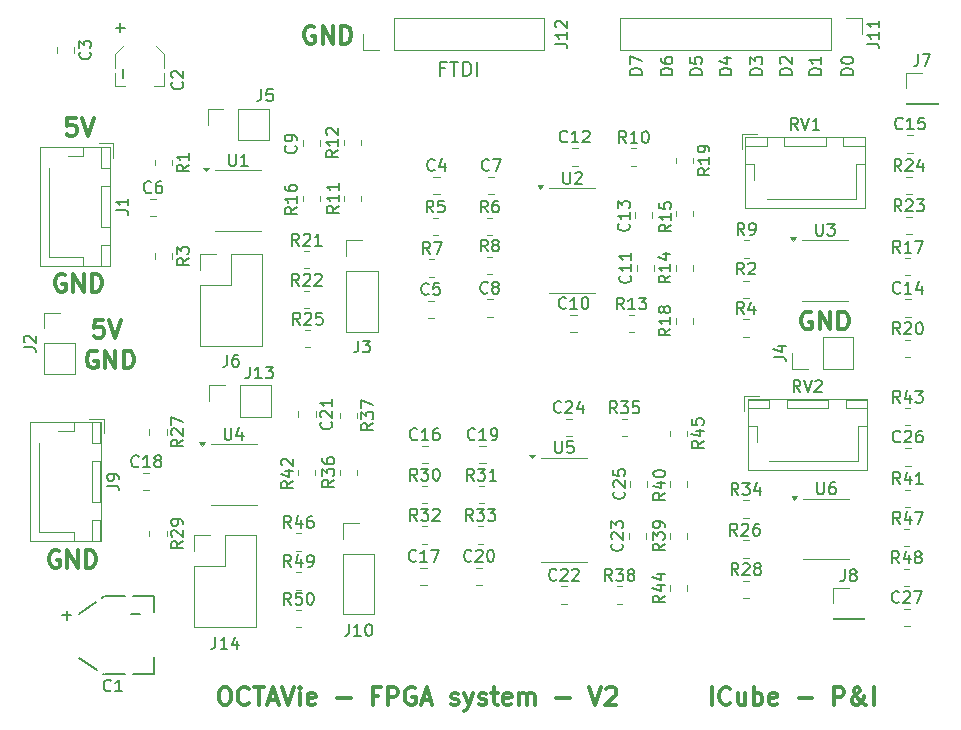
<source format=gbr>
%TF.GenerationSoftware,KiCad,Pcbnew,8.0.4*%
%TF.CreationDate,2024-11-27T12:35:37+01:00*%
%TF.ProjectId,Filtre_V2_FPGA_SMD-SMH_LD,46696c74-7265-45f5-9632-5f465047415f,rev?*%
%TF.SameCoordinates,Original*%
%TF.FileFunction,Legend,Top*%
%TF.FilePolarity,Positive*%
%FSLAX46Y46*%
G04 Gerber Fmt 4.6, Leading zero omitted, Abs format (unit mm)*
G04 Created by KiCad (PCBNEW 8.0.4) date 2024-11-27 12:35:37*
%MOMM*%
%LPD*%
G01*
G04 APERTURE LIST*
%ADD10C,0.160000*%
%ADD11C,0.300000*%
%ADD12C,0.200000*%
%ADD13C,0.150000*%
%ADD14C,0.120000*%
%ADD15C,0.100000*%
G04 APERTURE END LIST*
D10*
X168169299Y-69356641D02*
X167169299Y-69356641D01*
X167169299Y-69356641D02*
X167169299Y-69118546D01*
X167169299Y-69118546D02*
X167216918Y-68975689D01*
X167216918Y-68975689D02*
X167312156Y-68880451D01*
X167312156Y-68880451D02*
X167407394Y-68832832D01*
X167407394Y-68832832D02*
X167597870Y-68785213D01*
X167597870Y-68785213D02*
X167740727Y-68785213D01*
X167740727Y-68785213D02*
X167931203Y-68832832D01*
X167931203Y-68832832D02*
X168026441Y-68880451D01*
X168026441Y-68880451D02*
X168121680Y-68975689D01*
X168121680Y-68975689D02*
X168169299Y-69118546D01*
X168169299Y-69118546D02*
X168169299Y-69356641D01*
X167264537Y-68404260D02*
X167216918Y-68356641D01*
X167216918Y-68356641D02*
X167169299Y-68261403D01*
X167169299Y-68261403D02*
X167169299Y-68023308D01*
X167169299Y-68023308D02*
X167216918Y-67928070D01*
X167216918Y-67928070D02*
X167264537Y-67880451D01*
X167264537Y-67880451D02*
X167359775Y-67832832D01*
X167359775Y-67832832D02*
X167455013Y-67832832D01*
X167455013Y-67832832D02*
X167597870Y-67880451D01*
X167597870Y-67880451D02*
X168169299Y-68451879D01*
X168169299Y-68451879D02*
X168169299Y-67832832D01*
X165669299Y-69356641D02*
X164669299Y-69356641D01*
X164669299Y-69356641D02*
X164669299Y-69118546D01*
X164669299Y-69118546D02*
X164716918Y-68975689D01*
X164716918Y-68975689D02*
X164812156Y-68880451D01*
X164812156Y-68880451D02*
X164907394Y-68832832D01*
X164907394Y-68832832D02*
X165097870Y-68785213D01*
X165097870Y-68785213D02*
X165240727Y-68785213D01*
X165240727Y-68785213D02*
X165431203Y-68832832D01*
X165431203Y-68832832D02*
X165526441Y-68880451D01*
X165526441Y-68880451D02*
X165621680Y-68975689D01*
X165621680Y-68975689D02*
X165669299Y-69118546D01*
X165669299Y-69118546D02*
X165669299Y-69356641D01*
X164669299Y-68451879D02*
X164669299Y-67832832D01*
X164669299Y-67832832D02*
X165050251Y-68166165D01*
X165050251Y-68166165D02*
X165050251Y-68023308D01*
X165050251Y-68023308D02*
X165097870Y-67928070D01*
X165097870Y-67928070D02*
X165145489Y-67880451D01*
X165145489Y-67880451D02*
X165240727Y-67832832D01*
X165240727Y-67832832D02*
X165478822Y-67832832D01*
X165478822Y-67832832D02*
X165574060Y-67880451D01*
X165574060Y-67880451D02*
X165621680Y-67928070D01*
X165621680Y-67928070D02*
X165669299Y-68023308D01*
X165669299Y-68023308D02*
X165669299Y-68309022D01*
X165669299Y-68309022D02*
X165621680Y-68404260D01*
X165621680Y-68404260D02*
X165574060Y-68451879D01*
X155469299Y-69356641D02*
X154469299Y-69356641D01*
X154469299Y-69356641D02*
X154469299Y-69118546D01*
X154469299Y-69118546D02*
X154516918Y-68975689D01*
X154516918Y-68975689D02*
X154612156Y-68880451D01*
X154612156Y-68880451D02*
X154707394Y-68832832D01*
X154707394Y-68832832D02*
X154897870Y-68785213D01*
X154897870Y-68785213D02*
X155040727Y-68785213D01*
X155040727Y-68785213D02*
X155231203Y-68832832D01*
X155231203Y-68832832D02*
X155326441Y-68880451D01*
X155326441Y-68880451D02*
X155421680Y-68975689D01*
X155421680Y-68975689D02*
X155469299Y-69118546D01*
X155469299Y-69118546D02*
X155469299Y-69356641D01*
X154469299Y-68451879D02*
X154469299Y-67785213D01*
X154469299Y-67785213D02*
X155469299Y-68213784D01*
D11*
X120040225Y-121200828D02*
X120325939Y-121200828D01*
X120325939Y-121200828D02*
X120468796Y-121272257D01*
X120468796Y-121272257D02*
X120611653Y-121415114D01*
X120611653Y-121415114D02*
X120683082Y-121700828D01*
X120683082Y-121700828D02*
X120683082Y-122200828D01*
X120683082Y-122200828D02*
X120611653Y-122486542D01*
X120611653Y-122486542D02*
X120468796Y-122629400D01*
X120468796Y-122629400D02*
X120325939Y-122700828D01*
X120325939Y-122700828D02*
X120040225Y-122700828D01*
X120040225Y-122700828D02*
X119897368Y-122629400D01*
X119897368Y-122629400D02*
X119754510Y-122486542D01*
X119754510Y-122486542D02*
X119683082Y-122200828D01*
X119683082Y-122200828D02*
X119683082Y-121700828D01*
X119683082Y-121700828D02*
X119754510Y-121415114D01*
X119754510Y-121415114D02*
X119897368Y-121272257D01*
X119897368Y-121272257D02*
X120040225Y-121200828D01*
X122183082Y-122557971D02*
X122111654Y-122629400D01*
X122111654Y-122629400D02*
X121897368Y-122700828D01*
X121897368Y-122700828D02*
X121754511Y-122700828D01*
X121754511Y-122700828D02*
X121540225Y-122629400D01*
X121540225Y-122629400D02*
X121397368Y-122486542D01*
X121397368Y-122486542D02*
X121325939Y-122343685D01*
X121325939Y-122343685D02*
X121254511Y-122057971D01*
X121254511Y-122057971D02*
X121254511Y-121843685D01*
X121254511Y-121843685D02*
X121325939Y-121557971D01*
X121325939Y-121557971D02*
X121397368Y-121415114D01*
X121397368Y-121415114D02*
X121540225Y-121272257D01*
X121540225Y-121272257D02*
X121754511Y-121200828D01*
X121754511Y-121200828D02*
X121897368Y-121200828D01*
X121897368Y-121200828D02*
X122111654Y-121272257D01*
X122111654Y-121272257D02*
X122183082Y-121343685D01*
X122611654Y-121200828D02*
X123468797Y-121200828D01*
X123040225Y-122700828D02*
X123040225Y-121200828D01*
X123897368Y-122272257D02*
X124611654Y-122272257D01*
X123754511Y-122700828D02*
X124254511Y-121200828D01*
X124254511Y-121200828D02*
X124754511Y-122700828D01*
X125040225Y-121200828D02*
X125540225Y-122700828D01*
X125540225Y-122700828D02*
X126040225Y-121200828D01*
X126540224Y-122700828D02*
X126540224Y-121700828D01*
X126540224Y-121200828D02*
X126468796Y-121272257D01*
X126468796Y-121272257D02*
X126540224Y-121343685D01*
X126540224Y-121343685D02*
X126611653Y-121272257D01*
X126611653Y-121272257D02*
X126540224Y-121200828D01*
X126540224Y-121200828D02*
X126540224Y-121343685D01*
X127825939Y-122629400D02*
X127683082Y-122700828D01*
X127683082Y-122700828D02*
X127397368Y-122700828D01*
X127397368Y-122700828D02*
X127254510Y-122629400D01*
X127254510Y-122629400D02*
X127183082Y-122486542D01*
X127183082Y-122486542D02*
X127183082Y-121915114D01*
X127183082Y-121915114D02*
X127254510Y-121772257D01*
X127254510Y-121772257D02*
X127397368Y-121700828D01*
X127397368Y-121700828D02*
X127683082Y-121700828D01*
X127683082Y-121700828D02*
X127825939Y-121772257D01*
X127825939Y-121772257D02*
X127897368Y-121915114D01*
X127897368Y-121915114D02*
X127897368Y-122057971D01*
X127897368Y-122057971D02*
X127183082Y-122200828D01*
X129683081Y-122129400D02*
X130825939Y-122129400D01*
X133183081Y-121915114D02*
X132683081Y-121915114D01*
X132683081Y-122700828D02*
X132683081Y-121200828D01*
X132683081Y-121200828D02*
X133397367Y-121200828D01*
X133968795Y-122700828D02*
X133968795Y-121200828D01*
X133968795Y-121200828D02*
X134540224Y-121200828D01*
X134540224Y-121200828D02*
X134683081Y-121272257D01*
X134683081Y-121272257D02*
X134754510Y-121343685D01*
X134754510Y-121343685D02*
X134825938Y-121486542D01*
X134825938Y-121486542D02*
X134825938Y-121700828D01*
X134825938Y-121700828D02*
X134754510Y-121843685D01*
X134754510Y-121843685D02*
X134683081Y-121915114D01*
X134683081Y-121915114D02*
X134540224Y-121986542D01*
X134540224Y-121986542D02*
X133968795Y-121986542D01*
X136254510Y-121272257D02*
X136111653Y-121200828D01*
X136111653Y-121200828D02*
X135897367Y-121200828D01*
X135897367Y-121200828D02*
X135683081Y-121272257D01*
X135683081Y-121272257D02*
X135540224Y-121415114D01*
X135540224Y-121415114D02*
X135468795Y-121557971D01*
X135468795Y-121557971D02*
X135397367Y-121843685D01*
X135397367Y-121843685D02*
X135397367Y-122057971D01*
X135397367Y-122057971D02*
X135468795Y-122343685D01*
X135468795Y-122343685D02*
X135540224Y-122486542D01*
X135540224Y-122486542D02*
X135683081Y-122629400D01*
X135683081Y-122629400D02*
X135897367Y-122700828D01*
X135897367Y-122700828D02*
X136040224Y-122700828D01*
X136040224Y-122700828D02*
X136254510Y-122629400D01*
X136254510Y-122629400D02*
X136325938Y-122557971D01*
X136325938Y-122557971D02*
X136325938Y-122057971D01*
X136325938Y-122057971D02*
X136040224Y-122057971D01*
X136897367Y-122272257D02*
X137611653Y-122272257D01*
X136754510Y-122700828D02*
X137254510Y-121200828D01*
X137254510Y-121200828D02*
X137754510Y-122700828D01*
X139325938Y-122629400D02*
X139468795Y-122700828D01*
X139468795Y-122700828D02*
X139754509Y-122700828D01*
X139754509Y-122700828D02*
X139897366Y-122629400D01*
X139897366Y-122629400D02*
X139968795Y-122486542D01*
X139968795Y-122486542D02*
X139968795Y-122415114D01*
X139968795Y-122415114D02*
X139897366Y-122272257D01*
X139897366Y-122272257D02*
X139754509Y-122200828D01*
X139754509Y-122200828D02*
X139540224Y-122200828D01*
X139540224Y-122200828D02*
X139397366Y-122129400D01*
X139397366Y-122129400D02*
X139325938Y-121986542D01*
X139325938Y-121986542D02*
X139325938Y-121915114D01*
X139325938Y-121915114D02*
X139397366Y-121772257D01*
X139397366Y-121772257D02*
X139540224Y-121700828D01*
X139540224Y-121700828D02*
X139754509Y-121700828D01*
X139754509Y-121700828D02*
X139897366Y-121772257D01*
X140468795Y-121700828D02*
X140825938Y-122700828D01*
X141183081Y-121700828D02*
X140825938Y-122700828D01*
X140825938Y-122700828D02*
X140683081Y-123057971D01*
X140683081Y-123057971D02*
X140611652Y-123129400D01*
X140611652Y-123129400D02*
X140468795Y-123200828D01*
X141683081Y-122629400D02*
X141825938Y-122700828D01*
X141825938Y-122700828D02*
X142111652Y-122700828D01*
X142111652Y-122700828D02*
X142254509Y-122629400D01*
X142254509Y-122629400D02*
X142325938Y-122486542D01*
X142325938Y-122486542D02*
X142325938Y-122415114D01*
X142325938Y-122415114D02*
X142254509Y-122272257D01*
X142254509Y-122272257D02*
X142111652Y-122200828D01*
X142111652Y-122200828D02*
X141897367Y-122200828D01*
X141897367Y-122200828D02*
X141754509Y-122129400D01*
X141754509Y-122129400D02*
X141683081Y-121986542D01*
X141683081Y-121986542D02*
X141683081Y-121915114D01*
X141683081Y-121915114D02*
X141754509Y-121772257D01*
X141754509Y-121772257D02*
X141897367Y-121700828D01*
X141897367Y-121700828D02*
X142111652Y-121700828D01*
X142111652Y-121700828D02*
X142254509Y-121772257D01*
X142754510Y-121700828D02*
X143325938Y-121700828D01*
X142968795Y-121200828D02*
X142968795Y-122486542D01*
X142968795Y-122486542D02*
X143040224Y-122629400D01*
X143040224Y-122629400D02*
X143183081Y-122700828D01*
X143183081Y-122700828D02*
X143325938Y-122700828D01*
X144397367Y-122629400D02*
X144254510Y-122700828D01*
X144254510Y-122700828D02*
X143968796Y-122700828D01*
X143968796Y-122700828D02*
X143825938Y-122629400D01*
X143825938Y-122629400D02*
X143754510Y-122486542D01*
X143754510Y-122486542D02*
X143754510Y-121915114D01*
X143754510Y-121915114D02*
X143825938Y-121772257D01*
X143825938Y-121772257D02*
X143968796Y-121700828D01*
X143968796Y-121700828D02*
X144254510Y-121700828D01*
X144254510Y-121700828D02*
X144397367Y-121772257D01*
X144397367Y-121772257D02*
X144468796Y-121915114D01*
X144468796Y-121915114D02*
X144468796Y-122057971D01*
X144468796Y-122057971D02*
X143754510Y-122200828D01*
X145111652Y-122700828D02*
X145111652Y-121700828D01*
X145111652Y-121843685D02*
X145183081Y-121772257D01*
X145183081Y-121772257D02*
X145325938Y-121700828D01*
X145325938Y-121700828D02*
X145540224Y-121700828D01*
X145540224Y-121700828D02*
X145683081Y-121772257D01*
X145683081Y-121772257D02*
X145754510Y-121915114D01*
X145754510Y-121915114D02*
X145754510Y-122700828D01*
X145754510Y-121915114D02*
X145825938Y-121772257D01*
X145825938Y-121772257D02*
X145968795Y-121700828D01*
X145968795Y-121700828D02*
X146183081Y-121700828D01*
X146183081Y-121700828D02*
X146325938Y-121772257D01*
X146325938Y-121772257D02*
X146397367Y-121915114D01*
X146397367Y-121915114D02*
X146397367Y-122700828D01*
X148254509Y-122129400D02*
X149397367Y-122129400D01*
X151040224Y-121200828D02*
X151540224Y-122700828D01*
X151540224Y-122700828D02*
X152040224Y-121200828D01*
X152468795Y-121343685D02*
X152540223Y-121272257D01*
X152540223Y-121272257D02*
X152683081Y-121200828D01*
X152683081Y-121200828D02*
X153040223Y-121200828D01*
X153040223Y-121200828D02*
X153183081Y-121272257D01*
X153183081Y-121272257D02*
X153254509Y-121343685D01*
X153254509Y-121343685D02*
X153325938Y-121486542D01*
X153325938Y-121486542D02*
X153325938Y-121629400D01*
X153325938Y-121629400D02*
X153254509Y-121843685D01*
X153254509Y-121843685D02*
X152397366Y-122700828D01*
X152397366Y-122700828D02*
X153325938Y-122700828D01*
X161397367Y-122700828D02*
X161397367Y-121200828D01*
X162968796Y-122557971D02*
X162897368Y-122629400D01*
X162897368Y-122629400D02*
X162683082Y-122700828D01*
X162683082Y-122700828D02*
X162540225Y-122700828D01*
X162540225Y-122700828D02*
X162325939Y-122629400D01*
X162325939Y-122629400D02*
X162183082Y-122486542D01*
X162183082Y-122486542D02*
X162111653Y-122343685D01*
X162111653Y-122343685D02*
X162040225Y-122057971D01*
X162040225Y-122057971D02*
X162040225Y-121843685D01*
X162040225Y-121843685D02*
X162111653Y-121557971D01*
X162111653Y-121557971D02*
X162183082Y-121415114D01*
X162183082Y-121415114D02*
X162325939Y-121272257D01*
X162325939Y-121272257D02*
X162540225Y-121200828D01*
X162540225Y-121200828D02*
X162683082Y-121200828D01*
X162683082Y-121200828D02*
X162897368Y-121272257D01*
X162897368Y-121272257D02*
X162968796Y-121343685D01*
X164254511Y-121700828D02*
X164254511Y-122700828D01*
X163611653Y-121700828D02*
X163611653Y-122486542D01*
X163611653Y-122486542D02*
X163683082Y-122629400D01*
X163683082Y-122629400D02*
X163825939Y-122700828D01*
X163825939Y-122700828D02*
X164040225Y-122700828D01*
X164040225Y-122700828D02*
X164183082Y-122629400D01*
X164183082Y-122629400D02*
X164254511Y-122557971D01*
X164968796Y-122700828D02*
X164968796Y-121200828D01*
X164968796Y-121772257D02*
X165111654Y-121700828D01*
X165111654Y-121700828D02*
X165397368Y-121700828D01*
X165397368Y-121700828D02*
X165540225Y-121772257D01*
X165540225Y-121772257D02*
X165611654Y-121843685D01*
X165611654Y-121843685D02*
X165683082Y-121986542D01*
X165683082Y-121986542D02*
X165683082Y-122415114D01*
X165683082Y-122415114D02*
X165611654Y-122557971D01*
X165611654Y-122557971D02*
X165540225Y-122629400D01*
X165540225Y-122629400D02*
X165397368Y-122700828D01*
X165397368Y-122700828D02*
X165111654Y-122700828D01*
X165111654Y-122700828D02*
X164968796Y-122629400D01*
X166897368Y-122629400D02*
X166754511Y-122700828D01*
X166754511Y-122700828D02*
X166468797Y-122700828D01*
X166468797Y-122700828D02*
X166325939Y-122629400D01*
X166325939Y-122629400D02*
X166254511Y-122486542D01*
X166254511Y-122486542D02*
X166254511Y-121915114D01*
X166254511Y-121915114D02*
X166325939Y-121772257D01*
X166325939Y-121772257D02*
X166468797Y-121700828D01*
X166468797Y-121700828D02*
X166754511Y-121700828D01*
X166754511Y-121700828D02*
X166897368Y-121772257D01*
X166897368Y-121772257D02*
X166968797Y-121915114D01*
X166968797Y-121915114D02*
X166968797Y-122057971D01*
X166968797Y-122057971D02*
X166254511Y-122200828D01*
X168754510Y-122129400D02*
X169897368Y-122129400D01*
X171754510Y-122700828D02*
X171754510Y-121200828D01*
X171754510Y-121200828D02*
X172325939Y-121200828D01*
X172325939Y-121200828D02*
X172468796Y-121272257D01*
X172468796Y-121272257D02*
X172540225Y-121343685D01*
X172540225Y-121343685D02*
X172611653Y-121486542D01*
X172611653Y-121486542D02*
X172611653Y-121700828D01*
X172611653Y-121700828D02*
X172540225Y-121843685D01*
X172540225Y-121843685D02*
X172468796Y-121915114D01*
X172468796Y-121915114D02*
X172325939Y-121986542D01*
X172325939Y-121986542D02*
X171754510Y-121986542D01*
X174468796Y-122700828D02*
X174397368Y-122700828D01*
X174397368Y-122700828D02*
X174254510Y-122629400D01*
X174254510Y-122629400D02*
X174040225Y-122415114D01*
X174040225Y-122415114D02*
X173683082Y-121986542D01*
X173683082Y-121986542D02*
X173540225Y-121772257D01*
X173540225Y-121772257D02*
X173468796Y-121557971D01*
X173468796Y-121557971D02*
X173468796Y-121415114D01*
X173468796Y-121415114D02*
X173540225Y-121272257D01*
X173540225Y-121272257D02*
X173683082Y-121200828D01*
X173683082Y-121200828D02*
X173754510Y-121200828D01*
X173754510Y-121200828D02*
X173897368Y-121272257D01*
X173897368Y-121272257D02*
X173968796Y-121415114D01*
X173968796Y-121415114D02*
X173968796Y-121486542D01*
X173968796Y-121486542D02*
X173897368Y-121629400D01*
X173897368Y-121629400D02*
X173825939Y-121700828D01*
X173825939Y-121700828D02*
X173397368Y-121986542D01*
X173397368Y-121986542D02*
X173325939Y-122057971D01*
X173325939Y-122057971D02*
X173254510Y-122200828D01*
X173254510Y-122200828D02*
X173254510Y-122415114D01*
X173254510Y-122415114D02*
X173325939Y-122557971D01*
X173325939Y-122557971D02*
X173397368Y-122629400D01*
X173397368Y-122629400D02*
X173540225Y-122700828D01*
X173540225Y-122700828D02*
X173754510Y-122700828D01*
X173754510Y-122700828D02*
X173897368Y-122629400D01*
X173897368Y-122629400D02*
X173968796Y-122557971D01*
X173968796Y-122557971D02*
X174183082Y-122272257D01*
X174183082Y-122272257D02*
X174254510Y-122057971D01*
X174254510Y-122057971D02*
X174254510Y-121915114D01*
X175111653Y-122700828D02*
X175111653Y-121200828D01*
D10*
X163069299Y-69356641D02*
X162069299Y-69356641D01*
X162069299Y-69356641D02*
X162069299Y-69118546D01*
X162069299Y-69118546D02*
X162116918Y-68975689D01*
X162116918Y-68975689D02*
X162212156Y-68880451D01*
X162212156Y-68880451D02*
X162307394Y-68832832D01*
X162307394Y-68832832D02*
X162497870Y-68785213D01*
X162497870Y-68785213D02*
X162640727Y-68785213D01*
X162640727Y-68785213D02*
X162831203Y-68832832D01*
X162831203Y-68832832D02*
X162926441Y-68880451D01*
X162926441Y-68880451D02*
X163021680Y-68975689D01*
X163021680Y-68975689D02*
X163069299Y-69118546D01*
X163069299Y-69118546D02*
X163069299Y-69356641D01*
X162402632Y-67928070D02*
X163069299Y-67928070D01*
X162021680Y-68166165D02*
X162735965Y-68404260D01*
X162735965Y-68404260D02*
X162735965Y-67785213D01*
D11*
X109340225Y-92772257D02*
X109197368Y-92700828D01*
X109197368Y-92700828D02*
X108983082Y-92700828D01*
X108983082Y-92700828D02*
X108768796Y-92772257D01*
X108768796Y-92772257D02*
X108625939Y-92915114D01*
X108625939Y-92915114D02*
X108554510Y-93057971D01*
X108554510Y-93057971D02*
X108483082Y-93343685D01*
X108483082Y-93343685D02*
X108483082Y-93557971D01*
X108483082Y-93557971D02*
X108554510Y-93843685D01*
X108554510Y-93843685D02*
X108625939Y-93986542D01*
X108625939Y-93986542D02*
X108768796Y-94129400D01*
X108768796Y-94129400D02*
X108983082Y-94200828D01*
X108983082Y-94200828D02*
X109125939Y-94200828D01*
X109125939Y-94200828D02*
X109340225Y-94129400D01*
X109340225Y-94129400D02*
X109411653Y-94057971D01*
X109411653Y-94057971D02*
X109411653Y-93557971D01*
X109411653Y-93557971D02*
X109125939Y-93557971D01*
X110054510Y-94200828D02*
X110054510Y-92700828D01*
X110054510Y-92700828D02*
X110911653Y-94200828D01*
X110911653Y-94200828D02*
X110911653Y-92700828D01*
X111625939Y-94200828D02*
X111625939Y-92700828D01*
X111625939Y-92700828D02*
X111983082Y-92700828D01*
X111983082Y-92700828D02*
X112197368Y-92772257D01*
X112197368Y-92772257D02*
X112340225Y-92915114D01*
X112340225Y-92915114D02*
X112411654Y-93057971D01*
X112411654Y-93057971D02*
X112483082Y-93343685D01*
X112483082Y-93343685D02*
X112483082Y-93557971D01*
X112483082Y-93557971D02*
X112411654Y-93843685D01*
X112411654Y-93843685D02*
X112340225Y-93986542D01*
X112340225Y-93986542D02*
X112197368Y-94129400D01*
X112197368Y-94129400D02*
X111983082Y-94200828D01*
X111983082Y-94200828D02*
X111625939Y-94200828D01*
D10*
X158069299Y-69356641D02*
X157069299Y-69356641D01*
X157069299Y-69356641D02*
X157069299Y-69118546D01*
X157069299Y-69118546D02*
X157116918Y-68975689D01*
X157116918Y-68975689D02*
X157212156Y-68880451D01*
X157212156Y-68880451D02*
X157307394Y-68832832D01*
X157307394Y-68832832D02*
X157497870Y-68785213D01*
X157497870Y-68785213D02*
X157640727Y-68785213D01*
X157640727Y-68785213D02*
X157831203Y-68832832D01*
X157831203Y-68832832D02*
X157926441Y-68880451D01*
X157926441Y-68880451D02*
X158021680Y-68975689D01*
X158021680Y-68975689D02*
X158069299Y-69118546D01*
X158069299Y-69118546D02*
X158069299Y-69356641D01*
X157069299Y-67928070D02*
X157069299Y-68118546D01*
X157069299Y-68118546D02*
X157116918Y-68213784D01*
X157116918Y-68213784D02*
X157164537Y-68261403D01*
X157164537Y-68261403D02*
X157307394Y-68356641D01*
X157307394Y-68356641D02*
X157497870Y-68404260D01*
X157497870Y-68404260D02*
X157878822Y-68404260D01*
X157878822Y-68404260D02*
X157974060Y-68356641D01*
X157974060Y-68356641D02*
X158021680Y-68309022D01*
X158021680Y-68309022D02*
X158069299Y-68213784D01*
X158069299Y-68213784D02*
X158069299Y-68023308D01*
X158069299Y-68023308D02*
X158021680Y-67928070D01*
X158021680Y-67928070D02*
X157974060Y-67880451D01*
X157974060Y-67880451D02*
X157878822Y-67832832D01*
X157878822Y-67832832D02*
X157640727Y-67832832D01*
X157640727Y-67832832D02*
X157545489Y-67880451D01*
X157545489Y-67880451D02*
X157497870Y-67928070D01*
X157497870Y-67928070D02*
X157450251Y-68023308D01*
X157450251Y-68023308D02*
X157450251Y-68213784D01*
X157450251Y-68213784D02*
X157497870Y-68309022D01*
X157497870Y-68309022D02*
X157545489Y-68356641D01*
X157545489Y-68356641D02*
X157640727Y-68404260D01*
X173369299Y-69356641D02*
X172369299Y-69356641D01*
X172369299Y-69356641D02*
X172369299Y-69118546D01*
X172369299Y-69118546D02*
X172416918Y-68975689D01*
X172416918Y-68975689D02*
X172512156Y-68880451D01*
X172512156Y-68880451D02*
X172607394Y-68832832D01*
X172607394Y-68832832D02*
X172797870Y-68785213D01*
X172797870Y-68785213D02*
X172940727Y-68785213D01*
X172940727Y-68785213D02*
X173131203Y-68832832D01*
X173131203Y-68832832D02*
X173226441Y-68880451D01*
X173226441Y-68880451D02*
X173321680Y-68975689D01*
X173321680Y-68975689D02*
X173369299Y-69118546D01*
X173369299Y-69118546D02*
X173369299Y-69356641D01*
X172369299Y-68166165D02*
X172369299Y-68070927D01*
X172369299Y-68070927D02*
X172416918Y-67975689D01*
X172416918Y-67975689D02*
X172464537Y-67928070D01*
X172464537Y-67928070D02*
X172559775Y-67880451D01*
X172559775Y-67880451D02*
X172750251Y-67832832D01*
X172750251Y-67832832D02*
X172988346Y-67832832D01*
X172988346Y-67832832D02*
X173178822Y-67880451D01*
X173178822Y-67880451D02*
X173274060Y-67928070D01*
X173274060Y-67928070D02*
X173321680Y-67975689D01*
X173321680Y-67975689D02*
X173369299Y-68070927D01*
X173369299Y-68070927D02*
X173369299Y-68166165D01*
X173369299Y-68166165D02*
X173321680Y-68261403D01*
X173321680Y-68261403D02*
X173274060Y-68309022D01*
X173274060Y-68309022D02*
X173178822Y-68356641D01*
X173178822Y-68356641D02*
X172988346Y-68404260D01*
X172988346Y-68404260D02*
X172750251Y-68404260D01*
X172750251Y-68404260D02*
X172559775Y-68356641D01*
X172559775Y-68356641D02*
X172464537Y-68309022D01*
X172464537Y-68309022D02*
X172416918Y-68261403D01*
X172416918Y-68261403D02*
X172369299Y-68166165D01*
D11*
X106640225Y-86272257D02*
X106497368Y-86200828D01*
X106497368Y-86200828D02*
X106283082Y-86200828D01*
X106283082Y-86200828D02*
X106068796Y-86272257D01*
X106068796Y-86272257D02*
X105925939Y-86415114D01*
X105925939Y-86415114D02*
X105854510Y-86557971D01*
X105854510Y-86557971D02*
X105783082Y-86843685D01*
X105783082Y-86843685D02*
X105783082Y-87057971D01*
X105783082Y-87057971D02*
X105854510Y-87343685D01*
X105854510Y-87343685D02*
X105925939Y-87486542D01*
X105925939Y-87486542D02*
X106068796Y-87629400D01*
X106068796Y-87629400D02*
X106283082Y-87700828D01*
X106283082Y-87700828D02*
X106425939Y-87700828D01*
X106425939Y-87700828D02*
X106640225Y-87629400D01*
X106640225Y-87629400D02*
X106711653Y-87557971D01*
X106711653Y-87557971D02*
X106711653Y-87057971D01*
X106711653Y-87057971D02*
X106425939Y-87057971D01*
X107354510Y-87700828D02*
X107354510Y-86200828D01*
X107354510Y-86200828D02*
X108211653Y-87700828D01*
X108211653Y-87700828D02*
X108211653Y-86200828D01*
X108925939Y-87700828D02*
X108925939Y-86200828D01*
X108925939Y-86200828D02*
X109283082Y-86200828D01*
X109283082Y-86200828D02*
X109497368Y-86272257D01*
X109497368Y-86272257D02*
X109640225Y-86415114D01*
X109640225Y-86415114D02*
X109711654Y-86557971D01*
X109711654Y-86557971D02*
X109783082Y-86843685D01*
X109783082Y-86843685D02*
X109783082Y-87057971D01*
X109783082Y-87057971D02*
X109711654Y-87343685D01*
X109711654Y-87343685D02*
X109640225Y-87486542D01*
X109640225Y-87486542D02*
X109497368Y-87629400D01*
X109497368Y-87629400D02*
X109283082Y-87700828D01*
X109283082Y-87700828D02*
X108925939Y-87700828D01*
D12*
X138817292Y-68814171D02*
X138417292Y-68814171D01*
X138417292Y-69442742D02*
X138417292Y-68242742D01*
X138417292Y-68242742D02*
X138988720Y-68242742D01*
X139274434Y-68242742D02*
X139960149Y-68242742D01*
X139617291Y-69442742D02*
X139617291Y-68242742D01*
X140360149Y-69442742D02*
X140360149Y-68242742D01*
X140360149Y-68242742D02*
X140645863Y-68242742D01*
X140645863Y-68242742D02*
X140817292Y-68299885D01*
X140817292Y-68299885D02*
X140931577Y-68414171D01*
X140931577Y-68414171D02*
X140988720Y-68528457D01*
X140988720Y-68528457D02*
X141045863Y-68757028D01*
X141045863Y-68757028D02*
X141045863Y-68928457D01*
X141045863Y-68928457D02*
X140988720Y-69157028D01*
X140988720Y-69157028D02*
X140931577Y-69271314D01*
X140931577Y-69271314D02*
X140817292Y-69385600D01*
X140817292Y-69385600D02*
X140645863Y-69442742D01*
X140645863Y-69442742D02*
X140360149Y-69442742D01*
X141560149Y-69442742D02*
X141560149Y-68242742D01*
D10*
X160569299Y-69356641D02*
X159569299Y-69356641D01*
X159569299Y-69356641D02*
X159569299Y-69118546D01*
X159569299Y-69118546D02*
X159616918Y-68975689D01*
X159616918Y-68975689D02*
X159712156Y-68880451D01*
X159712156Y-68880451D02*
X159807394Y-68832832D01*
X159807394Y-68832832D02*
X159997870Y-68785213D01*
X159997870Y-68785213D02*
X160140727Y-68785213D01*
X160140727Y-68785213D02*
X160331203Y-68832832D01*
X160331203Y-68832832D02*
X160426441Y-68880451D01*
X160426441Y-68880451D02*
X160521680Y-68975689D01*
X160521680Y-68975689D02*
X160569299Y-69118546D01*
X160569299Y-69118546D02*
X160569299Y-69356641D01*
X159569299Y-67880451D02*
X159569299Y-68356641D01*
X159569299Y-68356641D02*
X160045489Y-68404260D01*
X160045489Y-68404260D02*
X159997870Y-68356641D01*
X159997870Y-68356641D02*
X159950251Y-68261403D01*
X159950251Y-68261403D02*
X159950251Y-68023308D01*
X159950251Y-68023308D02*
X159997870Y-67928070D01*
X159997870Y-67928070D02*
X160045489Y-67880451D01*
X160045489Y-67880451D02*
X160140727Y-67832832D01*
X160140727Y-67832832D02*
X160378822Y-67832832D01*
X160378822Y-67832832D02*
X160474060Y-67880451D01*
X160474060Y-67880451D02*
X160521680Y-67928070D01*
X160521680Y-67928070D02*
X160569299Y-68023308D01*
X160569299Y-68023308D02*
X160569299Y-68261403D01*
X160569299Y-68261403D02*
X160521680Y-68356641D01*
X160521680Y-68356641D02*
X160474060Y-68404260D01*
D11*
X169840225Y-89472257D02*
X169697368Y-89400828D01*
X169697368Y-89400828D02*
X169483082Y-89400828D01*
X169483082Y-89400828D02*
X169268796Y-89472257D01*
X169268796Y-89472257D02*
X169125939Y-89615114D01*
X169125939Y-89615114D02*
X169054510Y-89757971D01*
X169054510Y-89757971D02*
X168983082Y-90043685D01*
X168983082Y-90043685D02*
X168983082Y-90257971D01*
X168983082Y-90257971D02*
X169054510Y-90543685D01*
X169054510Y-90543685D02*
X169125939Y-90686542D01*
X169125939Y-90686542D02*
X169268796Y-90829400D01*
X169268796Y-90829400D02*
X169483082Y-90900828D01*
X169483082Y-90900828D02*
X169625939Y-90900828D01*
X169625939Y-90900828D02*
X169840225Y-90829400D01*
X169840225Y-90829400D02*
X169911653Y-90757971D01*
X169911653Y-90757971D02*
X169911653Y-90257971D01*
X169911653Y-90257971D02*
X169625939Y-90257971D01*
X170554510Y-90900828D02*
X170554510Y-89400828D01*
X170554510Y-89400828D02*
X171411653Y-90900828D01*
X171411653Y-90900828D02*
X171411653Y-89400828D01*
X172125939Y-90900828D02*
X172125939Y-89400828D01*
X172125939Y-89400828D02*
X172483082Y-89400828D01*
X172483082Y-89400828D02*
X172697368Y-89472257D01*
X172697368Y-89472257D02*
X172840225Y-89615114D01*
X172840225Y-89615114D02*
X172911654Y-89757971D01*
X172911654Y-89757971D02*
X172983082Y-90043685D01*
X172983082Y-90043685D02*
X172983082Y-90257971D01*
X172983082Y-90257971D02*
X172911654Y-90543685D01*
X172911654Y-90543685D02*
X172840225Y-90686542D01*
X172840225Y-90686542D02*
X172697368Y-90829400D01*
X172697368Y-90829400D02*
X172483082Y-90900828D01*
X172483082Y-90900828D02*
X172125939Y-90900828D01*
D10*
X170669299Y-69356641D02*
X169669299Y-69356641D01*
X169669299Y-69356641D02*
X169669299Y-69118546D01*
X169669299Y-69118546D02*
X169716918Y-68975689D01*
X169716918Y-68975689D02*
X169812156Y-68880451D01*
X169812156Y-68880451D02*
X169907394Y-68832832D01*
X169907394Y-68832832D02*
X170097870Y-68785213D01*
X170097870Y-68785213D02*
X170240727Y-68785213D01*
X170240727Y-68785213D02*
X170431203Y-68832832D01*
X170431203Y-68832832D02*
X170526441Y-68880451D01*
X170526441Y-68880451D02*
X170621680Y-68975689D01*
X170621680Y-68975689D02*
X170669299Y-69118546D01*
X170669299Y-69118546D02*
X170669299Y-69356641D01*
X170669299Y-67832832D02*
X170669299Y-68404260D01*
X170669299Y-68118546D02*
X169669299Y-68118546D01*
X169669299Y-68118546D02*
X169812156Y-68213784D01*
X169812156Y-68213784D02*
X169907394Y-68309022D01*
X169907394Y-68309022D02*
X169955013Y-68404260D01*
D11*
X107568796Y-73000828D02*
X106854510Y-73000828D01*
X106854510Y-73000828D02*
X106783082Y-73715114D01*
X106783082Y-73715114D02*
X106854510Y-73643685D01*
X106854510Y-73643685D02*
X106997368Y-73572257D01*
X106997368Y-73572257D02*
X107354510Y-73572257D01*
X107354510Y-73572257D02*
X107497368Y-73643685D01*
X107497368Y-73643685D02*
X107568796Y-73715114D01*
X107568796Y-73715114D02*
X107640225Y-73857971D01*
X107640225Y-73857971D02*
X107640225Y-74215114D01*
X107640225Y-74215114D02*
X107568796Y-74357971D01*
X107568796Y-74357971D02*
X107497368Y-74429400D01*
X107497368Y-74429400D02*
X107354510Y-74500828D01*
X107354510Y-74500828D02*
X106997368Y-74500828D01*
X106997368Y-74500828D02*
X106854510Y-74429400D01*
X106854510Y-74429400D02*
X106783082Y-74357971D01*
X108068796Y-73000828D02*
X108568796Y-74500828D01*
X108568796Y-74500828D02*
X109068796Y-73000828D01*
X106140225Y-109672257D02*
X105997368Y-109600828D01*
X105997368Y-109600828D02*
X105783082Y-109600828D01*
X105783082Y-109600828D02*
X105568796Y-109672257D01*
X105568796Y-109672257D02*
X105425939Y-109815114D01*
X105425939Y-109815114D02*
X105354510Y-109957971D01*
X105354510Y-109957971D02*
X105283082Y-110243685D01*
X105283082Y-110243685D02*
X105283082Y-110457971D01*
X105283082Y-110457971D02*
X105354510Y-110743685D01*
X105354510Y-110743685D02*
X105425939Y-110886542D01*
X105425939Y-110886542D02*
X105568796Y-111029400D01*
X105568796Y-111029400D02*
X105783082Y-111100828D01*
X105783082Y-111100828D02*
X105925939Y-111100828D01*
X105925939Y-111100828D02*
X106140225Y-111029400D01*
X106140225Y-111029400D02*
X106211653Y-110957971D01*
X106211653Y-110957971D02*
X106211653Y-110457971D01*
X106211653Y-110457971D02*
X105925939Y-110457971D01*
X106854510Y-111100828D02*
X106854510Y-109600828D01*
X106854510Y-109600828D02*
X107711653Y-111100828D01*
X107711653Y-111100828D02*
X107711653Y-109600828D01*
X108425939Y-111100828D02*
X108425939Y-109600828D01*
X108425939Y-109600828D02*
X108783082Y-109600828D01*
X108783082Y-109600828D02*
X108997368Y-109672257D01*
X108997368Y-109672257D02*
X109140225Y-109815114D01*
X109140225Y-109815114D02*
X109211654Y-109957971D01*
X109211654Y-109957971D02*
X109283082Y-110243685D01*
X109283082Y-110243685D02*
X109283082Y-110457971D01*
X109283082Y-110457971D02*
X109211654Y-110743685D01*
X109211654Y-110743685D02*
X109140225Y-110886542D01*
X109140225Y-110886542D02*
X108997368Y-111029400D01*
X108997368Y-111029400D02*
X108783082Y-111100828D01*
X108783082Y-111100828D02*
X108425939Y-111100828D01*
X109868796Y-90100828D02*
X109154510Y-90100828D01*
X109154510Y-90100828D02*
X109083082Y-90815114D01*
X109083082Y-90815114D02*
X109154510Y-90743685D01*
X109154510Y-90743685D02*
X109297368Y-90672257D01*
X109297368Y-90672257D02*
X109654510Y-90672257D01*
X109654510Y-90672257D02*
X109797368Y-90743685D01*
X109797368Y-90743685D02*
X109868796Y-90815114D01*
X109868796Y-90815114D02*
X109940225Y-90957971D01*
X109940225Y-90957971D02*
X109940225Y-91315114D01*
X109940225Y-91315114D02*
X109868796Y-91457971D01*
X109868796Y-91457971D02*
X109797368Y-91529400D01*
X109797368Y-91529400D02*
X109654510Y-91600828D01*
X109654510Y-91600828D02*
X109297368Y-91600828D01*
X109297368Y-91600828D02*
X109154510Y-91529400D01*
X109154510Y-91529400D02*
X109083082Y-91457971D01*
X110368796Y-90100828D02*
X110868796Y-91600828D01*
X110868796Y-91600828D02*
X111368796Y-90100828D01*
X127740225Y-65272257D02*
X127597368Y-65200828D01*
X127597368Y-65200828D02*
X127383082Y-65200828D01*
X127383082Y-65200828D02*
X127168796Y-65272257D01*
X127168796Y-65272257D02*
X127025939Y-65415114D01*
X127025939Y-65415114D02*
X126954510Y-65557971D01*
X126954510Y-65557971D02*
X126883082Y-65843685D01*
X126883082Y-65843685D02*
X126883082Y-66057971D01*
X126883082Y-66057971D02*
X126954510Y-66343685D01*
X126954510Y-66343685D02*
X127025939Y-66486542D01*
X127025939Y-66486542D02*
X127168796Y-66629400D01*
X127168796Y-66629400D02*
X127383082Y-66700828D01*
X127383082Y-66700828D02*
X127525939Y-66700828D01*
X127525939Y-66700828D02*
X127740225Y-66629400D01*
X127740225Y-66629400D02*
X127811653Y-66557971D01*
X127811653Y-66557971D02*
X127811653Y-66057971D01*
X127811653Y-66057971D02*
X127525939Y-66057971D01*
X128454510Y-66700828D02*
X128454510Y-65200828D01*
X128454510Y-65200828D02*
X129311653Y-66700828D01*
X129311653Y-66700828D02*
X129311653Y-65200828D01*
X130025939Y-66700828D02*
X130025939Y-65200828D01*
X130025939Y-65200828D02*
X130383082Y-65200828D01*
X130383082Y-65200828D02*
X130597368Y-65272257D01*
X130597368Y-65272257D02*
X130740225Y-65415114D01*
X130740225Y-65415114D02*
X130811654Y-65557971D01*
X130811654Y-65557971D02*
X130883082Y-65843685D01*
X130883082Y-65843685D02*
X130883082Y-66057971D01*
X130883082Y-66057971D02*
X130811654Y-66343685D01*
X130811654Y-66343685D02*
X130740225Y-66486542D01*
X130740225Y-66486542D02*
X130597368Y-66629400D01*
X130597368Y-66629400D02*
X130383082Y-66700828D01*
X130383082Y-66700828D02*
X130025939Y-66700828D01*
D13*
X153959580Y-104642857D02*
X154007200Y-104690476D01*
X154007200Y-104690476D02*
X154054819Y-104833333D01*
X154054819Y-104833333D02*
X154054819Y-104928571D01*
X154054819Y-104928571D02*
X154007200Y-105071428D01*
X154007200Y-105071428D02*
X153911961Y-105166666D01*
X153911961Y-105166666D02*
X153816723Y-105214285D01*
X153816723Y-105214285D02*
X153626247Y-105261904D01*
X153626247Y-105261904D02*
X153483390Y-105261904D01*
X153483390Y-105261904D02*
X153292914Y-105214285D01*
X153292914Y-105214285D02*
X153197676Y-105166666D01*
X153197676Y-105166666D02*
X153102438Y-105071428D01*
X153102438Y-105071428D02*
X153054819Y-104928571D01*
X153054819Y-104928571D02*
X153054819Y-104833333D01*
X153054819Y-104833333D02*
X153102438Y-104690476D01*
X153102438Y-104690476D02*
X153150057Y-104642857D01*
X153150057Y-104261904D02*
X153102438Y-104214285D01*
X153102438Y-104214285D02*
X153054819Y-104119047D01*
X153054819Y-104119047D02*
X153054819Y-103880952D01*
X153054819Y-103880952D02*
X153102438Y-103785714D01*
X153102438Y-103785714D02*
X153150057Y-103738095D01*
X153150057Y-103738095D02*
X153245295Y-103690476D01*
X153245295Y-103690476D02*
X153340533Y-103690476D01*
X153340533Y-103690476D02*
X153483390Y-103738095D01*
X153483390Y-103738095D02*
X154054819Y-104309523D01*
X154054819Y-104309523D02*
X154054819Y-103690476D01*
X153054819Y-102785714D02*
X153054819Y-103261904D01*
X153054819Y-103261904D02*
X153531009Y-103309523D01*
X153531009Y-103309523D02*
X153483390Y-103261904D01*
X153483390Y-103261904D02*
X153435771Y-103166666D01*
X153435771Y-103166666D02*
X153435771Y-102928571D01*
X153435771Y-102928571D02*
X153483390Y-102833333D01*
X153483390Y-102833333D02*
X153531009Y-102785714D01*
X153531009Y-102785714D02*
X153626247Y-102738095D01*
X153626247Y-102738095D02*
X153864342Y-102738095D01*
X153864342Y-102738095D02*
X153959580Y-102785714D01*
X153959580Y-102785714D02*
X154007200Y-102833333D01*
X154007200Y-102833333D02*
X154054819Y-102928571D01*
X154054819Y-102928571D02*
X154054819Y-103166666D01*
X154054819Y-103166666D02*
X154007200Y-103261904D01*
X154007200Y-103261904D02*
X153959580Y-103309523D01*
X177257142Y-113979580D02*
X177209523Y-114027200D01*
X177209523Y-114027200D02*
X177066666Y-114074819D01*
X177066666Y-114074819D02*
X176971428Y-114074819D01*
X176971428Y-114074819D02*
X176828571Y-114027200D01*
X176828571Y-114027200D02*
X176733333Y-113931961D01*
X176733333Y-113931961D02*
X176685714Y-113836723D01*
X176685714Y-113836723D02*
X176638095Y-113646247D01*
X176638095Y-113646247D02*
X176638095Y-113503390D01*
X176638095Y-113503390D02*
X176685714Y-113312914D01*
X176685714Y-113312914D02*
X176733333Y-113217676D01*
X176733333Y-113217676D02*
X176828571Y-113122438D01*
X176828571Y-113122438D02*
X176971428Y-113074819D01*
X176971428Y-113074819D02*
X177066666Y-113074819D01*
X177066666Y-113074819D02*
X177209523Y-113122438D01*
X177209523Y-113122438D02*
X177257142Y-113170057D01*
X177638095Y-113170057D02*
X177685714Y-113122438D01*
X177685714Y-113122438D02*
X177780952Y-113074819D01*
X177780952Y-113074819D02*
X178019047Y-113074819D01*
X178019047Y-113074819D02*
X178114285Y-113122438D01*
X178114285Y-113122438D02*
X178161904Y-113170057D01*
X178161904Y-113170057D02*
X178209523Y-113265295D01*
X178209523Y-113265295D02*
X178209523Y-113360533D01*
X178209523Y-113360533D02*
X178161904Y-113503390D01*
X178161904Y-113503390D02*
X177590476Y-114074819D01*
X177590476Y-114074819D02*
X178209523Y-114074819D01*
X178542857Y-113074819D02*
X179209523Y-113074819D01*
X179209523Y-113074819D02*
X178780952Y-114074819D01*
X177357142Y-87779580D02*
X177309523Y-87827200D01*
X177309523Y-87827200D02*
X177166666Y-87874819D01*
X177166666Y-87874819D02*
X177071428Y-87874819D01*
X177071428Y-87874819D02*
X176928571Y-87827200D01*
X176928571Y-87827200D02*
X176833333Y-87731961D01*
X176833333Y-87731961D02*
X176785714Y-87636723D01*
X176785714Y-87636723D02*
X176738095Y-87446247D01*
X176738095Y-87446247D02*
X176738095Y-87303390D01*
X176738095Y-87303390D02*
X176785714Y-87112914D01*
X176785714Y-87112914D02*
X176833333Y-87017676D01*
X176833333Y-87017676D02*
X176928571Y-86922438D01*
X176928571Y-86922438D02*
X177071428Y-86874819D01*
X177071428Y-86874819D02*
X177166666Y-86874819D01*
X177166666Y-86874819D02*
X177309523Y-86922438D01*
X177309523Y-86922438D02*
X177357142Y-86970057D01*
X178309523Y-87874819D02*
X177738095Y-87874819D01*
X178023809Y-87874819D02*
X178023809Y-86874819D01*
X178023809Y-86874819D02*
X177928571Y-87017676D01*
X177928571Y-87017676D02*
X177833333Y-87112914D01*
X177833333Y-87112914D02*
X177738095Y-87160533D01*
X179166666Y-87208152D02*
X179166666Y-87874819D01*
X178928571Y-86827200D02*
X178690476Y-87541485D01*
X178690476Y-87541485D02*
X179309523Y-87541485D01*
X117104819Y-76954166D02*
X116628628Y-77287499D01*
X117104819Y-77525594D02*
X116104819Y-77525594D01*
X116104819Y-77525594D02*
X116104819Y-77144642D01*
X116104819Y-77144642D02*
X116152438Y-77049404D01*
X116152438Y-77049404D02*
X116200057Y-77001785D01*
X116200057Y-77001785D02*
X116295295Y-76954166D01*
X116295295Y-76954166D02*
X116438152Y-76954166D01*
X116438152Y-76954166D02*
X116533390Y-77001785D01*
X116533390Y-77001785D02*
X116581009Y-77049404D01*
X116581009Y-77049404D02*
X116628628Y-77144642D01*
X116628628Y-77144642D02*
X116628628Y-77525594D01*
X117104819Y-76001785D02*
X117104819Y-76573213D01*
X117104819Y-76287499D02*
X116104819Y-76287499D01*
X116104819Y-76287499D02*
X116247676Y-76382737D01*
X116247676Y-76382737D02*
X116342914Y-76477975D01*
X116342914Y-76477975D02*
X116390533Y-76573213D01*
X142433333Y-87779580D02*
X142385714Y-87827200D01*
X142385714Y-87827200D02*
X142242857Y-87874819D01*
X142242857Y-87874819D02*
X142147619Y-87874819D01*
X142147619Y-87874819D02*
X142004762Y-87827200D01*
X142004762Y-87827200D02*
X141909524Y-87731961D01*
X141909524Y-87731961D02*
X141861905Y-87636723D01*
X141861905Y-87636723D02*
X141814286Y-87446247D01*
X141814286Y-87446247D02*
X141814286Y-87303390D01*
X141814286Y-87303390D02*
X141861905Y-87112914D01*
X141861905Y-87112914D02*
X141909524Y-87017676D01*
X141909524Y-87017676D02*
X142004762Y-86922438D01*
X142004762Y-86922438D02*
X142147619Y-86874819D01*
X142147619Y-86874819D02*
X142242857Y-86874819D01*
X142242857Y-86874819D02*
X142385714Y-86922438D01*
X142385714Y-86922438D02*
X142433333Y-86970057D01*
X143004762Y-87303390D02*
X142909524Y-87255771D01*
X142909524Y-87255771D02*
X142861905Y-87208152D01*
X142861905Y-87208152D02*
X142814286Y-87112914D01*
X142814286Y-87112914D02*
X142814286Y-87065295D01*
X142814286Y-87065295D02*
X142861905Y-86970057D01*
X142861905Y-86970057D02*
X142909524Y-86922438D01*
X142909524Y-86922438D02*
X143004762Y-86874819D01*
X143004762Y-86874819D02*
X143195238Y-86874819D01*
X143195238Y-86874819D02*
X143290476Y-86922438D01*
X143290476Y-86922438D02*
X143338095Y-86970057D01*
X143338095Y-86970057D02*
X143385714Y-87065295D01*
X143385714Y-87065295D02*
X143385714Y-87112914D01*
X143385714Y-87112914D02*
X143338095Y-87208152D01*
X143338095Y-87208152D02*
X143290476Y-87255771D01*
X143290476Y-87255771D02*
X143195238Y-87303390D01*
X143195238Y-87303390D02*
X143004762Y-87303390D01*
X143004762Y-87303390D02*
X142909524Y-87351009D01*
X142909524Y-87351009D02*
X142861905Y-87398628D01*
X142861905Y-87398628D02*
X142814286Y-87493866D01*
X142814286Y-87493866D02*
X142814286Y-87684342D01*
X142814286Y-87684342D02*
X142861905Y-87779580D01*
X142861905Y-87779580D02*
X142909524Y-87827200D01*
X142909524Y-87827200D02*
X143004762Y-87874819D01*
X143004762Y-87874819D02*
X143195238Y-87874819D01*
X143195238Y-87874819D02*
X143290476Y-87827200D01*
X143290476Y-87827200D02*
X143338095Y-87779580D01*
X143338095Y-87779580D02*
X143385714Y-87684342D01*
X143385714Y-87684342D02*
X143385714Y-87493866D01*
X143385714Y-87493866D02*
X143338095Y-87398628D01*
X143338095Y-87398628D02*
X143290476Y-87351009D01*
X143290476Y-87351009D02*
X143195238Y-87303390D01*
X126457142Y-83804819D02*
X126123809Y-83328628D01*
X125885714Y-83804819D02*
X125885714Y-82804819D01*
X125885714Y-82804819D02*
X126266666Y-82804819D01*
X126266666Y-82804819D02*
X126361904Y-82852438D01*
X126361904Y-82852438D02*
X126409523Y-82900057D01*
X126409523Y-82900057D02*
X126457142Y-82995295D01*
X126457142Y-82995295D02*
X126457142Y-83138152D01*
X126457142Y-83138152D02*
X126409523Y-83233390D01*
X126409523Y-83233390D02*
X126361904Y-83281009D01*
X126361904Y-83281009D02*
X126266666Y-83328628D01*
X126266666Y-83328628D02*
X125885714Y-83328628D01*
X126838095Y-82900057D02*
X126885714Y-82852438D01*
X126885714Y-82852438D02*
X126980952Y-82804819D01*
X126980952Y-82804819D02*
X127219047Y-82804819D01*
X127219047Y-82804819D02*
X127314285Y-82852438D01*
X127314285Y-82852438D02*
X127361904Y-82900057D01*
X127361904Y-82900057D02*
X127409523Y-82995295D01*
X127409523Y-82995295D02*
X127409523Y-83090533D01*
X127409523Y-83090533D02*
X127361904Y-83233390D01*
X127361904Y-83233390D02*
X126790476Y-83804819D01*
X126790476Y-83804819D02*
X127409523Y-83804819D01*
X128361904Y-83804819D02*
X127790476Y-83804819D01*
X128076190Y-83804819D02*
X128076190Y-82804819D01*
X128076190Y-82804819D02*
X127980952Y-82947676D01*
X127980952Y-82947676D02*
X127885714Y-83042914D01*
X127885714Y-83042914D02*
X127790476Y-83090533D01*
X111004819Y-80833333D02*
X111719104Y-80833333D01*
X111719104Y-80833333D02*
X111861961Y-80880952D01*
X111861961Y-80880952D02*
X111957200Y-80976190D01*
X111957200Y-80976190D02*
X112004819Y-81119047D01*
X112004819Y-81119047D02*
X112004819Y-81214285D01*
X112004819Y-79833333D02*
X112004819Y-80404761D01*
X112004819Y-80119047D02*
X111004819Y-80119047D01*
X111004819Y-80119047D02*
X111147676Y-80214285D01*
X111147676Y-80214285D02*
X111242914Y-80309523D01*
X111242914Y-80309523D02*
X111290533Y-80404761D01*
X152957142Y-112204819D02*
X152623809Y-111728628D01*
X152385714Y-112204819D02*
X152385714Y-111204819D01*
X152385714Y-111204819D02*
X152766666Y-111204819D01*
X152766666Y-111204819D02*
X152861904Y-111252438D01*
X152861904Y-111252438D02*
X152909523Y-111300057D01*
X152909523Y-111300057D02*
X152957142Y-111395295D01*
X152957142Y-111395295D02*
X152957142Y-111538152D01*
X152957142Y-111538152D02*
X152909523Y-111633390D01*
X152909523Y-111633390D02*
X152861904Y-111681009D01*
X152861904Y-111681009D02*
X152766666Y-111728628D01*
X152766666Y-111728628D02*
X152385714Y-111728628D01*
X153290476Y-111204819D02*
X153909523Y-111204819D01*
X153909523Y-111204819D02*
X153576190Y-111585771D01*
X153576190Y-111585771D02*
X153719047Y-111585771D01*
X153719047Y-111585771D02*
X153814285Y-111633390D01*
X153814285Y-111633390D02*
X153861904Y-111681009D01*
X153861904Y-111681009D02*
X153909523Y-111776247D01*
X153909523Y-111776247D02*
X153909523Y-112014342D01*
X153909523Y-112014342D02*
X153861904Y-112109580D01*
X153861904Y-112109580D02*
X153814285Y-112157200D01*
X153814285Y-112157200D02*
X153719047Y-112204819D01*
X153719047Y-112204819D02*
X153433333Y-112204819D01*
X153433333Y-112204819D02*
X153338095Y-112157200D01*
X153338095Y-112157200D02*
X153290476Y-112109580D01*
X154480952Y-111633390D02*
X154385714Y-111585771D01*
X154385714Y-111585771D02*
X154338095Y-111538152D01*
X154338095Y-111538152D02*
X154290476Y-111442914D01*
X154290476Y-111442914D02*
X154290476Y-111395295D01*
X154290476Y-111395295D02*
X154338095Y-111300057D01*
X154338095Y-111300057D02*
X154385714Y-111252438D01*
X154385714Y-111252438D02*
X154480952Y-111204819D01*
X154480952Y-111204819D02*
X154671428Y-111204819D01*
X154671428Y-111204819D02*
X154766666Y-111252438D01*
X154766666Y-111252438D02*
X154814285Y-111300057D01*
X154814285Y-111300057D02*
X154861904Y-111395295D01*
X154861904Y-111395295D02*
X154861904Y-111442914D01*
X154861904Y-111442914D02*
X154814285Y-111538152D01*
X154814285Y-111538152D02*
X154766666Y-111585771D01*
X154766666Y-111585771D02*
X154671428Y-111633390D01*
X154671428Y-111633390D02*
X154480952Y-111633390D01*
X154480952Y-111633390D02*
X154385714Y-111681009D01*
X154385714Y-111681009D02*
X154338095Y-111728628D01*
X154338095Y-111728628D02*
X154290476Y-111823866D01*
X154290476Y-111823866D02*
X154290476Y-112014342D01*
X154290476Y-112014342D02*
X154338095Y-112109580D01*
X154338095Y-112109580D02*
X154385714Y-112157200D01*
X154385714Y-112157200D02*
X154480952Y-112204819D01*
X154480952Y-112204819D02*
X154671428Y-112204819D01*
X154671428Y-112204819D02*
X154766666Y-112157200D01*
X154766666Y-112157200D02*
X154814285Y-112109580D01*
X154814285Y-112109580D02*
X154861904Y-112014342D01*
X154861904Y-112014342D02*
X154861904Y-111823866D01*
X154861904Y-111823866D02*
X154814285Y-111728628D01*
X154814285Y-111728628D02*
X154766666Y-111681009D01*
X154766666Y-111681009D02*
X154671428Y-111633390D01*
X116629819Y-108842857D02*
X116153628Y-109176190D01*
X116629819Y-109414285D02*
X115629819Y-109414285D01*
X115629819Y-109414285D02*
X115629819Y-109033333D01*
X115629819Y-109033333D02*
X115677438Y-108938095D01*
X115677438Y-108938095D02*
X115725057Y-108890476D01*
X115725057Y-108890476D02*
X115820295Y-108842857D01*
X115820295Y-108842857D02*
X115963152Y-108842857D01*
X115963152Y-108842857D02*
X116058390Y-108890476D01*
X116058390Y-108890476D02*
X116106009Y-108938095D01*
X116106009Y-108938095D02*
X116153628Y-109033333D01*
X116153628Y-109033333D02*
X116153628Y-109414285D01*
X115725057Y-108461904D02*
X115677438Y-108414285D01*
X115677438Y-108414285D02*
X115629819Y-108319047D01*
X115629819Y-108319047D02*
X115629819Y-108080952D01*
X115629819Y-108080952D02*
X115677438Y-107985714D01*
X115677438Y-107985714D02*
X115725057Y-107938095D01*
X115725057Y-107938095D02*
X115820295Y-107890476D01*
X115820295Y-107890476D02*
X115915533Y-107890476D01*
X115915533Y-107890476D02*
X116058390Y-107938095D01*
X116058390Y-107938095D02*
X116629819Y-108509523D01*
X116629819Y-108509523D02*
X116629819Y-107890476D01*
X116629819Y-107414285D02*
X116629819Y-107223809D01*
X116629819Y-107223809D02*
X116582200Y-107128571D01*
X116582200Y-107128571D02*
X116534580Y-107080952D01*
X116534580Y-107080952D02*
X116391723Y-106985714D01*
X116391723Y-106985714D02*
X116201247Y-106938095D01*
X116201247Y-106938095D02*
X115820295Y-106938095D01*
X115820295Y-106938095D02*
X115725057Y-106985714D01*
X115725057Y-106985714D02*
X115677438Y-107033333D01*
X115677438Y-107033333D02*
X115629819Y-107128571D01*
X115629819Y-107128571D02*
X115629819Y-107319047D01*
X115629819Y-107319047D02*
X115677438Y-107414285D01*
X115677438Y-107414285D02*
X115725057Y-107461904D01*
X115725057Y-107461904D02*
X115820295Y-107509523D01*
X115820295Y-107509523D02*
X116058390Y-107509523D01*
X116058390Y-107509523D02*
X116153628Y-107461904D01*
X116153628Y-107461904D02*
X116201247Y-107414285D01*
X116201247Y-107414285D02*
X116248866Y-107319047D01*
X116248866Y-107319047D02*
X116248866Y-107128571D01*
X116248866Y-107128571D02*
X116201247Y-107033333D01*
X116201247Y-107033333D02*
X116153628Y-106985714D01*
X116153628Y-106985714D02*
X116058390Y-106938095D01*
X141157142Y-107104819D02*
X140823809Y-106628628D01*
X140585714Y-107104819D02*
X140585714Y-106104819D01*
X140585714Y-106104819D02*
X140966666Y-106104819D01*
X140966666Y-106104819D02*
X141061904Y-106152438D01*
X141061904Y-106152438D02*
X141109523Y-106200057D01*
X141109523Y-106200057D02*
X141157142Y-106295295D01*
X141157142Y-106295295D02*
X141157142Y-106438152D01*
X141157142Y-106438152D02*
X141109523Y-106533390D01*
X141109523Y-106533390D02*
X141061904Y-106581009D01*
X141061904Y-106581009D02*
X140966666Y-106628628D01*
X140966666Y-106628628D02*
X140585714Y-106628628D01*
X141490476Y-106104819D02*
X142109523Y-106104819D01*
X142109523Y-106104819D02*
X141776190Y-106485771D01*
X141776190Y-106485771D02*
X141919047Y-106485771D01*
X141919047Y-106485771D02*
X142014285Y-106533390D01*
X142014285Y-106533390D02*
X142061904Y-106581009D01*
X142061904Y-106581009D02*
X142109523Y-106676247D01*
X142109523Y-106676247D02*
X142109523Y-106914342D01*
X142109523Y-106914342D02*
X142061904Y-107009580D01*
X142061904Y-107009580D02*
X142014285Y-107057200D01*
X142014285Y-107057200D02*
X141919047Y-107104819D01*
X141919047Y-107104819D02*
X141633333Y-107104819D01*
X141633333Y-107104819D02*
X141538095Y-107057200D01*
X141538095Y-107057200D02*
X141490476Y-107009580D01*
X142442857Y-106104819D02*
X143061904Y-106104819D01*
X143061904Y-106104819D02*
X142728571Y-106485771D01*
X142728571Y-106485771D02*
X142871428Y-106485771D01*
X142871428Y-106485771D02*
X142966666Y-106533390D01*
X142966666Y-106533390D02*
X143014285Y-106581009D01*
X143014285Y-106581009D02*
X143061904Y-106676247D01*
X143061904Y-106676247D02*
X143061904Y-106914342D01*
X143061904Y-106914342D02*
X143014285Y-107009580D01*
X143014285Y-107009580D02*
X142966666Y-107057200D01*
X142966666Y-107057200D02*
X142871428Y-107104819D01*
X142871428Y-107104819D02*
X142585714Y-107104819D01*
X142585714Y-107104819D02*
X142490476Y-107057200D01*
X142490476Y-107057200D02*
X142442857Y-107009580D01*
X148257142Y-112079580D02*
X148209523Y-112127200D01*
X148209523Y-112127200D02*
X148066666Y-112174819D01*
X148066666Y-112174819D02*
X147971428Y-112174819D01*
X147971428Y-112174819D02*
X147828571Y-112127200D01*
X147828571Y-112127200D02*
X147733333Y-112031961D01*
X147733333Y-112031961D02*
X147685714Y-111936723D01*
X147685714Y-111936723D02*
X147638095Y-111746247D01*
X147638095Y-111746247D02*
X147638095Y-111603390D01*
X147638095Y-111603390D02*
X147685714Y-111412914D01*
X147685714Y-111412914D02*
X147733333Y-111317676D01*
X147733333Y-111317676D02*
X147828571Y-111222438D01*
X147828571Y-111222438D02*
X147971428Y-111174819D01*
X147971428Y-111174819D02*
X148066666Y-111174819D01*
X148066666Y-111174819D02*
X148209523Y-111222438D01*
X148209523Y-111222438D02*
X148257142Y-111270057D01*
X148638095Y-111270057D02*
X148685714Y-111222438D01*
X148685714Y-111222438D02*
X148780952Y-111174819D01*
X148780952Y-111174819D02*
X149019047Y-111174819D01*
X149019047Y-111174819D02*
X149114285Y-111222438D01*
X149114285Y-111222438D02*
X149161904Y-111270057D01*
X149161904Y-111270057D02*
X149209523Y-111365295D01*
X149209523Y-111365295D02*
X149209523Y-111460533D01*
X149209523Y-111460533D02*
X149161904Y-111603390D01*
X149161904Y-111603390D02*
X148590476Y-112174819D01*
X148590476Y-112174819D02*
X149209523Y-112174819D01*
X149590476Y-111270057D02*
X149638095Y-111222438D01*
X149638095Y-111222438D02*
X149733333Y-111174819D01*
X149733333Y-111174819D02*
X149971428Y-111174819D01*
X149971428Y-111174819D02*
X150066666Y-111222438D01*
X150066666Y-111222438D02*
X150114285Y-111270057D01*
X150114285Y-111270057D02*
X150161904Y-111365295D01*
X150161904Y-111365295D02*
X150161904Y-111460533D01*
X150161904Y-111460533D02*
X150114285Y-111603390D01*
X150114285Y-111603390D02*
X149542857Y-112174819D01*
X149542857Y-112174819D02*
X150161904Y-112174819D01*
X157904819Y-86342857D02*
X157428628Y-86676190D01*
X157904819Y-86914285D02*
X156904819Y-86914285D01*
X156904819Y-86914285D02*
X156904819Y-86533333D01*
X156904819Y-86533333D02*
X156952438Y-86438095D01*
X156952438Y-86438095D02*
X157000057Y-86390476D01*
X157000057Y-86390476D02*
X157095295Y-86342857D01*
X157095295Y-86342857D02*
X157238152Y-86342857D01*
X157238152Y-86342857D02*
X157333390Y-86390476D01*
X157333390Y-86390476D02*
X157381009Y-86438095D01*
X157381009Y-86438095D02*
X157428628Y-86533333D01*
X157428628Y-86533333D02*
X157428628Y-86914285D01*
X157904819Y-85390476D02*
X157904819Y-85961904D01*
X157904819Y-85676190D02*
X156904819Y-85676190D01*
X156904819Y-85676190D02*
X157047676Y-85771428D01*
X157047676Y-85771428D02*
X157142914Y-85866666D01*
X157142914Y-85866666D02*
X157190533Y-85961904D01*
X157238152Y-84533333D02*
X157904819Y-84533333D01*
X156857200Y-84771428D02*
X157571485Y-85009523D01*
X157571485Y-85009523D02*
X157571485Y-84390476D01*
X160704819Y-100342857D02*
X160228628Y-100676190D01*
X160704819Y-100914285D02*
X159704819Y-100914285D01*
X159704819Y-100914285D02*
X159704819Y-100533333D01*
X159704819Y-100533333D02*
X159752438Y-100438095D01*
X159752438Y-100438095D02*
X159800057Y-100390476D01*
X159800057Y-100390476D02*
X159895295Y-100342857D01*
X159895295Y-100342857D02*
X160038152Y-100342857D01*
X160038152Y-100342857D02*
X160133390Y-100390476D01*
X160133390Y-100390476D02*
X160181009Y-100438095D01*
X160181009Y-100438095D02*
X160228628Y-100533333D01*
X160228628Y-100533333D02*
X160228628Y-100914285D01*
X160038152Y-99485714D02*
X160704819Y-99485714D01*
X159657200Y-99723809D02*
X160371485Y-99961904D01*
X160371485Y-99961904D02*
X160371485Y-99342857D01*
X159704819Y-98485714D02*
X159704819Y-98961904D01*
X159704819Y-98961904D02*
X160181009Y-99009523D01*
X160181009Y-99009523D02*
X160133390Y-98961904D01*
X160133390Y-98961904D02*
X160085771Y-98866666D01*
X160085771Y-98866666D02*
X160085771Y-98628571D01*
X160085771Y-98628571D02*
X160133390Y-98533333D01*
X160133390Y-98533333D02*
X160181009Y-98485714D01*
X160181009Y-98485714D02*
X160276247Y-98438095D01*
X160276247Y-98438095D02*
X160514342Y-98438095D01*
X160514342Y-98438095D02*
X160609580Y-98485714D01*
X160609580Y-98485714D02*
X160657200Y-98533333D01*
X160657200Y-98533333D02*
X160704819Y-98628571D01*
X160704819Y-98628571D02*
X160704819Y-98866666D01*
X160704819Y-98866666D02*
X160657200Y-98961904D01*
X160657200Y-98961904D02*
X160609580Y-99009523D01*
X177457142Y-77504819D02*
X177123809Y-77028628D01*
X176885714Y-77504819D02*
X176885714Y-76504819D01*
X176885714Y-76504819D02*
X177266666Y-76504819D01*
X177266666Y-76504819D02*
X177361904Y-76552438D01*
X177361904Y-76552438D02*
X177409523Y-76600057D01*
X177409523Y-76600057D02*
X177457142Y-76695295D01*
X177457142Y-76695295D02*
X177457142Y-76838152D01*
X177457142Y-76838152D02*
X177409523Y-76933390D01*
X177409523Y-76933390D02*
X177361904Y-76981009D01*
X177361904Y-76981009D02*
X177266666Y-77028628D01*
X177266666Y-77028628D02*
X176885714Y-77028628D01*
X177838095Y-76600057D02*
X177885714Y-76552438D01*
X177885714Y-76552438D02*
X177980952Y-76504819D01*
X177980952Y-76504819D02*
X178219047Y-76504819D01*
X178219047Y-76504819D02*
X178314285Y-76552438D01*
X178314285Y-76552438D02*
X178361904Y-76600057D01*
X178361904Y-76600057D02*
X178409523Y-76695295D01*
X178409523Y-76695295D02*
X178409523Y-76790533D01*
X178409523Y-76790533D02*
X178361904Y-76933390D01*
X178361904Y-76933390D02*
X177790476Y-77504819D01*
X177790476Y-77504819D02*
X178409523Y-77504819D01*
X179266666Y-76838152D02*
X179266666Y-77504819D01*
X179028571Y-76457200D02*
X178790476Y-77171485D01*
X178790476Y-77171485D02*
X179409523Y-77171485D01*
D10*
X110533333Y-121459060D02*
X110485714Y-121506680D01*
X110485714Y-121506680D02*
X110342857Y-121554299D01*
X110342857Y-121554299D02*
X110247619Y-121554299D01*
X110247619Y-121554299D02*
X110104762Y-121506680D01*
X110104762Y-121506680D02*
X110009524Y-121411441D01*
X110009524Y-121411441D02*
X109961905Y-121316203D01*
X109961905Y-121316203D02*
X109914286Y-121125727D01*
X109914286Y-121125727D02*
X109914286Y-120982870D01*
X109914286Y-120982870D02*
X109961905Y-120792394D01*
X109961905Y-120792394D02*
X110009524Y-120697156D01*
X110009524Y-120697156D02*
X110104762Y-120601918D01*
X110104762Y-120601918D02*
X110247619Y-120554299D01*
X110247619Y-120554299D02*
X110342857Y-120554299D01*
X110342857Y-120554299D02*
X110485714Y-120601918D01*
X110485714Y-120601918D02*
X110533333Y-120649537D01*
X111485714Y-121554299D02*
X110914286Y-121554299D01*
X111200000Y-121554299D02*
X111200000Y-120554299D01*
X111200000Y-120554299D02*
X111104762Y-120697156D01*
X111104762Y-120697156D02*
X111009524Y-120792394D01*
X111009524Y-120792394D02*
X110914286Y-120840013D01*
X107156641Y-115111653D02*
X106394737Y-115111653D01*
X106775689Y-114730700D02*
X106775689Y-115492605D01*
X113006641Y-114961653D02*
X112244737Y-114961653D01*
D13*
X157404819Y-109042857D02*
X156928628Y-109376190D01*
X157404819Y-109614285D02*
X156404819Y-109614285D01*
X156404819Y-109614285D02*
X156404819Y-109233333D01*
X156404819Y-109233333D02*
X156452438Y-109138095D01*
X156452438Y-109138095D02*
X156500057Y-109090476D01*
X156500057Y-109090476D02*
X156595295Y-109042857D01*
X156595295Y-109042857D02*
X156738152Y-109042857D01*
X156738152Y-109042857D02*
X156833390Y-109090476D01*
X156833390Y-109090476D02*
X156881009Y-109138095D01*
X156881009Y-109138095D02*
X156928628Y-109233333D01*
X156928628Y-109233333D02*
X156928628Y-109614285D01*
X156404819Y-108709523D02*
X156404819Y-108090476D01*
X156404819Y-108090476D02*
X156785771Y-108423809D01*
X156785771Y-108423809D02*
X156785771Y-108280952D01*
X156785771Y-108280952D02*
X156833390Y-108185714D01*
X156833390Y-108185714D02*
X156881009Y-108138095D01*
X156881009Y-108138095D02*
X156976247Y-108090476D01*
X156976247Y-108090476D02*
X157214342Y-108090476D01*
X157214342Y-108090476D02*
X157309580Y-108138095D01*
X157309580Y-108138095D02*
X157357200Y-108185714D01*
X157357200Y-108185714D02*
X157404819Y-108280952D01*
X157404819Y-108280952D02*
X157404819Y-108566666D01*
X157404819Y-108566666D02*
X157357200Y-108661904D01*
X157357200Y-108661904D02*
X157309580Y-108709523D01*
X157404819Y-107614285D02*
X157404819Y-107423809D01*
X157404819Y-107423809D02*
X157357200Y-107328571D01*
X157357200Y-107328571D02*
X157309580Y-107280952D01*
X157309580Y-107280952D02*
X157166723Y-107185714D01*
X157166723Y-107185714D02*
X156976247Y-107138095D01*
X156976247Y-107138095D02*
X156595295Y-107138095D01*
X156595295Y-107138095D02*
X156500057Y-107185714D01*
X156500057Y-107185714D02*
X156452438Y-107233333D01*
X156452438Y-107233333D02*
X156404819Y-107328571D01*
X156404819Y-107328571D02*
X156404819Y-107519047D01*
X156404819Y-107519047D02*
X156452438Y-107614285D01*
X156452438Y-107614285D02*
X156500057Y-107661904D01*
X156500057Y-107661904D02*
X156595295Y-107709523D01*
X156595295Y-107709523D02*
X156833390Y-107709523D01*
X156833390Y-107709523D02*
X156928628Y-107661904D01*
X156928628Y-107661904D02*
X156976247Y-107614285D01*
X156976247Y-107614285D02*
X157023866Y-107519047D01*
X157023866Y-107519047D02*
X157023866Y-107328571D01*
X157023866Y-107328571D02*
X156976247Y-107233333D01*
X156976247Y-107233333D02*
X156928628Y-107185714D01*
X156928628Y-107185714D02*
X156833390Y-107138095D01*
X174564819Y-66709523D02*
X175279104Y-66709523D01*
X175279104Y-66709523D02*
X175421961Y-66757142D01*
X175421961Y-66757142D02*
X175517200Y-66852380D01*
X175517200Y-66852380D02*
X175564819Y-66995237D01*
X175564819Y-66995237D02*
X175564819Y-67090475D01*
X175564819Y-65709523D02*
X175564819Y-66280951D01*
X175564819Y-65995237D02*
X174564819Y-65995237D01*
X174564819Y-65995237D02*
X174707676Y-66090475D01*
X174707676Y-66090475D02*
X174802914Y-66185713D01*
X174802914Y-66185713D02*
X174850533Y-66280951D01*
X175564819Y-64757142D02*
X175564819Y-65328570D01*
X175564819Y-65042856D02*
X174564819Y-65042856D01*
X174564819Y-65042856D02*
X174707676Y-65138094D01*
X174707676Y-65138094D02*
X174802914Y-65233332D01*
X174802914Y-65233332D02*
X174850533Y-65328570D01*
X149157142Y-74979580D02*
X149109523Y-75027200D01*
X149109523Y-75027200D02*
X148966666Y-75074819D01*
X148966666Y-75074819D02*
X148871428Y-75074819D01*
X148871428Y-75074819D02*
X148728571Y-75027200D01*
X148728571Y-75027200D02*
X148633333Y-74931961D01*
X148633333Y-74931961D02*
X148585714Y-74836723D01*
X148585714Y-74836723D02*
X148538095Y-74646247D01*
X148538095Y-74646247D02*
X148538095Y-74503390D01*
X148538095Y-74503390D02*
X148585714Y-74312914D01*
X148585714Y-74312914D02*
X148633333Y-74217676D01*
X148633333Y-74217676D02*
X148728571Y-74122438D01*
X148728571Y-74122438D02*
X148871428Y-74074819D01*
X148871428Y-74074819D02*
X148966666Y-74074819D01*
X148966666Y-74074819D02*
X149109523Y-74122438D01*
X149109523Y-74122438D02*
X149157142Y-74170057D01*
X150109523Y-75074819D02*
X149538095Y-75074819D01*
X149823809Y-75074819D02*
X149823809Y-74074819D01*
X149823809Y-74074819D02*
X149728571Y-74217676D01*
X149728571Y-74217676D02*
X149633333Y-74312914D01*
X149633333Y-74312914D02*
X149538095Y-74360533D01*
X150490476Y-74170057D02*
X150538095Y-74122438D01*
X150538095Y-74122438D02*
X150633333Y-74074819D01*
X150633333Y-74074819D02*
X150871428Y-74074819D01*
X150871428Y-74074819D02*
X150966666Y-74122438D01*
X150966666Y-74122438D02*
X151014285Y-74170057D01*
X151014285Y-74170057D02*
X151061904Y-74265295D01*
X151061904Y-74265295D02*
X151061904Y-74360533D01*
X151061904Y-74360533D02*
X151014285Y-74503390D01*
X151014285Y-74503390D02*
X150442857Y-75074819D01*
X150442857Y-75074819D02*
X151061904Y-75074819D01*
X177357142Y-107354819D02*
X177023809Y-106878628D01*
X176785714Y-107354819D02*
X176785714Y-106354819D01*
X176785714Y-106354819D02*
X177166666Y-106354819D01*
X177166666Y-106354819D02*
X177261904Y-106402438D01*
X177261904Y-106402438D02*
X177309523Y-106450057D01*
X177309523Y-106450057D02*
X177357142Y-106545295D01*
X177357142Y-106545295D02*
X177357142Y-106688152D01*
X177357142Y-106688152D02*
X177309523Y-106783390D01*
X177309523Y-106783390D02*
X177261904Y-106831009D01*
X177261904Y-106831009D02*
X177166666Y-106878628D01*
X177166666Y-106878628D02*
X176785714Y-106878628D01*
X178214285Y-106688152D02*
X178214285Y-107354819D01*
X177976190Y-106307200D02*
X177738095Y-107021485D01*
X177738095Y-107021485D02*
X178357142Y-107021485D01*
X178642857Y-106354819D02*
X179309523Y-106354819D01*
X179309523Y-106354819D02*
X178880952Y-107354819D01*
X157404819Y-113442857D02*
X156928628Y-113776190D01*
X157404819Y-114014285D02*
X156404819Y-114014285D01*
X156404819Y-114014285D02*
X156404819Y-113633333D01*
X156404819Y-113633333D02*
X156452438Y-113538095D01*
X156452438Y-113538095D02*
X156500057Y-113490476D01*
X156500057Y-113490476D02*
X156595295Y-113442857D01*
X156595295Y-113442857D02*
X156738152Y-113442857D01*
X156738152Y-113442857D02*
X156833390Y-113490476D01*
X156833390Y-113490476D02*
X156881009Y-113538095D01*
X156881009Y-113538095D02*
X156928628Y-113633333D01*
X156928628Y-113633333D02*
X156928628Y-114014285D01*
X156738152Y-112585714D02*
X157404819Y-112585714D01*
X156357200Y-112823809D02*
X157071485Y-113061904D01*
X157071485Y-113061904D02*
X157071485Y-112442857D01*
X156738152Y-111633333D02*
X157404819Y-111633333D01*
X156357200Y-111871428D02*
X157071485Y-112109523D01*
X157071485Y-112109523D02*
X157071485Y-111490476D01*
X125954819Y-103742857D02*
X125478628Y-104076190D01*
X125954819Y-104314285D02*
X124954819Y-104314285D01*
X124954819Y-104314285D02*
X124954819Y-103933333D01*
X124954819Y-103933333D02*
X125002438Y-103838095D01*
X125002438Y-103838095D02*
X125050057Y-103790476D01*
X125050057Y-103790476D02*
X125145295Y-103742857D01*
X125145295Y-103742857D02*
X125288152Y-103742857D01*
X125288152Y-103742857D02*
X125383390Y-103790476D01*
X125383390Y-103790476D02*
X125431009Y-103838095D01*
X125431009Y-103838095D02*
X125478628Y-103933333D01*
X125478628Y-103933333D02*
X125478628Y-104314285D01*
X125288152Y-102885714D02*
X125954819Y-102885714D01*
X124907200Y-103123809D02*
X125621485Y-103361904D01*
X125621485Y-103361904D02*
X125621485Y-102742857D01*
X125050057Y-102409523D02*
X125002438Y-102361904D01*
X125002438Y-102361904D02*
X124954819Y-102266666D01*
X124954819Y-102266666D02*
X124954819Y-102028571D01*
X124954819Y-102028571D02*
X125002438Y-101933333D01*
X125002438Y-101933333D02*
X125050057Y-101885714D01*
X125050057Y-101885714D02*
X125145295Y-101838095D01*
X125145295Y-101838095D02*
X125240533Y-101838095D01*
X125240533Y-101838095D02*
X125383390Y-101885714D01*
X125383390Y-101885714D02*
X125954819Y-102457142D01*
X125954819Y-102457142D02*
X125954819Y-101838095D01*
X157954819Y-82042857D02*
X157478628Y-82376190D01*
X157954819Y-82614285D02*
X156954819Y-82614285D01*
X156954819Y-82614285D02*
X156954819Y-82233333D01*
X156954819Y-82233333D02*
X157002438Y-82138095D01*
X157002438Y-82138095D02*
X157050057Y-82090476D01*
X157050057Y-82090476D02*
X157145295Y-82042857D01*
X157145295Y-82042857D02*
X157288152Y-82042857D01*
X157288152Y-82042857D02*
X157383390Y-82090476D01*
X157383390Y-82090476D02*
X157431009Y-82138095D01*
X157431009Y-82138095D02*
X157478628Y-82233333D01*
X157478628Y-82233333D02*
X157478628Y-82614285D01*
X157954819Y-81090476D02*
X157954819Y-81661904D01*
X157954819Y-81376190D02*
X156954819Y-81376190D01*
X156954819Y-81376190D02*
X157097676Y-81471428D01*
X157097676Y-81471428D02*
X157192914Y-81566666D01*
X157192914Y-81566666D02*
X157240533Y-81661904D01*
X156954819Y-80185714D02*
X156954819Y-80661904D01*
X156954819Y-80661904D02*
X157431009Y-80709523D01*
X157431009Y-80709523D02*
X157383390Y-80661904D01*
X157383390Y-80661904D02*
X157335771Y-80566666D01*
X157335771Y-80566666D02*
X157335771Y-80328571D01*
X157335771Y-80328571D02*
X157383390Y-80233333D01*
X157383390Y-80233333D02*
X157431009Y-80185714D01*
X157431009Y-80185714D02*
X157526247Y-80138095D01*
X157526247Y-80138095D02*
X157764342Y-80138095D01*
X157764342Y-80138095D02*
X157859580Y-80185714D01*
X157859580Y-80185714D02*
X157907200Y-80233333D01*
X157907200Y-80233333D02*
X157954819Y-80328571D01*
X157954819Y-80328571D02*
X157954819Y-80566666D01*
X157954819Y-80566666D02*
X157907200Y-80661904D01*
X157907200Y-80661904D02*
X157859580Y-80709523D01*
X126457142Y-87204819D02*
X126123809Y-86728628D01*
X125885714Y-87204819D02*
X125885714Y-86204819D01*
X125885714Y-86204819D02*
X126266666Y-86204819D01*
X126266666Y-86204819D02*
X126361904Y-86252438D01*
X126361904Y-86252438D02*
X126409523Y-86300057D01*
X126409523Y-86300057D02*
X126457142Y-86395295D01*
X126457142Y-86395295D02*
X126457142Y-86538152D01*
X126457142Y-86538152D02*
X126409523Y-86633390D01*
X126409523Y-86633390D02*
X126361904Y-86681009D01*
X126361904Y-86681009D02*
X126266666Y-86728628D01*
X126266666Y-86728628D02*
X125885714Y-86728628D01*
X126838095Y-86300057D02*
X126885714Y-86252438D01*
X126885714Y-86252438D02*
X126980952Y-86204819D01*
X126980952Y-86204819D02*
X127219047Y-86204819D01*
X127219047Y-86204819D02*
X127314285Y-86252438D01*
X127314285Y-86252438D02*
X127361904Y-86300057D01*
X127361904Y-86300057D02*
X127409523Y-86395295D01*
X127409523Y-86395295D02*
X127409523Y-86490533D01*
X127409523Y-86490533D02*
X127361904Y-86633390D01*
X127361904Y-86633390D02*
X126790476Y-87204819D01*
X126790476Y-87204819D02*
X127409523Y-87204819D01*
X127790476Y-86300057D02*
X127838095Y-86252438D01*
X127838095Y-86252438D02*
X127933333Y-86204819D01*
X127933333Y-86204819D02*
X128171428Y-86204819D01*
X128171428Y-86204819D02*
X128266666Y-86252438D01*
X128266666Y-86252438D02*
X128314285Y-86300057D01*
X128314285Y-86300057D02*
X128361904Y-86395295D01*
X128361904Y-86395295D02*
X128361904Y-86490533D01*
X128361904Y-86490533D02*
X128314285Y-86633390D01*
X128314285Y-86633390D02*
X127742857Y-87204819D01*
X127742857Y-87204819D02*
X128361904Y-87204819D01*
X170238095Y-81954819D02*
X170238095Y-82764342D01*
X170238095Y-82764342D02*
X170285714Y-82859580D01*
X170285714Y-82859580D02*
X170333333Y-82907200D01*
X170333333Y-82907200D02*
X170428571Y-82954819D01*
X170428571Y-82954819D02*
X170619047Y-82954819D01*
X170619047Y-82954819D02*
X170714285Y-82907200D01*
X170714285Y-82907200D02*
X170761904Y-82859580D01*
X170761904Y-82859580D02*
X170809523Y-82764342D01*
X170809523Y-82764342D02*
X170809523Y-81954819D01*
X171190476Y-81954819D02*
X171809523Y-81954819D01*
X171809523Y-81954819D02*
X171476190Y-82335771D01*
X171476190Y-82335771D02*
X171619047Y-82335771D01*
X171619047Y-82335771D02*
X171714285Y-82383390D01*
X171714285Y-82383390D02*
X171761904Y-82431009D01*
X171761904Y-82431009D02*
X171809523Y-82526247D01*
X171809523Y-82526247D02*
X171809523Y-82764342D01*
X171809523Y-82764342D02*
X171761904Y-82859580D01*
X171761904Y-82859580D02*
X171714285Y-82907200D01*
X171714285Y-82907200D02*
X171619047Y-82954819D01*
X171619047Y-82954819D02*
X171333333Y-82954819D01*
X171333333Y-82954819D02*
X171238095Y-82907200D01*
X171238095Y-82907200D02*
X171190476Y-82859580D01*
X172666666Y-111224819D02*
X172666666Y-111939104D01*
X172666666Y-111939104D02*
X172619047Y-112081961D01*
X172619047Y-112081961D02*
X172523809Y-112177200D01*
X172523809Y-112177200D02*
X172380952Y-112224819D01*
X172380952Y-112224819D02*
X172285714Y-112224819D01*
X173285714Y-111653390D02*
X173190476Y-111605771D01*
X173190476Y-111605771D02*
X173142857Y-111558152D01*
X173142857Y-111558152D02*
X173095238Y-111462914D01*
X173095238Y-111462914D02*
X173095238Y-111415295D01*
X173095238Y-111415295D02*
X173142857Y-111320057D01*
X173142857Y-111320057D02*
X173190476Y-111272438D01*
X173190476Y-111272438D02*
X173285714Y-111224819D01*
X173285714Y-111224819D02*
X173476190Y-111224819D01*
X173476190Y-111224819D02*
X173571428Y-111272438D01*
X173571428Y-111272438D02*
X173619047Y-111320057D01*
X173619047Y-111320057D02*
X173666666Y-111415295D01*
X173666666Y-111415295D02*
X173666666Y-111462914D01*
X173666666Y-111462914D02*
X173619047Y-111558152D01*
X173619047Y-111558152D02*
X173571428Y-111605771D01*
X173571428Y-111605771D02*
X173476190Y-111653390D01*
X173476190Y-111653390D02*
X173285714Y-111653390D01*
X173285714Y-111653390D02*
X173190476Y-111701009D01*
X173190476Y-111701009D02*
X173142857Y-111748628D01*
X173142857Y-111748628D02*
X173095238Y-111843866D01*
X173095238Y-111843866D02*
X173095238Y-112034342D01*
X173095238Y-112034342D02*
X173142857Y-112129580D01*
X173142857Y-112129580D02*
X173190476Y-112177200D01*
X173190476Y-112177200D02*
X173285714Y-112224819D01*
X173285714Y-112224819D02*
X173476190Y-112224819D01*
X173476190Y-112224819D02*
X173571428Y-112177200D01*
X173571428Y-112177200D02*
X173619047Y-112129580D01*
X173619047Y-112129580D02*
X173666666Y-112034342D01*
X173666666Y-112034342D02*
X173666666Y-111843866D01*
X173666666Y-111843866D02*
X173619047Y-111748628D01*
X173619047Y-111748628D02*
X173571428Y-111701009D01*
X173571428Y-111701009D02*
X173476190Y-111653390D01*
X141257142Y-103704819D02*
X140923809Y-103228628D01*
X140685714Y-103704819D02*
X140685714Y-102704819D01*
X140685714Y-102704819D02*
X141066666Y-102704819D01*
X141066666Y-102704819D02*
X141161904Y-102752438D01*
X141161904Y-102752438D02*
X141209523Y-102800057D01*
X141209523Y-102800057D02*
X141257142Y-102895295D01*
X141257142Y-102895295D02*
X141257142Y-103038152D01*
X141257142Y-103038152D02*
X141209523Y-103133390D01*
X141209523Y-103133390D02*
X141161904Y-103181009D01*
X141161904Y-103181009D02*
X141066666Y-103228628D01*
X141066666Y-103228628D02*
X140685714Y-103228628D01*
X141590476Y-102704819D02*
X142209523Y-102704819D01*
X142209523Y-102704819D02*
X141876190Y-103085771D01*
X141876190Y-103085771D02*
X142019047Y-103085771D01*
X142019047Y-103085771D02*
X142114285Y-103133390D01*
X142114285Y-103133390D02*
X142161904Y-103181009D01*
X142161904Y-103181009D02*
X142209523Y-103276247D01*
X142209523Y-103276247D02*
X142209523Y-103514342D01*
X142209523Y-103514342D02*
X142161904Y-103609580D01*
X142161904Y-103609580D02*
X142114285Y-103657200D01*
X142114285Y-103657200D02*
X142019047Y-103704819D01*
X142019047Y-103704819D02*
X141733333Y-103704819D01*
X141733333Y-103704819D02*
X141638095Y-103657200D01*
X141638095Y-103657200D02*
X141590476Y-103609580D01*
X143161904Y-103704819D02*
X142590476Y-103704819D01*
X142876190Y-103704819D02*
X142876190Y-102704819D01*
X142876190Y-102704819D02*
X142780952Y-102847676D01*
X142780952Y-102847676D02*
X142685714Y-102942914D01*
X142685714Y-102942914D02*
X142590476Y-102990533D01*
X122290476Y-94054819D02*
X122290476Y-94769104D01*
X122290476Y-94769104D02*
X122242857Y-94911961D01*
X122242857Y-94911961D02*
X122147619Y-95007200D01*
X122147619Y-95007200D02*
X122004762Y-95054819D01*
X122004762Y-95054819D02*
X121909524Y-95054819D01*
X123290476Y-95054819D02*
X122719048Y-95054819D01*
X123004762Y-95054819D02*
X123004762Y-94054819D01*
X123004762Y-94054819D02*
X122909524Y-94197676D01*
X122909524Y-94197676D02*
X122814286Y-94292914D01*
X122814286Y-94292914D02*
X122719048Y-94340533D01*
X123623810Y-94054819D02*
X124242857Y-94054819D01*
X124242857Y-94054819D02*
X123909524Y-94435771D01*
X123909524Y-94435771D02*
X124052381Y-94435771D01*
X124052381Y-94435771D02*
X124147619Y-94483390D01*
X124147619Y-94483390D02*
X124195238Y-94531009D01*
X124195238Y-94531009D02*
X124242857Y-94626247D01*
X124242857Y-94626247D02*
X124242857Y-94864342D01*
X124242857Y-94864342D02*
X124195238Y-94959580D01*
X124195238Y-94959580D02*
X124147619Y-95007200D01*
X124147619Y-95007200D02*
X124052381Y-95054819D01*
X124052381Y-95054819D02*
X123766667Y-95054819D01*
X123766667Y-95054819D02*
X123671429Y-95007200D01*
X123671429Y-95007200D02*
X123623810Y-94959580D01*
X136357142Y-110479580D02*
X136309523Y-110527200D01*
X136309523Y-110527200D02*
X136166666Y-110574819D01*
X136166666Y-110574819D02*
X136071428Y-110574819D01*
X136071428Y-110574819D02*
X135928571Y-110527200D01*
X135928571Y-110527200D02*
X135833333Y-110431961D01*
X135833333Y-110431961D02*
X135785714Y-110336723D01*
X135785714Y-110336723D02*
X135738095Y-110146247D01*
X135738095Y-110146247D02*
X135738095Y-110003390D01*
X135738095Y-110003390D02*
X135785714Y-109812914D01*
X135785714Y-109812914D02*
X135833333Y-109717676D01*
X135833333Y-109717676D02*
X135928571Y-109622438D01*
X135928571Y-109622438D02*
X136071428Y-109574819D01*
X136071428Y-109574819D02*
X136166666Y-109574819D01*
X136166666Y-109574819D02*
X136309523Y-109622438D01*
X136309523Y-109622438D02*
X136357142Y-109670057D01*
X137309523Y-110574819D02*
X136738095Y-110574819D01*
X137023809Y-110574819D02*
X137023809Y-109574819D01*
X137023809Y-109574819D02*
X136928571Y-109717676D01*
X136928571Y-109717676D02*
X136833333Y-109812914D01*
X136833333Y-109812914D02*
X136738095Y-109860533D01*
X137642857Y-109574819D02*
X138309523Y-109574819D01*
X138309523Y-109574819D02*
X137880952Y-110574819D01*
X177557142Y-73879580D02*
X177509523Y-73927200D01*
X177509523Y-73927200D02*
X177366666Y-73974819D01*
X177366666Y-73974819D02*
X177271428Y-73974819D01*
X177271428Y-73974819D02*
X177128571Y-73927200D01*
X177128571Y-73927200D02*
X177033333Y-73831961D01*
X177033333Y-73831961D02*
X176985714Y-73736723D01*
X176985714Y-73736723D02*
X176938095Y-73546247D01*
X176938095Y-73546247D02*
X176938095Y-73403390D01*
X176938095Y-73403390D02*
X176985714Y-73212914D01*
X176985714Y-73212914D02*
X177033333Y-73117676D01*
X177033333Y-73117676D02*
X177128571Y-73022438D01*
X177128571Y-73022438D02*
X177271428Y-72974819D01*
X177271428Y-72974819D02*
X177366666Y-72974819D01*
X177366666Y-72974819D02*
X177509523Y-73022438D01*
X177509523Y-73022438D02*
X177557142Y-73070057D01*
X178509523Y-73974819D02*
X177938095Y-73974819D01*
X178223809Y-73974819D02*
X178223809Y-72974819D01*
X178223809Y-72974819D02*
X178128571Y-73117676D01*
X178128571Y-73117676D02*
X178033333Y-73212914D01*
X178033333Y-73212914D02*
X177938095Y-73260533D01*
X179414285Y-72974819D02*
X178938095Y-72974819D01*
X178938095Y-72974819D02*
X178890476Y-73451009D01*
X178890476Y-73451009D02*
X178938095Y-73403390D01*
X178938095Y-73403390D02*
X179033333Y-73355771D01*
X179033333Y-73355771D02*
X179271428Y-73355771D01*
X179271428Y-73355771D02*
X179366666Y-73403390D01*
X179366666Y-73403390D02*
X179414285Y-73451009D01*
X179414285Y-73451009D02*
X179461904Y-73546247D01*
X179461904Y-73546247D02*
X179461904Y-73784342D01*
X179461904Y-73784342D02*
X179414285Y-73879580D01*
X179414285Y-73879580D02*
X179366666Y-73927200D01*
X179366666Y-73927200D02*
X179271428Y-73974819D01*
X179271428Y-73974819D02*
X179033333Y-73974819D01*
X179033333Y-73974819D02*
X178938095Y-73927200D01*
X178938095Y-73927200D02*
X178890476Y-73879580D01*
X154157142Y-75104819D02*
X153823809Y-74628628D01*
X153585714Y-75104819D02*
X153585714Y-74104819D01*
X153585714Y-74104819D02*
X153966666Y-74104819D01*
X153966666Y-74104819D02*
X154061904Y-74152438D01*
X154061904Y-74152438D02*
X154109523Y-74200057D01*
X154109523Y-74200057D02*
X154157142Y-74295295D01*
X154157142Y-74295295D02*
X154157142Y-74438152D01*
X154157142Y-74438152D02*
X154109523Y-74533390D01*
X154109523Y-74533390D02*
X154061904Y-74581009D01*
X154061904Y-74581009D02*
X153966666Y-74628628D01*
X153966666Y-74628628D02*
X153585714Y-74628628D01*
X155109523Y-75104819D02*
X154538095Y-75104819D01*
X154823809Y-75104819D02*
X154823809Y-74104819D01*
X154823809Y-74104819D02*
X154728571Y-74247676D01*
X154728571Y-74247676D02*
X154633333Y-74342914D01*
X154633333Y-74342914D02*
X154538095Y-74390533D01*
X155728571Y-74104819D02*
X155823809Y-74104819D01*
X155823809Y-74104819D02*
X155919047Y-74152438D01*
X155919047Y-74152438D02*
X155966666Y-74200057D01*
X155966666Y-74200057D02*
X156014285Y-74295295D01*
X156014285Y-74295295D02*
X156061904Y-74485771D01*
X156061904Y-74485771D02*
X156061904Y-74723866D01*
X156061904Y-74723866D02*
X156014285Y-74914342D01*
X156014285Y-74914342D02*
X155966666Y-75009580D01*
X155966666Y-75009580D02*
X155919047Y-75057200D01*
X155919047Y-75057200D02*
X155823809Y-75104819D01*
X155823809Y-75104819D02*
X155728571Y-75104819D01*
X155728571Y-75104819D02*
X155633333Y-75057200D01*
X155633333Y-75057200D02*
X155585714Y-75009580D01*
X155585714Y-75009580D02*
X155538095Y-74914342D01*
X155538095Y-74914342D02*
X155490476Y-74723866D01*
X155490476Y-74723866D02*
X155490476Y-74485771D01*
X155490476Y-74485771D02*
X155538095Y-74295295D01*
X155538095Y-74295295D02*
X155585714Y-74200057D01*
X155585714Y-74200057D02*
X155633333Y-74152438D01*
X155633333Y-74152438D02*
X155728571Y-74104819D01*
X164133333Y-89604819D02*
X163800000Y-89128628D01*
X163561905Y-89604819D02*
X163561905Y-88604819D01*
X163561905Y-88604819D02*
X163942857Y-88604819D01*
X163942857Y-88604819D02*
X164038095Y-88652438D01*
X164038095Y-88652438D02*
X164085714Y-88700057D01*
X164085714Y-88700057D02*
X164133333Y-88795295D01*
X164133333Y-88795295D02*
X164133333Y-88938152D01*
X164133333Y-88938152D02*
X164085714Y-89033390D01*
X164085714Y-89033390D02*
X164038095Y-89081009D01*
X164038095Y-89081009D02*
X163942857Y-89128628D01*
X163942857Y-89128628D02*
X163561905Y-89128628D01*
X164990476Y-88938152D02*
X164990476Y-89604819D01*
X164752381Y-88557200D02*
X164514286Y-89271485D01*
X164514286Y-89271485D02*
X165133333Y-89271485D01*
X141357142Y-100179580D02*
X141309523Y-100227200D01*
X141309523Y-100227200D02*
X141166666Y-100274819D01*
X141166666Y-100274819D02*
X141071428Y-100274819D01*
X141071428Y-100274819D02*
X140928571Y-100227200D01*
X140928571Y-100227200D02*
X140833333Y-100131961D01*
X140833333Y-100131961D02*
X140785714Y-100036723D01*
X140785714Y-100036723D02*
X140738095Y-99846247D01*
X140738095Y-99846247D02*
X140738095Y-99703390D01*
X140738095Y-99703390D02*
X140785714Y-99512914D01*
X140785714Y-99512914D02*
X140833333Y-99417676D01*
X140833333Y-99417676D02*
X140928571Y-99322438D01*
X140928571Y-99322438D02*
X141071428Y-99274819D01*
X141071428Y-99274819D02*
X141166666Y-99274819D01*
X141166666Y-99274819D02*
X141309523Y-99322438D01*
X141309523Y-99322438D02*
X141357142Y-99370057D01*
X142309523Y-100274819D02*
X141738095Y-100274819D01*
X142023809Y-100274819D02*
X142023809Y-99274819D01*
X142023809Y-99274819D02*
X141928571Y-99417676D01*
X141928571Y-99417676D02*
X141833333Y-99512914D01*
X141833333Y-99512914D02*
X141738095Y-99560533D01*
X142785714Y-100274819D02*
X142976190Y-100274819D01*
X142976190Y-100274819D02*
X143071428Y-100227200D01*
X143071428Y-100227200D02*
X143119047Y-100179580D01*
X143119047Y-100179580D02*
X143214285Y-100036723D01*
X143214285Y-100036723D02*
X143261904Y-99846247D01*
X143261904Y-99846247D02*
X143261904Y-99465295D01*
X143261904Y-99465295D02*
X143214285Y-99370057D01*
X143214285Y-99370057D02*
X143166666Y-99322438D01*
X143166666Y-99322438D02*
X143071428Y-99274819D01*
X143071428Y-99274819D02*
X142880952Y-99274819D01*
X142880952Y-99274819D02*
X142785714Y-99322438D01*
X142785714Y-99322438D02*
X142738095Y-99370057D01*
X142738095Y-99370057D02*
X142690476Y-99465295D01*
X142690476Y-99465295D02*
X142690476Y-99703390D01*
X142690476Y-99703390D02*
X142738095Y-99798628D01*
X142738095Y-99798628D02*
X142785714Y-99846247D01*
X142785714Y-99846247D02*
X142880952Y-99893866D01*
X142880952Y-99893866D02*
X143071428Y-99893866D01*
X143071428Y-99893866D02*
X143166666Y-99846247D01*
X143166666Y-99846247D02*
X143214285Y-99798628D01*
X143214285Y-99798628D02*
X143261904Y-99703390D01*
X129754819Y-75742857D02*
X129278628Y-76076190D01*
X129754819Y-76314285D02*
X128754819Y-76314285D01*
X128754819Y-76314285D02*
X128754819Y-75933333D01*
X128754819Y-75933333D02*
X128802438Y-75838095D01*
X128802438Y-75838095D02*
X128850057Y-75790476D01*
X128850057Y-75790476D02*
X128945295Y-75742857D01*
X128945295Y-75742857D02*
X129088152Y-75742857D01*
X129088152Y-75742857D02*
X129183390Y-75790476D01*
X129183390Y-75790476D02*
X129231009Y-75838095D01*
X129231009Y-75838095D02*
X129278628Y-75933333D01*
X129278628Y-75933333D02*
X129278628Y-76314285D01*
X129754819Y-74790476D02*
X129754819Y-75361904D01*
X129754819Y-75076190D02*
X128754819Y-75076190D01*
X128754819Y-75076190D02*
X128897676Y-75171428D01*
X128897676Y-75171428D02*
X128992914Y-75266666D01*
X128992914Y-75266666D02*
X129040533Y-75361904D01*
X128850057Y-74409523D02*
X128802438Y-74361904D01*
X128802438Y-74361904D02*
X128754819Y-74266666D01*
X128754819Y-74266666D02*
X128754819Y-74028571D01*
X128754819Y-74028571D02*
X128802438Y-73933333D01*
X128802438Y-73933333D02*
X128850057Y-73885714D01*
X128850057Y-73885714D02*
X128945295Y-73838095D01*
X128945295Y-73838095D02*
X129040533Y-73838095D01*
X129040533Y-73838095D02*
X129183390Y-73885714D01*
X129183390Y-73885714D02*
X129754819Y-74457142D01*
X129754819Y-74457142D02*
X129754819Y-73838095D01*
X148138095Y-100374819D02*
X148138095Y-101184342D01*
X148138095Y-101184342D02*
X148185714Y-101279580D01*
X148185714Y-101279580D02*
X148233333Y-101327200D01*
X148233333Y-101327200D02*
X148328571Y-101374819D01*
X148328571Y-101374819D02*
X148519047Y-101374819D01*
X148519047Y-101374819D02*
X148614285Y-101327200D01*
X148614285Y-101327200D02*
X148661904Y-101279580D01*
X148661904Y-101279580D02*
X148709523Y-101184342D01*
X148709523Y-101184342D02*
X148709523Y-100374819D01*
X149661904Y-100374819D02*
X149185714Y-100374819D01*
X149185714Y-100374819D02*
X149138095Y-100851009D01*
X149138095Y-100851009D02*
X149185714Y-100803390D01*
X149185714Y-100803390D02*
X149280952Y-100755771D01*
X149280952Y-100755771D02*
X149519047Y-100755771D01*
X149519047Y-100755771D02*
X149614285Y-100803390D01*
X149614285Y-100803390D02*
X149661904Y-100851009D01*
X149661904Y-100851009D02*
X149709523Y-100946247D01*
X149709523Y-100946247D02*
X149709523Y-101184342D01*
X149709523Y-101184342D02*
X149661904Y-101279580D01*
X149661904Y-101279580D02*
X149614285Y-101327200D01*
X149614285Y-101327200D02*
X149519047Y-101374819D01*
X149519047Y-101374819D02*
X149280952Y-101374819D01*
X149280952Y-101374819D02*
X149185714Y-101327200D01*
X149185714Y-101327200D02*
X149138095Y-101279580D01*
X177357142Y-97104819D02*
X177023809Y-96628628D01*
X176785714Y-97104819D02*
X176785714Y-96104819D01*
X176785714Y-96104819D02*
X177166666Y-96104819D01*
X177166666Y-96104819D02*
X177261904Y-96152438D01*
X177261904Y-96152438D02*
X177309523Y-96200057D01*
X177309523Y-96200057D02*
X177357142Y-96295295D01*
X177357142Y-96295295D02*
X177357142Y-96438152D01*
X177357142Y-96438152D02*
X177309523Y-96533390D01*
X177309523Y-96533390D02*
X177261904Y-96581009D01*
X177261904Y-96581009D02*
X177166666Y-96628628D01*
X177166666Y-96628628D02*
X176785714Y-96628628D01*
X178214285Y-96438152D02*
X178214285Y-97104819D01*
X177976190Y-96057200D02*
X177738095Y-96771485D01*
X177738095Y-96771485D02*
X178357142Y-96771485D01*
X178642857Y-96104819D02*
X179261904Y-96104819D01*
X179261904Y-96104819D02*
X178928571Y-96485771D01*
X178928571Y-96485771D02*
X179071428Y-96485771D01*
X179071428Y-96485771D02*
X179166666Y-96533390D01*
X179166666Y-96533390D02*
X179214285Y-96581009D01*
X179214285Y-96581009D02*
X179261904Y-96676247D01*
X179261904Y-96676247D02*
X179261904Y-96914342D01*
X179261904Y-96914342D02*
X179214285Y-97009580D01*
X179214285Y-97009580D02*
X179166666Y-97057200D01*
X179166666Y-97057200D02*
X179071428Y-97104819D01*
X179071428Y-97104819D02*
X178785714Y-97104819D01*
X178785714Y-97104819D02*
X178690476Y-97057200D01*
X178690476Y-97057200D02*
X178642857Y-97009580D01*
X113933333Y-79267080D02*
X113885714Y-79314700D01*
X113885714Y-79314700D02*
X113742857Y-79362319D01*
X113742857Y-79362319D02*
X113647619Y-79362319D01*
X113647619Y-79362319D02*
X113504762Y-79314700D01*
X113504762Y-79314700D02*
X113409524Y-79219461D01*
X113409524Y-79219461D02*
X113361905Y-79124223D01*
X113361905Y-79124223D02*
X113314286Y-78933747D01*
X113314286Y-78933747D02*
X113314286Y-78790890D01*
X113314286Y-78790890D02*
X113361905Y-78600414D01*
X113361905Y-78600414D02*
X113409524Y-78505176D01*
X113409524Y-78505176D02*
X113504762Y-78409938D01*
X113504762Y-78409938D02*
X113647619Y-78362319D01*
X113647619Y-78362319D02*
X113742857Y-78362319D01*
X113742857Y-78362319D02*
X113885714Y-78409938D01*
X113885714Y-78409938D02*
X113933333Y-78457557D01*
X114790476Y-78362319D02*
X114600000Y-78362319D01*
X114600000Y-78362319D02*
X114504762Y-78409938D01*
X114504762Y-78409938D02*
X114457143Y-78457557D01*
X114457143Y-78457557D02*
X114361905Y-78600414D01*
X114361905Y-78600414D02*
X114314286Y-78790890D01*
X114314286Y-78790890D02*
X114314286Y-79171842D01*
X114314286Y-79171842D02*
X114361905Y-79267080D01*
X114361905Y-79267080D02*
X114409524Y-79314700D01*
X114409524Y-79314700D02*
X114504762Y-79362319D01*
X114504762Y-79362319D02*
X114695238Y-79362319D01*
X114695238Y-79362319D02*
X114790476Y-79314700D01*
X114790476Y-79314700D02*
X114838095Y-79267080D01*
X114838095Y-79267080D02*
X114885714Y-79171842D01*
X114885714Y-79171842D02*
X114885714Y-78933747D01*
X114885714Y-78933747D02*
X114838095Y-78838509D01*
X114838095Y-78838509D02*
X114790476Y-78790890D01*
X114790476Y-78790890D02*
X114695238Y-78743271D01*
X114695238Y-78743271D02*
X114504762Y-78743271D01*
X114504762Y-78743271D02*
X114409524Y-78790890D01*
X114409524Y-78790890D02*
X114361905Y-78838509D01*
X114361905Y-78838509D02*
X114314286Y-78933747D01*
X177457142Y-80904819D02*
X177123809Y-80428628D01*
X176885714Y-80904819D02*
X176885714Y-79904819D01*
X176885714Y-79904819D02*
X177266666Y-79904819D01*
X177266666Y-79904819D02*
X177361904Y-79952438D01*
X177361904Y-79952438D02*
X177409523Y-80000057D01*
X177409523Y-80000057D02*
X177457142Y-80095295D01*
X177457142Y-80095295D02*
X177457142Y-80238152D01*
X177457142Y-80238152D02*
X177409523Y-80333390D01*
X177409523Y-80333390D02*
X177361904Y-80381009D01*
X177361904Y-80381009D02*
X177266666Y-80428628D01*
X177266666Y-80428628D02*
X176885714Y-80428628D01*
X177838095Y-80000057D02*
X177885714Y-79952438D01*
X177885714Y-79952438D02*
X177980952Y-79904819D01*
X177980952Y-79904819D02*
X178219047Y-79904819D01*
X178219047Y-79904819D02*
X178314285Y-79952438D01*
X178314285Y-79952438D02*
X178361904Y-80000057D01*
X178361904Y-80000057D02*
X178409523Y-80095295D01*
X178409523Y-80095295D02*
X178409523Y-80190533D01*
X178409523Y-80190533D02*
X178361904Y-80333390D01*
X178361904Y-80333390D02*
X177790476Y-80904819D01*
X177790476Y-80904819D02*
X178409523Y-80904819D01*
X178742857Y-79904819D02*
X179361904Y-79904819D01*
X179361904Y-79904819D02*
X179028571Y-80285771D01*
X179028571Y-80285771D02*
X179171428Y-80285771D01*
X179171428Y-80285771D02*
X179266666Y-80333390D01*
X179266666Y-80333390D02*
X179314285Y-80381009D01*
X179314285Y-80381009D02*
X179361904Y-80476247D01*
X179361904Y-80476247D02*
X179361904Y-80714342D01*
X179361904Y-80714342D02*
X179314285Y-80809580D01*
X179314285Y-80809580D02*
X179266666Y-80857200D01*
X179266666Y-80857200D02*
X179171428Y-80904819D01*
X179171428Y-80904819D02*
X178885714Y-80904819D01*
X178885714Y-80904819D02*
X178790476Y-80857200D01*
X178790476Y-80857200D02*
X178742857Y-80809580D01*
X153957142Y-89204819D02*
X153623809Y-88728628D01*
X153385714Y-89204819D02*
X153385714Y-88204819D01*
X153385714Y-88204819D02*
X153766666Y-88204819D01*
X153766666Y-88204819D02*
X153861904Y-88252438D01*
X153861904Y-88252438D02*
X153909523Y-88300057D01*
X153909523Y-88300057D02*
X153957142Y-88395295D01*
X153957142Y-88395295D02*
X153957142Y-88538152D01*
X153957142Y-88538152D02*
X153909523Y-88633390D01*
X153909523Y-88633390D02*
X153861904Y-88681009D01*
X153861904Y-88681009D02*
X153766666Y-88728628D01*
X153766666Y-88728628D02*
X153385714Y-88728628D01*
X154909523Y-89204819D02*
X154338095Y-89204819D01*
X154623809Y-89204819D02*
X154623809Y-88204819D01*
X154623809Y-88204819D02*
X154528571Y-88347676D01*
X154528571Y-88347676D02*
X154433333Y-88442914D01*
X154433333Y-88442914D02*
X154338095Y-88490533D01*
X155242857Y-88204819D02*
X155861904Y-88204819D01*
X155861904Y-88204819D02*
X155528571Y-88585771D01*
X155528571Y-88585771D02*
X155671428Y-88585771D01*
X155671428Y-88585771D02*
X155766666Y-88633390D01*
X155766666Y-88633390D02*
X155814285Y-88681009D01*
X155814285Y-88681009D02*
X155861904Y-88776247D01*
X155861904Y-88776247D02*
X155861904Y-89014342D01*
X155861904Y-89014342D02*
X155814285Y-89109580D01*
X155814285Y-89109580D02*
X155766666Y-89157200D01*
X155766666Y-89157200D02*
X155671428Y-89204819D01*
X155671428Y-89204819D02*
X155385714Y-89204819D01*
X155385714Y-89204819D02*
X155290476Y-89157200D01*
X155290476Y-89157200D02*
X155242857Y-89109580D01*
X161204819Y-77242857D02*
X160728628Y-77576190D01*
X161204819Y-77814285D02*
X160204819Y-77814285D01*
X160204819Y-77814285D02*
X160204819Y-77433333D01*
X160204819Y-77433333D02*
X160252438Y-77338095D01*
X160252438Y-77338095D02*
X160300057Y-77290476D01*
X160300057Y-77290476D02*
X160395295Y-77242857D01*
X160395295Y-77242857D02*
X160538152Y-77242857D01*
X160538152Y-77242857D02*
X160633390Y-77290476D01*
X160633390Y-77290476D02*
X160681009Y-77338095D01*
X160681009Y-77338095D02*
X160728628Y-77433333D01*
X160728628Y-77433333D02*
X160728628Y-77814285D01*
X161204819Y-76290476D02*
X161204819Y-76861904D01*
X161204819Y-76576190D02*
X160204819Y-76576190D01*
X160204819Y-76576190D02*
X160347676Y-76671428D01*
X160347676Y-76671428D02*
X160442914Y-76766666D01*
X160442914Y-76766666D02*
X160490533Y-76861904D01*
X161204819Y-75814285D02*
X161204819Y-75623809D01*
X161204819Y-75623809D02*
X161157200Y-75528571D01*
X161157200Y-75528571D02*
X161109580Y-75480952D01*
X161109580Y-75480952D02*
X160966723Y-75385714D01*
X160966723Y-75385714D02*
X160776247Y-75338095D01*
X160776247Y-75338095D02*
X160395295Y-75338095D01*
X160395295Y-75338095D02*
X160300057Y-75385714D01*
X160300057Y-75385714D02*
X160252438Y-75433333D01*
X160252438Y-75433333D02*
X160204819Y-75528571D01*
X160204819Y-75528571D02*
X160204819Y-75719047D01*
X160204819Y-75719047D02*
X160252438Y-75814285D01*
X160252438Y-75814285D02*
X160300057Y-75861904D01*
X160300057Y-75861904D02*
X160395295Y-75909523D01*
X160395295Y-75909523D02*
X160633390Y-75909523D01*
X160633390Y-75909523D02*
X160728628Y-75861904D01*
X160728628Y-75861904D02*
X160776247Y-75814285D01*
X160776247Y-75814285D02*
X160823866Y-75719047D01*
X160823866Y-75719047D02*
X160823866Y-75528571D01*
X160823866Y-75528571D02*
X160776247Y-75433333D01*
X160776247Y-75433333D02*
X160728628Y-75385714D01*
X160728628Y-75385714D02*
X160633390Y-75338095D01*
X119385476Y-116954819D02*
X119385476Y-117669104D01*
X119385476Y-117669104D02*
X119337857Y-117811961D01*
X119337857Y-117811961D02*
X119242619Y-117907200D01*
X119242619Y-117907200D02*
X119099762Y-117954819D01*
X119099762Y-117954819D02*
X119004524Y-117954819D01*
X120385476Y-117954819D02*
X119814048Y-117954819D01*
X120099762Y-117954819D02*
X120099762Y-116954819D01*
X120099762Y-116954819D02*
X120004524Y-117097676D01*
X120004524Y-117097676D02*
X119909286Y-117192914D01*
X119909286Y-117192914D02*
X119814048Y-117240533D01*
X121242619Y-117288152D02*
X121242619Y-117954819D01*
X121004524Y-116907200D02*
X120766429Y-117621485D01*
X120766429Y-117621485D02*
X121385476Y-117621485D01*
X148657142Y-97879580D02*
X148609523Y-97927200D01*
X148609523Y-97927200D02*
X148466666Y-97974819D01*
X148466666Y-97974819D02*
X148371428Y-97974819D01*
X148371428Y-97974819D02*
X148228571Y-97927200D01*
X148228571Y-97927200D02*
X148133333Y-97831961D01*
X148133333Y-97831961D02*
X148085714Y-97736723D01*
X148085714Y-97736723D02*
X148038095Y-97546247D01*
X148038095Y-97546247D02*
X148038095Y-97403390D01*
X148038095Y-97403390D02*
X148085714Y-97212914D01*
X148085714Y-97212914D02*
X148133333Y-97117676D01*
X148133333Y-97117676D02*
X148228571Y-97022438D01*
X148228571Y-97022438D02*
X148371428Y-96974819D01*
X148371428Y-96974819D02*
X148466666Y-96974819D01*
X148466666Y-96974819D02*
X148609523Y-97022438D01*
X148609523Y-97022438D02*
X148657142Y-97070057D01*
X149038095Y-97070057D02*
X149085714Y-97022438D01*
X149085714Y-97022438D02*
X149180952Y-96974819D01*
X149180952Y-96974819D02*
X149419047Y-96974819D01*
X149419047Y-96974819D02*
X149514285Y-97022438D01*
X149514285Y-97022438D02*
X149561904Y-97070057D01*
X149561904Y-97070057D02*
X149609523Y-97165295D01*
X149609523Y-97165295D02*
X149609523Y-97260533D01*
X149609523Y-97260533D02*
X149561904Y-97403390D01*
X149561904Y-97403390D02*
X148990476Y-97974819D01*
X148990476Y-97974819D02*
X149609523Y-97974819D01*
X150466666Y-97308152D02*
X150466666Y-97974819D01*
X150228571Y-96927200D02*
X149990476Y-97641485D01*
X149990476Y-97641485D02*
X150609523Y-97641485D01*
X164133333Y-86254819D02*
X163800000Y-85778628D01*
X163561905Y-86254819D02*
X163561905Y-85254819D01*
X163561905Y-85254819D02*
X163942857Y-85254819D01*
X163942857Y-85254819D02*
X164038095Y-85302438D01*
X164038095Y-85302438D02*
X164085714Y-85350057D01*
X164085714Y-85350057D02*
X164133333Y-85445295D01*
X164133333Y-85445295D02*
X164133333Y-85588152D01*
X164133333Y-85588152D02*
X164085714Y-85683390D01*
X164085714Y-85683390D02*
X164038095Y-85731009D01*
X164038095Y-85731009D02*
X163942857Y-85778628D01*
X163942857Y-85778628D02*
X163561905Y-85778628D01*
X164514286Y-85350057D02*
X164561905Y-85302438D01*
X164561905Y-85302438D02*
X164657143Y-85254819D01*
X164657143Y-85254819D02*
X164895238Y-85254819D01*
X164895238Y-85254819D02*
X164990476Y-85302438D01*
X164990476Y-85302438D02*
X165038095Y-85350057D01*
X165038095Y-85350057D02*
X165085714Y-85445295D01*
X165085714Y-85445295D02*
X165085714Y-85540533D01*
X165085714Y-85540533D02*
X165038095Y-85683390D01*
X165038095Y-85683390D02*
X164466667Y-86254819D01*
X164466667Y-86254819D02*
X165085714Y-86254819D01*
X142433333Y-84304819D02*
X142100000Y-83828628D01*
X141861905Y-84304819D02*
X141861905Y-83304819D01*
X141861905Y-83304819D02*
X142242857Y-83304819D01*
X142242857Y-83304819D02*
X142338095Y-83352438D01*
X142338095Y-83352438D02*
X142385714Y-83400057D01*
X142385714Y-83400057D02*
X142433333Y-83495295D01*
X142433333Y-83495295D02*
X142433333Y-83638152D01*
X142433333Y-83638152D02*
X142385714Y-83733390D01*
X142385714Y-83733390D02*
X142338095Y-83781009D01*
X142338095Y-83781009D02*
X142242857Y-83828628D01*
X142242857Y-83828628D02*
X141861905Y-83828628D01*
X143004762Y-83733390D02*
X142909524Y-83685771D01*
X142909524Y-83685771D02*
X142861905Y-83638152D01*
X142861905Y-83638152D02*
X142814286Y-83542914D01*
X142814286Y-83542914D02*
X142814286Y-83495295D01*
X142814286Y-83495295D02*
X142861905Y-83400057D01*
X142861905Y-83400057D02*
X142909524Y-83352438D01*
X142909524Y-83352438D02*
X143004762Y-83304819D01*
X143004762Y-83304819D02*
X143195238Y-83304819D01*
X143195238Y-83304819D02*
X143290476Y-83352438D01*
X143290476Y-83352438D02*
X143338095Y-83400057D01*
X143338095Y-83400057D02*
X143385714Y-83495295D01*
X143385714Y-83495295D02*
X143385714Y-83542914D01*
X143385714Y-83542914D02*
X143338095Y-83638152D01*
X143338095Y-83638152D02*
X143290476Y-83685771D01*
X143290476Y-83685771D02*
X143195238Y-83733390D01*
X143195238Y-83733390D02*
X143004762Y-83733390D01*
X143004762Y-83733390D02*
X142909524Y-83781009D01*
X142909524Y-83781009D02*
X142861905Y-83828628D01*
X142861905Y-83828628D02*
X142814286Y-83923866D01*
X142814286Y-83923866D02*
X142814286Y-84114342D01*
X142814286Y-84114342D02*
X142861905Y-84209580D01*
X142861905Y-84209580D02*
X142909524Y-84257200D01*
X142909524Y-84257200D02*
X143004762Y-84304819D01*
X143004762Y-84304819D02*
X143195238Y-84304819D01*
X143195238Y-84304819D02*
X143290476Y-84257200D01*
X143290476Y-84257200D02*
X143338095Y-84209580D01*
X143338095Y-84209580D02*
X143385714Y-84114342D01*
X143385714Y-84114342D02*
X143385714Y-83923866D01*
X143385714Y-83923866D02*
X143338095Y-83828628D01*
X143338095Y-83828628D02*
X143290476Y-83781009D01*
X143290476Y-83781009D02*
X143195238Y-83733390D01*
X117104819Y-84866666D02*
X116628628Y-85199999D01*
X117104819Y-85438094D02*
X116104819Y-85438094D01*
X116104819Y-85438094D02*
X116104819Y-85057142D01*
X116104819Y-85057142D02*
X116152438Y-84961904D01*
X116152438Y-84961904D02*
X116200057Y-84914285D01*
X116200057Y-84914285D02*
X116295295Y-84866666D01*
X116295295Y-84866666D02*
X116438152Y-84866666D01*
X116438152Y-84866666D02*
X116533390Y-84914285D01*
X116533390Y-84914285D02*
X116581009Y-84961904D01*
X116581009Y-84961904D02*
X116628628Y-85057142D01*
X116628628Y-85057142D02*
X116628628Y-85438094D01*
X116104819Y-84533332D02*
X116104819Y-83914285D01*
X116104819Y-83914285D02*
X116485771Y-84247618D01*
X116485771Y-84247618D02*
X116485771Y-84104761D01*
X116485771Y-84104761D02*
X116533390Y-84009523D01*
X116533390Y-84009523D02*
X116581009Y-83961904D01*
X116581009Y-83961904D02*
X116676247Y-83914285D01*
X116676247Y-83914285D02*
X116914342Y-83914285D01*
X116914342Y-83914285D02*
X117009580Y-83961904D01*
X117009580Y-83961904D02*
X117057200Y-84009523D01*
X117057200Y-84009523D02*
X117104819Y-84104761D01*
X117104819Y-84104761D02*
X117104819Y-84390475D01*
X117104819Y-84390475D02*
X117057200Y-84485713D01*
X117057200Y-84485713D02*
X117009580Y-84533332D01*
D10*
X116559060Y-69966666D02*
X116606680Y-70014285D01*
X116606680Y-70014285D02*
X116654299Y-70157142D01*
X116654299Y-70157142D02*
X116654299Y-70252380D01*
X116654299Y-70252380D02*
X116606680Y-70395237D01*
X116606680Y-70395237D02*
X116511441Y-70490475D01*
X116511441Y-70490475D02*
X116416203Y-70538094D01*
X116416203Y-70538094D02*
X116225727Y-70585713D01*
X116225727Y-70585713D02*
X116082870Y-70585713D01*
X116082870Y-70585713D02*
X115892394Y-70538094D01*
X115892394Y-70538094D02*
X115797156Y-70490475D01*
X115797156Y-70490475D02*
X115701918Y-70395237D01*
X115701918Y-70395237D02*
X115654299Y-70252380D01*
X115654299Y-70252380D02*
X115654299Y-70157142D01*
X115654299Y-70157142D02*
X115701918Y-70014285D01*
X115701918Y-70014285D02*
X115749537Y-69966666D01*
X115749537Y-69585713D02*
X115701918Y-69538094D01*
X115701918Y-69538094D02*
X115654299Y-69442856D01*
X115654299Y-69442856D02*
X115654299Y-69204761D01*
X115654299Y-69204761D02*
X115701918Y-69109523D01*
X115701918Y-69109523D02*
X115749537Y-69061904D01*
X115749537Y-69061904D02*
X115844775Y-69014285D01*
X115844775Y-69014285D02*
X115940013Y-69014285D01*
X115940013Y-69014285D02*
X116082870Y-69061904D01*
X116082870Y-69061904D02*
X116654299Y-69633332D01*
X116654299Y-69633332D02*
X116654299Y-69014285D01*
X111338346Y-65756641D02*
X111338346Y-64994737D01*
X111719299Y-65375689D02*
X110957394Y-65375689D01*
X111538346Y-69606641D02*
X111538346Y-68844737D01*
D13*
X141057142Y-110479580D02*
X141009523Y-110527200D01*
X141009523Y-110527200D02*
X140866666Y-110574819D01*
X140866666Y-110574819D02*
X140771428Y-110574819D01*
X140771428Y-110574819D02*
X140628571Y-110527200D01*
X140628571Y-110527200D02*
X140533333Y-110431961D01*
X140533333Y-110431961D02*
X140485714Y-110336723D01*
X140485714Y-110336723D02*
X140438095Y-110146247D01*
X140438095Y-110146247D02*
X140438095Y-110003390D01*
X140438095Y-110003390D02*
X140485714Y-109812914D01*
X140485714Y-109812914D02*
X140533333Y-109717676D01*
X140533333Y-109717676D02*
X140628571Y-109622438D01*
X140628571Y-109622438D02*
X140771428Y-109574819D01*
X140771428Y-109574819D02*
X140866666Y-109574819D01*
X140866666Y-109574819D02*
X141009523Y-109622438D01*
X141009523Y-109622438D02*
X141057142Y-109670057D01*
X141438095Y-109670057D02*
X141485714Y-109622438D01*
X141485714Y-109622438D02*
X141580952Y-109574819D01*
X141580952Y-109574819D02*
X141819047Y-109574819D01*
X141819047Y-109574819D02*
X141914285Y-109622438D01*
X141914285Y-109622438D02*
X141961904Y-109670057D01*
X141961904Y-109670057D02*
X142009523Y-109765295D01*
X142009523Y-109765295D02*
X142009523Y-109860533D01*
X142009523Y-109860533D02*
X141961904Y-110003390D01*
X141961904Y-110003390D02*
X141390476Y-110574819D01*
X141390476Y-110574819D02*
X142009523Y-110574819D01*
X142628571Y-109574819D02*
X142723809Y-109574819D01*
X142723809Y-109574819D02*
X142819047Y-109622438D01*
X142819047Y-109622438D02*
X142866666Y-109670057D01*
X142866666Y-109670057D02*
X142914285Y-109765295D01*
X142914285Y-109765295D02*
X142961904Y-109955771D01*
X142961904Y-109955771D02*
X142961904Y-110193866D01*
X142961904Y-110193866D02*
X142914285Y-110384342D01*
X142914285Y-110384342D02*
X142866666Y-110479580D01*
X142866666Y-110479580D02*
X142819047Y-110527200D01*
X142819047Y-110527200D02*
X142723809Y-110574819D01*
X142723809Y-110574819D02*
X142628571Y-110574819D01*
X142628571Y-110574819D02*
X142533333Y-110527200D01*
X142533333Y-110527200D02*
X142485714Y-110479580D01*
X142485714Y-110479580D02*
X142438095Y-110384342D01*
X142438095Y-110384342D02*
X142390476Y-110193866D01*
X142390476Y-110193866D02*
X142390476Y-109955771D01*
X142390476Y-109955771D02*
X142438095Y-109765295D01*
X142438095Y-109765295D02*
X142485714Y-109670057D01*
X142485714Y-109670057D02*
X142533333Y-109622438D01*
X142533333Y-109622438D02*
X142628571Y-109574819D01*
X136457142Y-107104819D02*
X136123809Y-106628628D01*
X135885714Y-107104819D02*
X135885714Y-106104819D01*
X135885714Y-106104819D02*
X136266666Y-106104819D01*
X136266666Y-106104819D02*
X136361904Y-106152438D01*
X136361904Y-106152438D02*
X136409523Y-106200057D01*
X136409523Y-106200057D02*
X136457142Y-106295295D01*
X136457142Y-106295295D02*
X136457142Y-106438152D01*
X136457142Y-106438152D02*
X136409523Y-106533390D01*
X136409523Y-106533390D02*
X136361904Y-106581009D01*
X136361904Y-106581009D02*
X136266666Y-106628628D01*
X136266666Y-106628628D02*
X135885714Y-106628628D01*
X136790476Y-106104819D02*
X137409523Y-106104819D01*
X137409523Y-106104819D02*
X137076190Y-106485771D01*
X137076190Y-106485771D02*
X137219047Y-106485771D01*
X137219047Y-106485771D02*
X137314285Y-106533390D01*
X137314285Y-106533390D02*
X137361904Y-106581009D01*
X137361904Y-106581009D02*
X137409523Y-106676247D01*
X137409523Y-106676247D02*
X137409523Y-106914342D01*
X137409523Y-106914342D02*
X137361904Y-107009580D01*
X137361904Y-107009580D02*
X137314285Y-107057200D01*
X137314285Y-107057200D02*
X137219047Y-107104819D01*
X137219047Y-107104819D02*
X136933333Y-107104819D01*
X136933333Y-107104819D02*
X136838095Y-107057200D01*
X136838095Y-107057200D02*
X136790476Y-107009580D01*
X137790476Y-106200057D02*
X137838095Y-106152438D01*
X137838095Y-106152438D02*
X137933333Y-106104819D01*
X137933333Y-106104819D02*
X138171428Y-106104819D01*
X138171428Y-106104819D02*
X138266666Y-106152438D01*
X138266666Y-106152438D02*
X138314285Y-106200057D01*
X138314285Y-106200057D02*
X138361904Y-106295295D01*
X138361904Y-106295295D02*
X138361904Y-106390533D01*
X138361904Y-106390533D02*
X138314285Y-106533390D01*
X138314285Y-106533390D02*
X137742857Y-107104819D01*
X137742857Y-107104819D02*
X138361904Y-107104819D01*
X130690476Y-115854819D02*
X130690476Y-116569104D01*
X130690476Y-116569104D02*
X130642857Y-116711961D01*
X130642857Y-116711961D02*
X130547619Y-116807200D01*
X130547619Y-116807200D02*
X130404762Y-116854819D01*
X130404762Y-116854819D02*
X130309524Y-116854819D01*
X131690476Y-116854819D02*
X131119048Y-116854819D01*
X131404762Y-116854819D02*
X131404762Y-115854819D01*
X131404762Y-115854819D02*
X131309524Y-115997676D01*
X131309524Y-115997676D02*
X131214286Y-116092914D01*
X131214286Y-116092914D02*
X131119048Y-116140533D01*
X132309524Y-115854819D02*
X132404762Y-115854819D01*
X132404762Y-115854819D02*
X132500000Y-115902438D01*
X132500000Y-115902438D02*
X132547619Y-115950057D01*
X132547619Y-115950057D02*
X132595238Y-116045295D01*
X132595238Y-116045295D02*
X132642857Y-116235771D01*
X132642857Y-116235771D02*
X132642857Y-116473866D01*
X132642857Y-116473866D02*
X132595238Y-116664342D01*
X132595238Y-116664342D02*
X132547619Y-116759580D01*
X132547619Y-116759580D02*
X132500000Y-116807200D01*
X132500000Y-116807200D02*
X132404762Y-116854819D01*
X132404762Y-116854819D02*
X132309524Y-116854819D01*
X132309524Y-116854819D02*
X132214286Y-116807200D01*
X132214286Y-116807200D02*
X132166667Y-116759580D01*
X132166667Y-116759580D02*
X132119048Y-116664342D01*
X132119048Y-116664342D02*
X132071429Y-116473866D01*
X132071429Y-116473866D02*
X132071429Y-116235771D01*
X132071429Y-116235771D02*
X132119048Y-116045295D01*
X132119048Y-116045295D02*
X132166667Y-115950057D01*
X132166667Y-115950057D02*
X132214286Y-115902438D01*
X132214286Y-115902438D02*
X132309524Y-115854819D01*
X168704761Y-74004819D02*
X168371428Y-73528628D01*
X168133333Y-74004819D02*
X168133333Y-73004819D01*
X168133333Y-73004819D02*
X168514285Y-73004819D01*
X168514285Y-73004819D02*
X168609523Y-73052438D01*
X168609523Y-73052438D02*
X168657142Y-73100057D01*
X168657142Y-73100057D02*
X168704761Y-73195295D01*
X168704761Y-73195295D02*
X168704761Y-73338152D01*
X168704761Y-73338152D02*
X168657142Y-73433390D01*
X168657142Y-73433390D02*
X168609523Y-73481009D01*
X168609523Y-73481009D02*
X168514285Y-73528628D01*
X168514285Y-73528628D02*
X168133333Y-73528628D01*
X168990476Y-73004819D02*
X169323809Y-74004819D01*
X169323809Y-74004819D02*
X169657142Y-73004819D01*
X170514285Y-74004819D02*
X169942857Y-74004819D01*
X170228571Y-74004819D02*
X170228571Y-73004819D01*
X170228571Y-73004819D02*
X170133333Y-73147676D01*
X170133333Y-73147676D02*
X170038095Y-73242914D01*
X170038095Y-73242914D02*
X169942857Y-73290533D01*
X132729819Y-98842857D02*
X132253628Y-99176190D01*
X132729819Y-99414285D02*
X131729819Y-99414285D01*
X131729819Y-99414285D02*
X131729819Y-99033333D01*
X131729819Y-99033333D02*
X131777438Y-98938095D01*
X131777438Y-98938095D02*
X131825057Y-98890476D01*
X131825057Y-98890476D02*
X131920295Y-98842857D01*
X131920295Y-98842857D02*
X132063152Y-98842857D01*
X132063152Y-98842857D02*
X132158390Y-98890476D01*
X132158390Y-98890476D02*
X132206009Y-98938095D01*
X132206009Y-98938095D02*
X132253628Y-99033333D01*
X132253628Y-99033333D02*
X132253628Y-99414285D01*
X131729819Y-98509523D02*
X131729819Y-97890476D01*
X131729819Y-97890476D02*
X132110771Y-98223809D01*
X132110771Y-98223809D02*
X132110771Y-98080952D01*
X132110771Y-98080952D02*
X132158390Y-97985714D01*
X132158390Y-97985714D02*
X132206009Y-97938095D01*
X132206009Y-97938095D02*
X132301247Y-97890476D01*
X132301247Y-97890476D02*
X132539342Y-97890476D01*
X132539342Y-97890476D02*
X132634580Y-97938095D01*
X132634580Y-97938095D02*
X132682200Y-97985714D01*
X132682200Y-97985714D02*
X132729819Y-98080952D01*
X132729819Y-98080952D02*
X132729819Y-98366666D01*
X132729819Y-98366666D02*
X132682200Y-98461904D01*
X132682200Y-98461904D02*
X132634580Y-98509523D01*
X131729819Y-97557142D02*
X131729819Y-96890476D01*
X131729819Y-96890476D02*
X132729819Y-97319047D01*
X126159580Y-75366666D02*
X126207200Y-75414285D01*
X126207200Y-75414285D02*
X126254819Y-75557142D01*
X126254819Y-75557142D02*
X126254819Y-75652380D01*
X126254819Y-75652380D02*
X126207200Y-75795237D01*
X126207200Y-75795237D02*
X126111961Y-75890475D01*
X126111961Y-75890475D02*
X126016723Y-75938094D01*
X126016723Y-75938094D02*
X125826247Y-75985713D01*
X125826247Y-75985713D02*
X125683390Y-75985713D01*
X125683390Y-75985713D02*
X125492914Y-75938094D01*
X125492914Y-75938094D02*
X125397676Y-75890475D01*
X125397676Y-75890475D02*
X125302438Y-75795237D01*
X125302438Y-75795237D02*
X125254819Y-75652380D01*
X125254819Y-75652380D02*
X125254819Y-75557142D01*
X125254819Y-75557142D02*
X125302438Y-75414285D01*
X125302438Y-75414285D02*
X125350057Y-75366666D01*
X126254819Y-74890475D02*
X126254819Y-74699999D01*
X126254819Y-74699999D02*
X126207200Y-74604761D01*
X126207200Y-74604761D02*
X126159580Y-74557142D01*
X126159580Y-74557142D02*
X126016723Y-74461904D01*
X126016723Y-74461904D02*
X125826247Y-74414285D01*
X125826247Y-74414285D02*
X125445295Y-74414285D01*
X125445295Y-74414285D02*
X125350057Y-74461904D01*
X125350057Y-74461904D02*
X125302438Y-74509523D01*
X125302438Y-74509523D02*
X125254819Y-74604761D01*
X125254819Y-74604761D02*
X125254819Y-74795237D01*
X125254819Y-74795237D02*
X125302438Y-74890475D01*
X125302438Y-74890475D02*
X125350057Y-74938094D01*
X125350057Y-74938094D02*
X125445295Y-74985713D01*
X125445295Y-74985713D02*
X125683390Y-74985713D01*
X125683390Y-74985713D02*
X125778628Y-74938094D01*
X125778628Y-74938094D02*
X125826247Y-74890475D01*
X125826247Y-74890475D02*
X125873866Y-74795237D01*
X125873866Y-74795237D02*
X125873866Y-74604761D01*
X125873866Y-74604761D02*
X125826247Y-74509523D01*
X125826247Y-74509523D02*
X125778628Y-74461904D01*
X125778628Y-74461904D02*
X125683390Y-74414285D01*
X137833333Y-81004819D02*
X137500000Y-80528628D01*
X137261905Y-81004819D02*
X137261905Y-80004819D01*
X137261905Y-80004819D02*
X137642857Y-80004819D01*
X137642857Y-80004819D02*
X137738095Y-80052438D01*
X137738095Y-80052438D02*
X137785714Y-80100057D01*
X137785714Y-80100057D02*
X137833333Y-80195295D01*
X137833333Y-80195295D02*
X137833333Y-80338152D01*
X137833333Y-80338152D02*
X137785714Y-80433390D01*
X137785714Y-80433390D02*
X137738095Y-80481009D01*
X137738095Y-80481009D02*
X137642857Y-80528628D01*
X137642857Y-80528628D02*
X137261905Y-80528628D01*
X138738095Y-80004819D02*
X138261905Y-80004819D01*
X138261905Y-80004819D02*
X138214286Y-80481009D01*
X138214286Y-80481009D02*
X138261905Y-80433390D01*
X138261905Y-80433390D02*
X138357143Y-80385771D01*
X138357143Y-80385771D02*
X138595238Y-80385771D01*
X138595238Y-80385771D02*
X138690476Y-80433390D01*
X138690476Y-80433390D02*
X138738095Y-80481009D01*
X138738095Y-80481009D02*
X138785714Y-80576247D01*
X138785714Y-80576247D02*
X138785714Y-80814342D01*
X138785714Y-80814342D02*
X138738095Y-80909580D01*
X138738095Y-80909580D02*
X138690476Y-80957200D01*
X138690476Y-80957200D02*
X138595238Y-81004819D01*
X138595238Y-81004819D02*
X138357143Y-81004819D01*
X138357143Y-81004819D02*
X138261905Y-80957200D01*
X138261905Y-80957200D02*
X138214286Y-80909580D01*
X123266666Y-70554819D02*
X123266666Y-71269104D01*
X123266666Y-71269104D02*
X123219047Y-71411961D01*
X123219047Y-71411961D02*
X123123809Y-71507200D01*
X123123809Y-71507200D02*
X122980952Y-71554819D01*
X122980952Y-71554819D02*
X122885714Y-71554819D01*
X124219047Y-70554819D02*
X123742857Y-70554819D01*
X123742857Y-70554819D02*
X123695238Y-71031009D01*
X123695238Y-71031009D02*
X123742857Y-70983390D01*
X123742857Y-70983390D02*
X123838095Y-70935771D01*
X123838095Y-70935771D02*
X124076190Y-70935771D01*
X124076190Y-70935771D02*
X124171428Y-70983390D01*
X124171428Y-70983390D02*
X124219047Y-71031009D01*
X124219047Y-71031009D02*
X124266666Y-71126247D01*
X124266666Y-71126247D02*
X124266666Y-71364342D01*
X124266666Y-71364342D02*
X124219047Y-71459580D01*
X124219047Y-71459580D02*
X124171428Y-71507200D01*
X124171428Y-71507200D02*
X124076190Y-71554819D01*
X124076190Y-71554819D02*
X123838095Y-71554819D01*
X123838095Y-71554819D02*
X123742857Y-71507200D01*
X123742857Y-71507200D02*
X123695238Y-71459580D01*
X163657142Y-104904819D02*
X163323809Y-104428628D01*
X163085714Y-104904819D02*
X163085714Y-103904819D01*
X163085714Y-103904819D02*
X163466666Y-103904819D01*
X163466666Y-103904819D02*
X163561904Y-103952438D01*
X163561904Y-103952438D02*
X163609523Y-104000057D01*
X163609523Y-104000057D02*
X163657142Y-104095295D01*
X163657142Y-104095295D02*
X163657142Y-104238152D01*
X163657142Y-104238152D02*
X163609523Y-104333390D01*
X163609523Y-104333390D02*
X163561904Y-104381009D01*
X163561904Y-104381009D02*
X163466666Y-104428628D01*
X163466666Y-104428628D02*
X163085714Y-104428628D01*
X163990476Y-103904819D02*
X164609523Y-103904819D01*
X164609523Y-103904819D02*
X164276190Y-104285771D01*
X164276190Y-104285771D02*
X164419047Y-104285771D01*
X164419047Y-104285771D02*
X164514285Y-104333390D01*
X164514285Y-104333390D02*
X164561904Y-104381009D01*
X164561904Y-104381009D02*
X164609523Y-104476247D01*
X164609523Y-104476247D02*
X164609523Y-104714342D01*
X164609523Y-104714342D02*
X164561904Y-104809580D01*
X164561904Y-104809580D02*
X164514285Y-104857200D01*
X164514285Y-104857200D02*
X164419047Y-104904819D01*
X164419047Y-104904819D02*
X164133333Y-104904819D01*
X164133333Y-104904819D02*
X164038095Y-104857200D01*
X164038095Y-104857200D02*
X163990476Y-104809580D01*
X165466666Y-104238152D02*
X165466666Y-104904819D01*
X165228571Y-103857200D02*
X164990476Y-104571485D01*
X164990476Y-104571485D02*
X165609523Y-104571485D01*
X154479580Y-86342857D02*
X154527200Y-86390476D01*
X154527200Y-86390476D02*
X154574819Y-86533333D01*
X154574819Y-86533333D02*
X154574819Y-86628571D01*
X154574819Y-86628571D02*
X154527200Y-86771428D01*
X154527200Y-86771428D02*
X154431961Y-86866666D01*
X154431961Y-86866666D02*
X154336723Y-86914285D01*
X154336723Y-86914285D02*
X154146247Y-86961904D01*
X154146247Y-86961904D02*
X154003390Y-86961904D01*
X154003390Y-86961904D02*
X153812914Y-86914285D01*
X153812914Y-86914285D02*
X153717676Y-86866666D01*
X153717676Y-86866666D02*
X153622438Y-86771428D01*
X153622438Y-86771428D02*
X153574819Y-86628571D01*
X153574819Y-86628571D02*
X153574819Y-86533333D01*
X153574819Y-86533333D02*
X153622438Y-86390476D01*
X153622438Y-86390476D02*
X153670057Y-86342857D01*
X154574819Y-85390476D02*
X154574819Y-85961904D01*
X154574819Y-85676190D02*
X153574819Y-85676190D01*
X153574819Y-85676190D02*
X153717676Y-85771428D01*
X153717676Y-85771428D02*
X153812914Y-85866666D01*
X153812914Y-85866666D02*
X153860533Y-85961904D01*
X154574819Y-84438095D02*
X154574819Y-85009523D01*
X154574819Y-84723809D02*
X153574819Y-84723809D01*
X153574819Y-84723809D02*
X153717676Y-84819047D01*
X153717676Y-84819047D02*
X153812914Y-84914285D01*
X153812914Y-84914285D02*
X153860533Y-85009523D01*
X120366666Y-93054819D02*
X120366666Y-93769104D01*
X120366666Y-93769104D02*
X120319047Y-93911961D01*
X120319047Y-93911961D02*
X120223809Y-94007200D01*
X120223809Y-94007200D02*
X120080952Y-94054819D01*
X120080952Y-94054819D02*
X119985714Y-94054819D01*
X121271428Y-93054819D02*
X121080952Y-93054819D01*
X121080952Y-93054819D02*
X120985714Y-93102438D01*
X120985714Y-93102438D02*
X120938095Y-93150057D01*
X120938095Y-93150057D02*
X120842857Y-93292914D01*
X120842857Y-93292914D02*
X120795238Y-93483390D01*
X120795238Y-93483390D02*
X120795238Y-93864342D01*
X120795238Y-93864342D02*
X120842857Y-93959580D01*
X120842857Y-93959580D02*
X120890476Y-94007200D01*
X120890476Y-94007200D02*
X120985714Y-94054819D01*
X120985714Y-94054819D02*
X121176190Y-94054819D01*
X121176190Y-94054819D02*
X121271428Y-94007200D01*
X121271428Y-94007200D02*
X121319047Y-93959580D01*
X121319047Y-93959580D02*
X121366666Y-93864342D01*
X121366666Y-93864342D02*
X121366666Y-93626247D01*
X121366666Y-93626247D02*
X121319047Y-93531009D01*
X121319047Y-93531009D02*
X121271428Y-93483390D01*
X121271428Y-93483390D02*
X121176190Y-93435771D01*
X121176190Y-93435771D02*
X120985714Y-93435771D01*
X120985714Y-93435771D02*
X120890476Y-93483390D01*
X120890476Y-93483390D02*
X120842857Y-93531009D01*
X120842857Y-93531009D02*
X120795238Y-93626247D01*
X131466666Y-91854819D02*
X131466666Y-92569104D01*
X131466666Y-92569104D02*
X131419047Y-92711961D01*
X131419047Y-92711961D02*
X131323809Y-92807200D01*
X131323809Y-92807200D02*
X131180952Y-92854819D01*
X131180952Y-92854819D02*
X131085714Y-92854819D01*
X131847619Y-91854819D02*
X132466666Y-91854819D01*
X132466666Y-91854819D02*
X132133333Y-92235771D01*
X132133333Y-92235771D02*
X132276190Y-92235771D01*
X132276190Y-92235771D02*
X132371428Y-92283390D01*
X132371428Y-92283390D02*
X132419047Y-92331009D01*
X132419047Y-92331009D02*
X132466666Y-92426247D01*
X132466666Y-92426247D02*
X132466666Y-92664342D01*
X132466666Y-92664342D02*
X132419047Y-92759580D01*
X132419047Y-92759580D02*
X132371428Y-92807200D01*
X132371428Y-92807200D02*
X132276190Y-92854819D01*
X132276190Y-92854819D02*
X131990476Y-92854819D01*
X131990476Y-92854819D02*
X131895238Y-92807200D01*
X131895238Y-92807200D02*
X131847619Y-92759580D01*
X112882142Y-102479580D02*
X112834523Y-102527200D01*
X112834523Y-102527200D02*
X112691666Y-102574819D01*
X112691666Y-102574819D02*
X112596428Y-102574819D01*
X112596428Y-102574819D02*
X112453571Y-102527200D01*
X112453571Y-102527200D02*
X112358333Y-102431961D01*
X112358333Y-102431961D02*
X112310714Y-102336723D01*
X112310714Y-102336723D02*
X112263095Y-102146247D01*
X112263095Y-102146247D02*
X112263095Y-102003390D01*
X112263095Y-102003390D02*
X112310714Y-101812914D01*
X112310714Y-101812914D02*
X112358333Y-101717676D01*
X112358333Y-101717676D02*
X112453571Y-101622438D01*
X112453571Y-101622438D02*
X112596428Y-101574819D01*
X112596428Y-101574819D02*
X112691666Y-101574819D01*
X112691666Y-101574819D02*
X112834523Y-101622438D01*
X112834523Y-101622438D02*
X112882142Y-101670057D01*
X113834523Y-102574819D02*
X113263095Y-102574819D01*
X113548809Y-102574819D02*
X113548809Y-101574819D01*
X113548809Y-101574819D02*
X113453571Y-101717676D01*
X113453571Y-101717676D02*
X113358333Y-101812914D01*
X113358333Y-101812914D02*
X113263095Y-101860533D01*
X114405952Y-102003390D02*
X114310714Y-101955771D01*
X114310714Y-101955771D02*
X114263095Y-101908152D01*
X114263095Y-101908152D02*
X114215476Y-101812914D01*
X114215476Y-101812914D02*
X114215476Y-101765295D01*
X114215476Y-101765295D02*
X114263095Y-101670057D01*
X114263095Y-101670057D02*
X114310714Y-101622438D01*
X114310714Y-101622438D02*
X114405952Y-101574819D01*
X114405952Y-101574819D02*
X114596428Y-101574819D01*
X114596428Y-101574819D02*
X114691666Y-101622438D01*
X114691666Y-101622438D02*
X114739285Y-101670057D01*
X114739285Y-101670057D02*
X114786904Y-101765295D01*
X114786904Y-101765295D02*
X114786904Y-101812914D01*
X114786904Y-101812914D02*
X114739285Y-101908152D01*
X114739285Y-101908152D02*
X114691666Y-101955771D01*
X114691666Y-101955771D02*
X114596428Y-102003390D01*
X114596428Y-102003390D02*
X114405952Y-102003390D01*
X114405952Y-102003390D02*
X114310714Y-102051009D01*
X114310714Y-102051009D02*
X114263095Y-102098628D01*
X114263095Y-102098628D02*
X114215476Y-102193866D01*
X114215476Y-102193866D02*
X114215476Y-102384342D01*
X114215476Y-102384342D02*
X114263095Y-102479580D01*
X114263095Y-102479580D02*
X114310714Y-102527200D01*
X114310714Y-102527200D02*
X114405952Y-102574819D01*
X114405952Y-102574819D02*
X114596428Y-102574819D01*
X114596428Y-102574819D02*
X114691666Y-102527200D01*
X114691666Y-102527200D02*
X114739285Y-102479580D01*
X114739285Y-102479580D02*
X114786904Y-102384342D01*
X114786904Y-102384342D02*
X114786904Y-102193866D01*
X114786904Y-102193866D02*
X114739285Y-102098628D01*
X114739285Y-102098628D02*
X114691666Y-102051009D01*
X114691666Y-102051009D02*
X114596428Y-102003390D01*
X103154819Y-92433333D02*
X103869104Y-92433333D01*
X103869104Y-92433333D02*
X104011961Y-92480952D01*
X104011961Y-92480952D02*
X104107200Y-92576190D01*
X104107200Y-92576190D02*
X104154819Y-92719047D01*
X104154819Y-92719047D02*
X104154819Y-92814285D01*
X103250057Y-92004761D02*
X103202438Y-91957142D01*
X103202438Y-91957142D02*
X103154819Y-91861904D01*
X103154819Y-91861904D02*
X103154819Y-91623809D01*
X103154819Y-91623809D02*
X103202438Y-91528571D01*
X103202438Y-91528571D02*
X103250057Y-91480952D01*
X103250057Y-91480952D02*
X103345295Y-91433333D01*
X103345295Y-91433333D02*
X103440533Y-91433333D01*
X103440533Y-91433333D02*
X103583390Y-91480952D01*
X103583390Y-91480952D02*
X104154819Y-92052380D01*
X104154819Y-92052380D02*
X104154819Y-91433333D01*
X177357142Y-91304819D02*
X177023809Y-90828628D01*
X176785714Y-91304819D02*
X176785714Y-90304819D01*
X176785714Y-90304819D02*
X177166666Y-90304819D01*
X177166666Y-90304819D02*
X177261904Y-90352438D01*
X177261904Y-90352438D02*
X177309523Y-90400057D01*
X177309523Y-90400057D02*
X177357142Y-90495295D01*
X177357142Y-90495295D02*
X177357142Y-90638152D01*
X177357142Y-90638152D02*
X177309523Y-90733390D01*
X177309523Y-90733390D02*
X177261904Y-90781009D01*
X177261904Y-90781009D02*
X177166666Y-90828628D01*
X177166666Y-90828628D02*
X176785714Y-90828628D01*
X177738095Y-90400057D02*
X177785714Y-90352438D01*
X177785714Y-90352438D02*
X177880952Y-90304819D01*
X177880952Y-90304819D02*
X178119047Y-90304819D01*
X178119047Y-90304819D02*
X178214285Y-90352438D01*
X178214285Y-90352438D02*
X178261904Y-90400057D01*
X178261904Y-90400057D02*
X178309523Y-90495295D01*
X178309523Y-90495295D02*
X178309523Y-90590533D01*
X178309523Y-90590533D02*
X178261904Y-90733390D01*
X178261904Y-90733390D02*
X177690476Y-91304819D01*
X177690476Y-91304819D02*
X178309523Y-91304819D01*
X178928571Y-90304819D02*
X179023809Y-90304819D01*
X179023809Y-90304819D02*
X179119047Y-90352438D01*
X179119047Y-90352438D02*
X179166666Y-90400057D01*
X179166666Y-90400057D02*
X179214285Y-90495295D01*
X179214285Y-90495295D02*
X179261904Y-90685771D01*
X179261904Y-90685771D02*
X179261904Y-90923866D01*
X179261904Y-90923866D02*
X179214285Y-91114342D01*
X179214285Y-91114342D02*
X179166666Y-91209580D01*
X179166666Y-91209580D02*
X179119047Y-91257200D01*
X179119047Y-91257200D02*
X179023809Y-91304819D01*
X179023809Y-91304819D02*
X178928571Y-91304819D01*
X178928571Y-91304819D02*
X178833333Y-91257200D01*
X178833333Y-91257200D02*
X178785714Y-91209580D01*
X178785714Y-91209580D02*
X178738095Y-91114342D01*
X178738095Y-91114342D02*
X178690476Y-90923866D01*
X178690476Y-90923866D02*
X178690476Y-90685771D01*
X178690476Y-90685771D02*
X178738095Y-90495295D01*
X178738095Y-90495295D02*
X178785714Y-90400057D01*
X178785714Y-90400057D02*
X178833333Y-90352438D01*
X178833333Y-90352438D02*
X178928571Y-90304819D01*
X178866666Y-67624819D02*
X178866666Y-68339104D01*
X178866666Y-68339104D02*
X178819047Y-68481961D01*
X178819047Y-68481961D02*
X178723809Y-68577200D01*
X178723809Y-68577200D02*
X178580952Y-68624819D01*
X178580952Y-68624819D02*
X178485714Y-68624819D01*
X179247619Y-67624819D02*
X179914285Y-67624819D01*
X179914285Y-67624819D02*
X179485714Y-68624819D01*
X157904819Y-90842857D02*
X157428628Y-91176190D01*
X157904819Y-91414285D02*
X156904819Y-91414285D01*
X156904819Y-91414285D02*
X156904819Y-91033333D01*
X156904819Y-91033333D02*
X156952438Y-90938095D01*
X156952438Y-90938095D02*
X157000057Y-90890476D01*
X157000057Y-90890476D02*
X157095295Y-90842857D01*
X157095295Y-90842857D02*
X157238152Y-90842857D01*
X157238152Y-90842857D02*
X157333390Y-90890476D01*
X157333390Y-90890476D02*
X157381009Y-90938095D01*
X157381009Y-90938095D02*
X157428628Y-91033333D01*
X157428628Y-91033333D02*
X157428628Y-91414285D01*
X157904819Y-89890476D02*
X157904819Y-90461904D01*
X157904819Y-90176190D02*
X156904819Y-90176190D01*
X156904819Y-90176190D02*
X157047676Y-90271428D01*
X157047676Y-90271428D02*
X157142914Y-90366666D01*
X157142914Y-90366666D02*
X157190533Y-90461904D01*
X157333390Y-89319047D02*
X157285771Y-89414285D01*
X157285771Y-89414285D02*
X157238152Y-89461904D01*
X157238152Y-89461904D02*
X157142914Y-89509523D01*
X157142914Y-89509523D02*
X157095295Y-89509523D01*
X157095295Y-89509523D02*
X157000057Y-89461904D01*
X157000057Y-89461904D02*
X156952438Y-89414285D01*
X156952438Y-89414285D02*
X156904819Y-89319047D01*
X156904819Y-89319047D02*
X156904819Y-89128571D01*
X156904819Y-89128571D02*
X156952438Y-89033333D01*
X156952438Y-89033333D02*
X157000057Y-88985714D01*
X157000057Y-88985714D02*
X157095295Y-88938095D01*
X157095295Y-88938095D02*
X157142914Y-88938095D01*
X157142914Y-88938095D02*
X157238152Y-88985714D01*
X157238152Y-88985714D02*
X157285771Y-89033333D01*
X157285771Y-89033333D02*
X157333390Y-89128571D01*
X157333390Y-89128571D02*
X157333390Y-89319047D01*
X157333390Y-89319047D02*
X157381009Y-89414285D01*
X157381009Y-89414285D02*
X157428628Y-89461904D01*
X157428628Y-89461904D02*
X157523866Y-89509523D01*
X157523866Y-89509523D02*
X157714342Y-89509523D01*
X157714342Y-89509523D02*
X157809580Y-89461904D01*
X157809580Y-89461904D02*
X157857200Y-89414285D01*
X157857200Y-89414285D02*
X157904819Y-89319047D01*
X157904819Y-89319047D02*
X157904819Y-89128571D01*
X157904819Y-89128571D02*
X157857200Y-89033333D01*
X157857200Y-89033333D02*
X157809580Y-88985714D01*
X157809580Y-88985714D02*
X157714342Y-88938095D01*
X157714342Y-88938095D02*
X157523866Y-88938095D01*
X157523866Y-88938095D02*
X157428628Y-88985714D01*
X157428628Y-88985714D02*
X157381009Y-89033333D01*
X157381009Y-89033333D02*
X157333390Y-89128571D01*
X108739580Y-67416666D02*
X108787200Y-67464285D01*
X108787200Y-67464285D02*
X108834819Y-67607142D01*
X108834819Y-67607142D02*
X108834819Y-67702380D01*
X108834819Y-67702380D02*
X108787200Y-67845237D01*
X108787200Y-67845237D02*
X108691961Y-67940475D01*
X108691961Y-67940475D02*
X108596723Y-67988094D01*
X108596723Y-67988094D02*
X108406247Y-68035713D01*
X108406247Y-68035713D02*
X108263390Y-68035713D01*
X108263390Y-68035713D02*
X108072914Y-67988094D01*
X108072914Y-67988094D02*
X107977676Y-67940475D01*
X107977676Y-67940475D02*
X107882438Y-67845237D01*
X107882438Y-67845237D02*
X107834819Y-67702380D01*
X107834819Y-67702380D02*
X107834819Y-67607142D01*
X107834819Y-67607142D02*
X107882438Y-67464285D01*
X107882438Y-67464285D02*
X107930057Y-67416666D01*
X107834819Y-67083332D02*
X107834819Y-66464285D01*
X107834819Y-66464285D02*
X108215771Y-66797618D01*
X108215771Y-66797618D02*
X108215771Y-66654761D01*
X108215771Y-66654761D02*
X108263390Y-66559523D01*
X108263390Y-66559523D02*
X108311009Y-66511904D01*
X108311009Y-66511904D02*
X108406247Y-66464285D01*
X108406247Y-66464285D02*
X108644342Y-66464285D01*
X108644342Y-66464285D02*
X108739580Y-66511904D01*
X108739580Y-66511904D02*
X108787200Y-66559523D01*
X108787200Y-66559523D02*
X108834819Y-66654761D01*
X108834819Y-66654761D02*
X108834819Y-66940475D01*
X108834819Y-66940475D02*
X108787200Y-67035713D01*
X108787200Y-67035713D02*
X108739580Y-67083332D01*
X137433333Y-87879580D02*
X137385714Y-87927200D01*
X137385714Y-87927200D02*
X137242857Y-87974819D01*
X137242857Y-87974819D02*
X137147619Y-87974819D01*
X137147619Y-87974819D02*
X137004762Y-87927200D01*
X137004762Y-87927200D02*
X136909524Y-87831961D01*
X136909524Y-87831961D02*
X136861905Y-87736723D01*
X136861905Y-87736723D02*
X136814286Y-87546247D01*
X136814286Y-87546247D02*
X136814286Y-87403390D01*
X136814286Y-87403390D02*
X136861905Y-87212914D01*
X136861905Y-87212914D02*
X136909524Y-87117676D01*
X136909524Y-87117676D02*
X137004762Y-87022438D01*
X137004762Y-87022438D02*
X137147619Y-86974819D01*
X137147619Y-86974819D02*
X137242857Y-86974819D01*
X137242857Y-86974819D02*
X137385714Y-87022438D01*
X137385714Y-87022438D02*
X137433333Y-87070057D01*
X138338095Y-86974819D02*
X137861905Y-86974819D01*
X137861905Y-86974819D02*
X137814286Y-87451009D01*
X137814286Y-87451009D02*
X137861905Y-87403390D01*
X137861905Y-87403390D02*
X137957143Y-87355771D01*
X137957143Y-87355771D02*
X138195238Y-87355771D01*
X138195238Y-87355771D02*
X138290476Y-87403390D01*
X138290476Y-87403390D02*
X138338095Y-87451009D01*
X138338095Y-87451009D02*
X138385714Y-87546247D01*
X138385714Y-87546247D02*
X138385714Y-87784342D01*
X138385714Y-87784342D02*
X138338095Y-87879580D01*
X138338095Y-87879580D02*
X138290476Y-87927200D01*
X138290476Y-87927200D02*
X138195238Y-87974819D01*
X138195238Y-87974819D02*
X137957143Y-87974819D01*
X137957143Y-87974819D02*
X137861905Y-87927200D01*
X137861905Y-87927200D02*
X137814286Y-87879580D01*
X125782142Y-107704819D02*
X125448809Y-107228628D01*
X125210714Y-107704819D02*
X125210714Y-106704819D01*
X125210714Y-106704819D02*
X125591666Y-106704819D01*
X125591666Y-106704819D02*
X125686904Y-106752438D01*
X125686904Y-106752438D02*
X125734523Y-106800057D01*
X125734523Y-106800057D02*
X125782142Y-106895295D01*
X125782142Y-106895295D02*
X125782142Y-107038152D01*
X125782142Y-107038152D02*
X125734523Y-107133390D01*
X125734523Y-107133390D02*
X125686904Y-107181009D01*
X125686904Y-107181009D02*
X125591666Y-107228628D01*
X125591666Y-107228628D02*
X125210714Y-107228628D01*
X126639285Y-107038152D02*
X126639285Y-107704819D01*
X126401190Y-106657200D02*
X126163095Y-107371485D01*
X126163095Y-107371485D02*
X126782142Y-107371485D01*
X127591666Y-106704819D02*
X127401190Y-106704819D01*
X127401190Y-106704819D02*
X127305952Y-106752438D01*
X127305952Y-106752438D02*
X127258333Y-106800057D01*
X127258333Y-106800057D02*
X127163095Y-106942914D01*
X127163095Y-106942914D02*
X127115476Y-107133390D01*
X127115476Y-107133390D02*
X127115476Y-107514342D01*
X127115476Y-107514342D02*
X127163095Y-107609580D01*
X127163095Y-107609580D02*
X127210714Y-107657200D01*
X127210714Y-107657200D02*
X127305952Y-107704819D01*
X127305952Y-107704819D02*
X127496428Y-107704819D01*
X127496428Y-107704819D02*
X127591666Y-107657200D01*
X127591666Y-107657200D02*
X127639285Y-107609580D01*
X127639285Y-107609580D02*
X127686904Y-107514342D01*
X127686904Y-107514342D02*
X127686904Y-107276247D01*
X127686904Y-107276247D02*
X127639285Y-107181009D01*
X127639285Y-107181009D02*
X127591666Y-107133390D01*
X127591666Y-107133390D02*
X127496428Y-107085771D01*
X127496428Y-107085771D02*
X127305952Y-107085771D01*
X127305952Y-107085771D02*
X127210714Y-107133390D01*
X127210714Y-107133390D02*
X127163095Y-107181009D01*
X127163095Y-107181009D02*
X127115476Y-107276247D01*
X148154819Y-66709523D02*
X148869104Y-66709523D01*
X148869104Y-66709523D02*
X149011961Y-66757142D01*
X149011961Y-66757142D02*
X149107200Y-66852380D01*
X149107200Y-66852380D02*
X149154819Y-66995237D01*
X149154819Y-66995237D02*
X149154819Y-67090475D01*
X149154819Y-65709523D02*
X149154819Y-66280951D01*
X149154819Y-65995237D02*
X148154819Y-65995237D01*
X148154819Y-65995237D02*
X148297676Y-66090475D01*
X148297676Y-66090475D02*
X148392914Y-66185713D01*
X148392914Y-66185713D02*
X148440533Y-66280951D01*
X148250057Y-65328570D02*
X148202438Y-65280951D01*
X148202438Y-65280951D02*
X148154819Y-65185713D01*
X148154819Y-65185713D02*
X148154819Y-64947618D01*
X148154819Y-64947618D02*
X148202438Y-64852380D01*
X148202438Y-64852380D02*
X148250057Y-64804761D01*
X148250057Y-64804761D02*
X148345295Y-64757142D01*
X148345295Y-64757142D02*
X148440533Y-64757142D01*
X148440533Y-64757142D02*
X148583390Y-64804761D01*
X148583390Y-64804761D02*
X149154819Y-65376189D01*
X149154819Y-65376189D02*
X149154819Y-64757142D01*
X126254819Y-80542857D02*
X125778628Y-80876190D01*
X126254819Y-81114285D02*
X125254819Y-81114285D01*
X125254819Y-81114285D02*
X125254819Y-80733333D01*
X125254819Y-80733333D02*
X125302438Y-80638095D01*
X125302438Y-80638095D02*
X125350057Y-80590476D01*
X125350057Y-80590476D02*
X125445295Y-80542857D01*
X125445295Y-80542857D02*
X125588152Y-80542857D01*
X125588152Y-80542857D02*
X125683390Y-80590476D01*
X125683390Y-80590476D02*
X125731009Y-80638095D01*
X125731009Y-80638095D02*
X125778628Y-80733333D01*
X125778628Y-80733333D02*
X125778628Y-81114285D01*
X126254819Y-79590476D02*
X126254819Y-80161904D01*
X126254819Y-79876190D02*
X125254819Y-79876190D01*
X125254819Y-79876190D02*
X125397676Y-79971428D01*
X125397676Y-79971428D02*
X125492914Y-80066666D01*
X125492914Y-80066666D02*
X125540533Y-80161904D01*
X125254819Y-78733333D02*
X125254819Y-78923809D01*
X125254819Y-78923809D02*
X125302438Y-79019047D01*
X125302438Y-79019047D02*
X125350057Y-79066666D01*
X125350057Y-79066666D02*
X125492914Y-79161904D01*
X125492914Y-79161904D02*
X125683390Y-79209523D01*
X125683390Y-79209523D02*
X126064342Y-79209523D01*
X126064342Y-79209523D02*
X126159580Y-79161904D01*
X126159580Y-79161904D02*
X126207200Y-79114285D01*
X126207200Y-79114285D02*
X126254819Y-79019047D01*
X126254819Y-79019047D02*
X126254819Y-78828571D01*
X126254819Y-78828571D02*
X126207200Y-78733333D01*
X126207200Y-78733333D02*
X126159580Y-78685714D01*
X126159580Y-78685714D02*
X126064342Y-78638095D01*
X126064342Y-78638095D02*
X125826247Y-78638095D01*
X125826247Y-78638095D02*
X125731009Y-78685714D01*
X125731009Y-78685714D02*
X125683390Y-78733333D01*
X125683390Y-78733333D02*
X125635771Y-78828571D01*
X125635771Y-78828571D02*
X125635771Y-79019047D01*
X125635771Y-79019047D02*
X125683390Y-79114285D01*
X125683390Y-79114285D02*
X125731009Y-79161904D01*
X125731009Y-79161904D02*
X125826247Y-79209523D01*
X129164580Y-98742857D02*
X129212200Y-98790476D01*
X129212200Y-98790476D02*
X129259819Y-98933333D01*
X129259819Y-98933333D02*
X129259819Y-99028571D01*
X129259819Y-99028571D02*
X129212200Y-99171428D01*
X129212200Y-99171428D02*
X129116961Y-99266666D01*
X129116961Y-99266666D02*
X129021723Y-99314285D01*
X129021723Y-99314285D02*
X128831247Y-99361904D01*
X128831247Y-99361904D02*
X128688390Y-99361904D01*
X128688390Y-99361904D02*
X128497914Y-99314285D01*
X128497914Y-99314285D02*
X128402676Y-99266666D01*
X128402676Y-99266666D02*
X128307438Y-99171428D01*
X128307438Y-99171428D02*
X128259819Y-99028571D01*
X128259819Y-99028571D02*
X128259819Y-98933333D01*
X128259819Y-98933333D02*
X128307438Y-98790476D01*
X128307438Y-98790476D02*
X128355057Y-98742857D01*
X128355057Y-98361904D02*
X128307438Y-98314285D01*
X128307438Y-98314285D02*
X128259819Y-98219047D01*
X128259819Y-98219047D02*
X128259819Y-97980952D01*
X128259819Y-97980952D02*
X128307438Y-97885714D01*
X128307438Y-97885714D02*
X128355057Y-97838095D01*
X128355057Y-97838095D02*
X128450295Y-97790476D01*
X128450295Y-97790476D02*
X128545533Y-97790476D01*
X128545533Y-97790476D02*
X128688390Y-97838095D01*
X128688390Y-97838095D02*
X129259819Y-98409523D01*
X129259819Y-98409523D02*
X129259819Y-97790476D01*
X129259819Y-96838095D02*
X129259819Y-97409523D01*
X129259819Y-97123809D02*
X128259819Y-97123809D01*
X128259819Y-97123809D02*
X128402676Y-97219047D01*
X128402676Y-97219047D02*
X128497914Y-97314285D01*
X128497914Y-97314285D02*
X128545533Y-97409523D01*
X142433333Y-81004819D02*
X142100000Y-80528628D01*
X141861905Y-81004819D02*
X141861905Y-80004819D01*
X141861905Y-80004819D02*
X142242857Y-80004819D01*
X142242857Y-80004819D02*
X142338095Y-80052438D01*
X142338095Y-80052438D02*
X142385714Y-80100057D01*
X142385714Y-80100057D02*
X142433333Y-80195295D01*
X142433333Y-80195295D02*
X142433333Y-80338152D01*
X142433333Y-80338152D02*
X142385714Y-80433390D01*
X142385714Y-80433390D02*
X142338095Y-80481009D01*
X142338095Y-80481009D02*
X142242857Y-80528628D01*
X142242857Y-80528628D02*
X141861905Y-80528628D01*
X143290476Y-80004819D02*
X143100000Y-80004819D01*
X143100000Y-80004819D02*
X143004762Y-80052438D01*
X143004762Y-80052438D02*
X142957143Y-80100057D01*
X142957143Y-80100057D02*
X142861905Y-80242914D01*
X142861905Y-80242914D02*
X142814286Y-80433390D01*
X142814286Y-80433390D02*
X142814286Y-80814342D01*
X142814286Y-80814342D02*
X142861905Y-80909580D01*
X142861905Y-80909580D02*
X142909524Y-80957200D01*
X142909524Y-80957200D02*
X143004762Y-81004819D01*
X143004762Y-81004819D02*
X143195238Y-81004819D01*
X143195238Y-81004819D02*
X143290476Y-80957200D01*
X143290476Y-80957200D02*
X143338095Y-80909580D01*
X143338095Y-80909580D02*
X143385714Y-80814342D01*
X143385714Y-80814342D02*
X143385714Y-80576247D01*
X143385714Y-80576247D02*
X143338095Y-80481009D01*
X143338095Y-80481009D02*
X143290476Y-80433390D01*
X143290476Y-80433390D02*
X143195238Y-80385771D01*
X143195238Y-80385771D02*
X143004762Y-80385771D01*
X143004762Y-80385771D02*
X142909524Y-80433390D01*
X142909524Y-80433390D02*
X142861905Y-80481009D01*
X142861905Y-80481009D02*
X142814286Y-80576247D01*
X136457142Y-100179580D02*
X136409523Y-100227200D01*
X136409523Y-100227200D02*
X136266666Y-100274819D01*
X136266666Y-100274819D02*
X136171428Y-100274819D01*
X136171428Y-100274819D02*
X136028571Y-100227200D01*
X136028571Y-100227200D02*
X135933333Y-100131961D01*
X135933333Y-100131961D02*
X135885714Y-100036723D01*
X135885714Y-100036723D02*
X135838095Y-99846247D01*
X135838095Y-99846247D02*
X135838095Y-99703390D01*
X135838095Y-99703390D02*
X135885714Y-99512914D01*
X135885714Y-99512914D02*
X135933333Y-99417676D01*
X135933333Y-99417676D02*
X136028571Y-99322438D01*
X136028571Y-99322438D02*
X136171428Y-99274819D01*
X136171428Y-99274819D02*
X136266666Y-99274819D01*
X136266666Y-99274819D02*
X136409523Y-99322438D01*
X136409523Y-99322438D02*
X136457142Y-99370057D01*
X137409523Y-100274819D02*
X136838095Y-100274819D01*
X137123809Y-100274819D02*
X137123809Y-99274819D01*
X137123809Y-99274819D02*
X137028571Y-99417676D01*
X137028571Y-99417676D02*
X136933333Y-99512914D01*
X136933333Y-99512914D02*
X136838095Y-99560533D01*
X138266666Y-99274819D02*
X138076190Y-99274819D01*
X138076190Y-99274819D02*
X137980952Y-99322438D01*
X137980952Y-99322438D02*
X137933333Y-99370057D01*
X137933333Y-99370057D02*
X137838095Y-99512914D01*
X137838095Y-99512914D02*
X137790476Y-99703390D01*
X137790476Y-99703390D02*
X137790476Y-100084342D01*
X137790476Y-100084342D02*
X137838095Y-100179580D01*
X137838095Y-100179580D02*
X137885714Y-100227200D01*
X137885714Y-100227200D02*
X137980952Y-100274819D01*
X137980952Y-100274819D02*
X138171428Y-100274819D01*
X138171428Y-100274819D02*
X138266666Y-100227200D01*
X138266666Y-100227200D02*
X138314285Y-100179580D01*
X138314285Y-100179580D02*
X138361904Y-100084342D01*
X138361904Y-100084342D02*
X138361904Y-99846247D01*
X138361904Y-99846247D02*
X138314285Y-99751009D01*
X138314285Y-99751009D02*
X138266666Y-99703390D01*
X138266666Y-99703390D02*
X138171428Y-99655771D01*
X138171428Y-99655771D02*
X137980952Y-99655771D01*
X137980952Y-99655771D02*
X137885714Y-99703390D01*
X137885714Y-99703390D02*
X137838095Y-99751009D01*
X137838095Y-99751009D02*
X137790476Y-99846247D01*
X163657142Y-111704819D02*
X163323809Y-111228628D01*
X163085714Y-111704819D02*
X163085714Y-110704819D01*
X163085714Y-110704819D02*
X163466666Y-110704819D01*
X163466666Y-110704819D02*
X163561904Y-110752438D01*
X163561904Y-110752438D02*
X163609523Y-110800057D01*
X163609523Y-110800057D02*
X163657142Y-110895295D01*
X163657142Y-110895295D02*
X163657142Y-111038152D01*
X163657142Y-111038152D02*
X163609523Y-111133390D01*
X163609523Y-111133390D02*
X163561904Y-111181009D01*
X163561904Y-111181009D02*
X163466666Y-111228628D01*
X163466666Y-111228628D02*
X163085714Y-111228628D01*
X164038095Y-110800057D02*
X164085714Y-110752438D01*
X164085714Y-110752438D02*
X164180952Y-110704819D01*
X164180952Y-110704819D02*
X164419047Y-110704819D01*
X164419047Y-110704819D02*
X164514285Y-110752438D01*
X164514285Y-110752438D02*
X164561904Y-110800057D01*
X164561904Y-110800057D02*
X164609523Y-110895295D01*
X164609523Y-110895295D02*
X164609523Y-110990533D01*
X164609523Y-110990533D02*
X164561904Y-111133390D01*
X164561904Y-111133390D02*
X163990476Y-111704819D01*
X163990476Y-111704819D02*
X164609523Y-111704819D01*
X165180952Y-111133390D02*
X165085714Y-111085771D01*
X165085714Y-111085771D02*
X165038095Y-111038152D01*
X165038095Y-111038152D02*
X164990476Y-110942914D01*
X164990476Y-110942914D02*
X164990476Y-110895295D01*
X164990476Y-110895295D02*
X165038095Y-110800057D01*
X165038095Y-110800057D02*
X165085714Y-110752438D01*
X165085714Y-110752438D02*
X165180952Y-110704819D01*
X165180952Y-110704819D02*
X165371428Y-110704819D01*
X165371428Y-110704819D02*
X165466666Y-110752438D01*
X165466666Y-110752438D02*
X165514285Y-110800057D01*
X165514285Y-110800057D02*
X165561904Y-110895295D01*
X165561904Y-110895295D02*
X165561904Y-110942914D01*
X165561904Y-110942914D02*
X165514285Y-111038152D01*
X165514285Y-111038152D02*
X165466666Y-111085771D01*
X165466666Y-111085771D02*
X165371428Y-111133390D01*
X165371428Y-111133390D02*
X165180952Y-111133390D01*
X165180952Y-111133390D02*
X165085714Y-111181009D01*
X165085714Y-111181009D02*
X165038095Y-111228628D01*
X165038095Y-111228628D02*
X164990476Y-111323866D01*
X164990476Y-111323866D02*
X164990476Y-111514342D01*
X164990476Y-111514342D02*
X165038095Y-111609580D01*
X165038095Y-111609580D02*
X165085714Y-111657200D01*
X165085714Y-111657200D02*
X165180952Y-111704819D01*
X165180952Y-111704819D02*
X165371428Y-111704819D01*
X165371428Y-111704819D02*
X165466666Y-111657200D01*
X165466666Y-111657200D02*
X165514285Y-111609580D01*
X165514285Y-111609580D02*
X165561904Y-111514342D01*
X165561904Y-111514342D02*
X165561904Y-111323866D01*
X165561904Y-111323866D02*
X165514285Y-111228628D01*
X165514285Y-111228628D02*
X165466666Y-111181009D01*
X165466666Y-111181009D02*
X165371428Y-111133390D01*
X157454819Y-104742857D02*
X156978628Y-105076190D01*
X157454819Y-105314285D02*
X156454819Y-105314285D01*
X156454819Y-105314285D02*
X156454819Y-104933333D01*
X156454819Y-104933333D02*
X156502438Y-104838095D01*
X156502438Y-104838095D02*
X156550057Y-104790476D01*
X156550057Y-104790476D02*
X156645295Y-104742857D01*
X156645295Y-104742857D02*
X156788152Y-104742857D01*
X156788152Y-104742857D02*
X156883390Y-104790476D01*
X156883390Y-104790476D02*
X156931009Y-104838095D01*
X156931009Y-104838095D02*
X156978628Y-104933333D01*
X156978628Y-104933333D02*
X156978628Y-105314285D01*
X156788152Y-103885714D02*
X157454819Y-103885714D01*
X156407200Y-104123809D02*
X157121485Y-104361904D01*
X157121485Y-104361904D02*
X157121485Y-103742857D01*
X156454819Y-103171428D02*
X156454819Y-103076190D01*
X156454819Y-103076190D02*
X156502438Y-102980952D01*
X156502438Y-102980952D02*
X156550057Y-102933333D01*
X156550057Y-102933333D02*
X156645295Y-102885714D01*
X156645295Y-102885714D02*
X156835771Y-102838095D01*
X156835771Y-102838095D02*
X157073866Y-102838095D01*
X157073866Y-102838095D02*
X157264342Y-102885714D01*
X157264342Y-102885714D02*
X157359580Y-102933333D01*
X157359580Y-102933333D02*
X157407200Y-102980952D01*
X157407200Y-102980952D02*
X157454819Y-103076190D01*
X157454819Y-103076190D02*
X157454819Y-103171428D01*
X157454819Y-103171428D02*
X157407200Y-103266666D01*
X157407200Y-103266666D02*
X157359580Y-103314285D01*
X157359580Y-103314285D02*
X157264342Y-103361904D01*
X157264342Y-103361904D02*
X157073866Y-103409523D01*
X157073866Y-103409523D02*
X156835771Y-103409523D01*
X156835771Y-103409523D02*
X156645295Y-103361904D01*
X156645295Y-103361904D02*
X156550057Y-103314285D01*
X156550057Y-103314285D02*
X156502438Y-103266666D01*
X156502438Y-103266666D02*
X156454819Y-103171428D01*
X154359580Y-81942857D02*
X154407200Y-81990476D01*
X154407200Y-81990476D02*
X154454819Y-82133333D01*
X154454819Y-82133333D02*
X154454819Y-82228571D01*
X154454819Y-82228571D02*
X154407200Y-82371428D01*
X154407200Y-82371428D02*
X154311961Y-82466666D01*
X154311961Y-82466666D02*
X154216723Y-82514285D01*
X154216723Y-82514285D02*
X154026247Y-82561904D01*
X154026247Y-82561904D02*
X153883390Y-82561904D01*
X153883390Y-82561904D02*
X153692914Y-82514285D01*
X153692914Y-82514285D02*
X153597676Y-82466666D01*
X153597676Y-82466666D02*
X153502438Y-82371428D01*
X153502438Y-82371428D02*
X153454819Y-82228571D01*
X153454819Y-82228571D02*
X153454819Y-82133333D01*
X153454819Y-82133333D02*
X153502438Y-81990476D01*
X153502438Y-81990476D02*
X153550057Y-81942857D01*
X154454819Y-80990476D02*
X154454819Y-81561904D01*
X154454819Y-81276190D02*
X153454819Y-81276190D01*
X153454819Y-81276190D02*
X153597676Y-81371428D01*
X153597676Y-81371428D02*
X153692914Y-81466666D01*
X153692914Y-81466666D02*
X153740533Y-81561904D01*
X153454819Y-80657142D02*
X153454819Y-80038095D01*
X153454819Y-80038095D02*
X153835771Y-80371428D01*
X153835771Y-80371428D02*
X153835771Y-80228571D01*
X153835771Y-80228571D02*
X153883390Y-80133333D01*
X153883390Y-80133333D02*
X153931009Y-80085714D01*
X153931009Y-80085714D02*
X154026247Y-80038095D01*
X154026247Y-80038095D02*
X154264342Y-80038095D01*
X154264342Y-80038095D02*
X154359580Y-80085714D01*
X154359580Y-80085714D02*
X154407200Y-80133333D01*
X154407200Y-80133333D02*
X154454819Y-80228571D01*
X154454819Y-80228571D02*
X154454819Y-80514285D01*
X154454819Y-80514285D02*
X154407200Y-80609523D01*
X154407200Y-80609523D02*
X154359580Y-80657142D01*
X177357142Y-84404819D02*
X177023809Y-83928628D01*
X176785714Y-84404819D02*
X176785714Y-83404819D01*
X176785714Y-83404819D02*
X177166666Y-83404819D01*
X177166666Y-83404819D02*
X177261904Y-83452438D01*
X177261904Y-83452438D02*
X177309523Y-83500057D01*
X177309523Y-83500057D02*
X177357142Y-83595295D01*
X177357142Y-83595295D02*
X177357142Y-83738152D01*
X177357142Y-83738152D02*
X177309523Y-83833390D01*
X177309523Y-83833390D02*
X177261904Y-83881009D01*
X177261904Y-83881009D02*
X177166666Y-83928628D01*
X177166666Y-83928628D02*
X176785714Y-83928628D01*
X178309523Y-84404819D02*
X177738095Y-84404819D01*
X178023809Y-84404819D02*
X178023809Y-83404819D01*
X178023809Y-83404819D02*
X177928571Y-83547676D01*
X177928571Y-83547676D02*
X177833333Y-83642914D01*
X177833333Y-83642914D02*
X177738095Y-83690533D01*
X178642857Y-83404819D02*
X179309523Y-83404819D01*
X179309523Y-83404819D02*
X178880952Y-84404819D01*
X168904761Y-96204819D02*
X168571428Y-95728628D01*
X168333333Y-96204819D02*
X168333333Y-95204819D01*
X168333333Y-95204819D02*
X168714285Y-95204819D01*
X168714285Y-95204819D02*
X168809523Y-95252438D01*
X168809523Y-95252438D02*
X168857142Y-95300057D01*
X168857142Y-95300057D02*
X168904761Y-95395295D01*
X168904761Y-95395295D02*
X168904761Y-95538152D01*
X168904761Y-95538152D02*
X168857142Y-95633390D01*
X168857142Y-95633390D02*
X168809523Y-95681009D01*
X168809523Y-95681009D02*
X168714285Y-95728628D01*
X168714285Y-95728628D02*
X168333333Y-95728628D01*
X169190476Y-95204819D02*
X169523809Y-96204819D01*
X169523809Y-96204819D02*
X169857142Y-95204819D01*
X170142857Y-95300057D02*
X170190476Y-95252438D01*
X170190476Y-95252438D02*
X170285714Y-95204819D01*
X170285714Y-95204819D02*
X170523809Y-95204819D01*
X170523809Y-95204819D02*
X170619047Y-95252438D01*
X170619047Y-95252438D02*
X170666666Y-95300057D01*
X170666666Y-95300057D02*
X170714285Y-95395295D01*
X170714285Y-95395295D02*
X170714285Y-95490533D01*
X170714285Y-95490533D02*
X170666666Y-95633390D01*
X170666666Y-95633390D02*
X170095238Y-96204819D01*
X170095238Y-96204819D02*
X170714285Y-96204819D01*
X136457142Y-103704819D02*
X136123809Y-103228628D01*
X135885714Y-103704819D02*
X135885714Y-102704819D01*
X135885714Y-102704819D02*
X136266666Y-102704819D01*
X136266666Y-102704819D02*
X136361904Y-102752438D01*
X136361904Y-102752438D02*
X136409523Y-102800057D01*
X136409523Y-102800057D02*
X136457142Y-102895295D01*
X136457142Y-102895295D02*
X136457142Y-103038152D01*
X136457142Y-103038152D02*
X136409523Y-103133390D01*
X136409523Y-103133390D02*
X136361904Y-103181009D01*
X136361904Y-103181009D02*
X136266666Y-103228628D01*
X136266666Y-103228628D02*
X135885714Y-103228628D01*
X136790476Y-102704819D02*
X137409523Y-102704819D01*
X137409523Y-102704819D02*
X137076190Y-103085771D01*
X137076190Y-103085771D02*
X137219047Y-103085771D01*
X137219047Y-103085771D02*
X137314285Y-103133390D01*
X137314285Y-103133390D02*
X137361904Y-103181009D01*
X137361904Y-103181009D02*
X137409523Y-103276247D01*
X137409523Y-103276247D02*
X137409523Y-103514342D01*
X137409523Y-103514342D02*
X137361904Y-103609580D01*
X137361904Y-103609580D02*
X137314285Y-103657200D01*
X137314285Y-103657200D02*
X137219047Y-103704819D01*
X137219047Y-103704819D02*
X136933333Y-103704819D01*
X136933333Y-103704819D02*
X136838095Y-103657200D01*
X136838095Y-103657200D02*
X136790476Y-103609580D01*
X138028571Y-102704819D02*
X138123809Y-102704819D01*
X138123809Y-102704819D02*
X138219047Y-102752438D01*
X138219047Y-102752438D02*
X138266666Y-102800057D01*
X138266666Y-102800057D02*
X138314285Y-102895295D01*
X138314285Y-102895295D02*
X138361904Y-103085771D01*
X138361904Y-103085771D02*
X138361904Y-103323866D01*
X138361904Y-103323866D02*
X138314285Y-103514342D01*
X138314285Y-103514342D02*
X138266666Y-103609580D01*
X138266666Y-103609580D02*
X138219047Y-103657200D01*
X138219047Y-103657200D02*
X138123809Y-103704819D01*
X138123809Y-103704819D02*
X138028571Y-103704819D01*
X138028571Y-103704819D02*
X137933333Y-103657200D01*
X137933333Y-103657200D02*
X137885714Y-103609580D01*
X137885714Y-103609580D02*
X137838095Y-103514342D01*
X137838095Y-103514342D02*
X137790476Y-103323866D01*
X137790476Y-103323866D02*
X137790476Y-103085771D01*
X137790476Y-103085771D02*
X137838095Y-102895295D01*
X137838095Y-102895295D02*
X137885714Y-102800057D01*
X137885714Y-102800057D02*
X137933333Y-102752438D01*
X137933333Y-102752438D02*
X138028571Y-102704819D01*
X177357142Y-104004819D02*
X177023809Y-103528628D01*
X176785714Y-104004819D02*
X176785714Y-103004819D01*
X176785714Y-103004819D02*
X177166666Y-103004819D01*
X177166666Y-103004819D02*
X177261904Y-103052438D01*
X177261904Y-103052438D02*
X177309523Y-103100057D01*
X177309523Y-103100057D02*
X177357142Y-103195295D01*
X177357142Y-103195295D02*
X177357142Y-103338152D01*
X177357142Y-103338152D02*
X177309523Y-103433390D01*
X177309523Y-103433390D02*
X177261904Y-103481009D01*
X177261904Y-103481009D02*
X177166666Y-103528628D01*
X177166666Y-103528628D02*
X176785714Y-103528628D01*
X178214285Y-103338152D02*
X178214285Y-104004819D01*
X177976190Y-102957200D02*
X177738095Y-103671485D01*
X177738095Y-103671485D02*
X178357142Y-103671485D01*
X179261904Y-104004819D02*
X178690476Y-104004819D01*
X178976190Y-104004819D02*
X178976190Y-103004819D01*
X178976190Y-103004819D02*
X178880952Y-103147676D01*
X178880952Y-103147676D02*
X178785714Y-103242914D01*
X178785714Y-103242914D02*
X178690476Y-103290533D01*
X170338095Y-103854819D02*
X170338095Y-104664342D01*
X170338095Y-104664342D02*
X170385714Y-104759580D01*
X170385714Y-104759580D02*
X170433333Y-104807200D01*
X170433333Y-104807200D02*
X170528571Y-104854819D01*
X170528571Y-104854819D02*
X170719047Y-104854819D01*
X170719047Y-104854819D02*
X170814285Y-104807200D01*
X170814285Y-104807200D02*
X170861904Y-104759580D01*
X170861904Y-104759580D02*
X170909523Y-104664342D01*
X170909523Y-104664342D02*
X170909523Y-103854819D01*
X171814285Y-103854819D02*
X171623809Y-103854819D01*
X171623809Y-103854819D02*
X171528571Y-103902438D01*
X171528571Y-103902438D02*
X171480952Y-103950057D01*
X171480952Y-103950057D02*
X171385714Y-104092914D01*
X171385714Y-104092914D02*
X171338095Y-104283390D01*
X171338095Y-104283390D02*
X171338095Y-104664342D01*
X171338095Y-104664342D02*
X171385714Y-104759580D01*
X171385714Y-104759580D02*
X171433333Y-104807200D01*
X171433333Y-104807200D02*
X171528571Y-104854819D01*
X171528571Y-104854819D02*
X171719047Y-104854819D01*
X171719047Y-104854819D02*
X171814285Y-104807200D01*
X171814285Y-104807200D02*
X171861904Y-104759580D01*
X171861904Y-104759580D02*
X171909523Y-104664342D01*
X171909523Y-104664342D02*
X171909523Y-104426247D01*
X171909523Y-104426247D02*
X171861904Y-104331009D01*
X171861904Y-104331009D02*
X171814285Y-104283390D01*
X171814285Y-104283390D02*
X171719047Y-104235771D01*
X171719047Y-104235771D02*
X171528571Y-104235771D01*
X171528571Y-104235771D02*
X171433333Y-104283390D01*
X171433333Y-104283390D02*
X171385714Y-104331009D01*
X171385714Y-104331009D02*
X171338095Y-104426247D01*
X166649819Y-93233333D02*
X167364104Y-93233333D01*
X167364104Y-93233333D02*
X167506961Y-93280952D01*
X167506961Y-93280952D02*
X167602200Y-93376190D01*
X167602200Y-93376190D02*
X167649819Y-93519047D01*
X167649819Y-93519047D02*
X167649819Y-93614285D01*
X166983152Y-92328571D02*
X167649819Y-92328571D01*
X166602200Y-92566666D02*
X167316485Y-92804761D01*
X167316485Y-92804761D02*
X167316485Y-92185714D01*
X126557142Y-90504819D02*
X126223809Y-90028628D01*
X125985714Y-90504819D02*
X125985714Y-89504819D01*
X125985714Y-89504819D02*
X126366666Y-89504819D01*
X126366666Y-89504819D02*
X126461904Y-89552438D01*
X126461904Y-89552438D02*
X126509523Y-89600057D01*
X126509523Y-89600057D02*
X126557142Y-89695295D01*
X126557142Y-89695295D02*
X126557142Y-89838152D01*
X126557142Y-89838152D02*
X126509523Y-89933390D01*
X126509523Y-89933390D02*
X126461904Y-89981009D01*
X126461904Y-89981009D02*
X126366666Y-90028628D01*
X126366666Y-90028628D02*
X125985714Y-90028628D01*
X126938095Y-89600057D02*
X126985714Y-89552438D01*
X126985714Y-89552438D02*
X127080952Y-89504819D01*
X127080952Y-89504819D02*
X127319047Y-89504819D01*
X127319047Y-89504819D02*
X127414285Y-89552438D01*
X127414285Y-89552438D02*
X127461904Y-89600057D01*
X127461904Y-89600057D02*
X127509523Y-89695295D01*
X127509523Y-89695295D02*
X127509523Y-89790533D01*
X127509523Y-89790533D02*
X127461904Y-89933390D01*
X127461904Y-89933390D02*
X126890476Y-90504819D01*
X126890476Y-90504819D02*
X127509523Y-90504819D01*
X128414285Y-89504819D02*
X127938095Y-89504819D01*
X127938095Y-89504819D02*
X127890476Y-89981009D01*
X127890476Y-89981009D02*
X127938095Y-89933390D01*
X127938095Y-89933390D02*
X128033333Y-89885771D01*
X128033333Y-89885771D02*
X128271428Y-89885771D01*
X128271428Y-89885771D02*
X128366666Y-89933390D01*
X128366666Y-89933390D02*
X128414285Y-89981009D01*
X128414285Y-89981009D02*
X128461904Y-90076247D01*
X128461904Y-90076247D02*
X128461904Y-90314342D01*
X128461904Y-90314342D02*
X128414285Y-90409580D01*
X128414285Y-90409580D02*
X128366666Y-90457200D01*
X128366666Y-90457200D02*
X128271428Y-90504819D01*
X128271428Y-90504819D02*
X128033333Y-90504819D01*
X128033333Y-90504819D02*
X127938095Y-90457200D01*
X127938095Y-90457200D02*
X127890476Y-90409580D01*
X116629819Y-100242857D02*
X116153628Y-100576190D01*
X116629819Y-100814285D02*
X115629819Y-100814285D01*
X115629819Y-100814285D02*
X115629819Y-100433333D01*
X115629819Y-100433333D02*
X115677438Y-100338095D01*
X115677438Y-100338095D02*
X115725057Y-100290476D01*
X115725057Y-100290476D02*
X115820295Y-100242857D01*
X115820295Y-100242857D02*
X115963152Y-100242857D01*
X115963152Y-100242857D02*
X116058390Y-100290476D01*
X116058390Y-100290476D02*
X116106009Y-100338095D01*
X116106009Y-100338095D02*
X116153628Y-100433333D01*
X116153628Y-100433333D02*
X116153628Y-100814285D01*
X115725057Y-99861904D02*
X115677438Y-99814285D01*
X115677438Y-99814285D02*
X115629819Y-99719047D01*
X115629819Y-99719047D02*
X115629819Y-99480952D01*
X115629819Y-99480952D02*
X115677438Y-99385714D01*
X115677438Y-99385714D02*
X115725057Y-99338095D01*
X115725057Y-99338095D02*
X115820295Y-99290476D01*
X115820295Y-99290476D02*
X115915533Y-99290476D01*
X115915533Y-99290476D02*
X116058390Y-99338095D01*
X116058390Y-99338095D02*
X116629819Y-99909523D01*
X116629819Y-99909523D02*
X116629819Y-99290476D01*
X115629819Y-98957142D02*
X115629819Y-98290476D01*
X115629819Y-98290476D02*
X116629819Y-98719047D01*
X149057142Y-89079580D02*
X149009523Y-89127200D01*
X149009523Y-89127200D02*
X148866666Y-89174819D01*
X148866666Y-89174819D02*
X148771428Y-89174819D01*
X148771428Y-89174819D02*
X148628571Y-89127200D01*
X148628571Y-89127200D02*
X148533333Y-89031961D01*
X148533333Y-89031961D02*
X148485714Y-88936723D01*
X148485714Y-88936723D02*
X148438095Y-88746247D01*
X148438095Y-88746247D02*
X148438095Y-88603390D01*
X148438095Y-88603390D02*
X148485714Y-88412914D01*
X148485714Y-88412914D02*
X148533333Y-88317676D01*
X148533333Y-88317676D02*
X148628571Y-88222438D01*
X148628571Y-88222438D02*
X148771428Y-88174819D01*
X148771428Y-88174819D02*
X148866666Y-88174819D01*
X148866666Y-88174819D02*
X149009523Y-88222438D01*
X149009523Y-88222438D02*
X149057142Y-88270057D01*
X150009523Y-89174819D02*
X149438095Y-89174819D01*
X149723809Y-89174819D02*
X149723809Y-88174819D01*
X149723809Y-88174819D02*
X149628571Y-88317676D01*
X149628571Y-88317676D02*
X149533333Y-88412914D01*
X149533333Y-88412914D02*
X149438095Y-88460533D01*
X150628571Y-88174819D02*
X150723809Y-88174819D01*
X150723809Y-88174819D02*
X150819047Y-88222438D01*
X150819047Y-88222438D02*
X150866666Y-88270057D01*
X150866666Y-88270057D02*
X150914285Y-88365295D01*
X150914285Y-88365295D02*
X150961904Y-88555771D01*
X150961904Y-88555771D02*
X150961904Y-88793866D01*
X150961904Y-88793866D02*
X150914285Y-88984342D01*
X150914285Y-88984342D02*
X150866666Y-89079580D01*
X150866666Y-89079580D02*
X150819047Y-89127200D01*
X150819047Y-89127200D02*
X150723809Y-89174819D01*
X150723809Y-89174819D02*
X150628571Y-89174819D01*
X150628571Y-89174819D02*
X150533333Y-89127200D01*
X150533333Y-89127200D02*
X150485714Y-89079580D01*
X150485714Y-89079580D02*
X150438095Y-88984342D01*
X150438095Y-88984342D02*
X150390476Y-88793866D01*
X150390476Y-88793866D02*
X150390476Y-88555771D01*
X150390476Y-88555771D02*
X150438095Y-88365295D01*
X150438095Y-88365295D02*
X150485714Y-88270057D01*
X150485714Y-88270057D02*
X150533333Y-88222438D01*
X150533333Y-88222438D02*
X150628571Y-88174819D01*
X153369642Y-98004819D02*
X153036309Y-97528628D01*
X152798214Y-98004819D02*
X152798214Y-97004819D01*
X152798214Y-97004819D02*
X153179166Y-97004819D01*
X153179166Y-97004819D02*
X153274404Y-97052438D01*
X153274404Y-97052438D02*
X153322023Y-97100057D01*
X153322023Y-97100057D02*
X153369642Y-97195295D01*
X153369642Y-97195295D02*
X153369642Y-97338152D01*
X153369642Y-97338152D02*
X153322023Y-97433390D01*
X153322023Y-97433390D02*
X153274404Y-97481009D01*
X153274404Y-97481009D02*
X153179166Y-97528628D01*
X153179166Y-97528628D02*
X152798214Y-97528628D01*
X153702976Y-97004819D02*
X154322023Y-97004819D01*
X154322023Y-97004819D02*
X153988690Y-97385771D01*
X153988690Y-97385771D02*
X154131547Y-97385771D01*
X154131547Y-97385771D02*
X154226785Y-97433390D01*
X154226785Y-97433390D02*
X154274404Y-97481009D01*
X154274404Y-97481009D02*
X154322023Y-97576247D01*
X154322023Y-97576247D02*
X154322023Y-97814342D01*
X154322023Y-97814342D02*
X154274404Y-97909580D01*
X154274404Y-97909580D02*
X154226785Y-97957200D01*
X154226785Y-97957200D02*
X154131547Y-98004819D01*
X154131547Y-98004819D02*
X153845833Y-98004819D01*
X153845833Y-98004819D02*
X153750595Y-97957200D01*
X153750595Y-97957200D02*
X153702976Y-97909580D01*
X155226785Y-97004819D02*
X154750595Y-97004819D01*
X154750595Y-97004819D02*
X154702976Y-97481009D01*
X154702976Y-97481009D02*
X154750595Y-97433390D01*
X154750595Y-97433390D02*
X154845833Y-97385771D01*
X154845833Y-97385771D02*
X155083928Y-97385771D01*
X155083928Y-97385771D02*
X155179166Y-97433390D01*
X155179166Y-97433390D02*
X155226785Y-97481009D01*
X155226785Y-97481009D02*
X155274404Y-97576247D01*
X155274404Y-97576247D02*
X155274404Y-97814342D01*
X155274404Y-97814342D02*
X155226785Y-97909580D01*
X155226785Y-97909580D02*
X155179166Y-97957200D01*
X155179166Y-97957200D02*
X155083928Y-98004819D01*
X155083928Y-98004819D02*
X154845833Y-98004819D01*
X154845833Y-98004819D02*
X154750595Y-97957200D01*
X154750595Y-97957200D02*
X154702976Y-97909580D01*
X129804819Y-80442857D02*
X129328628Y-80776190D01*
X129804819Y-81014285D02*
X128804819Y-81014285D01*
X128804819Y-81014285D02*
X128804819Y-80633333D01*
X128804819Y-80633333D02*
X128852438Y-80538095D01*
X128852438Y-80538095D02*
X128900057Y-80490476D01*
X128900057Y-80490476D02*
X128995295Y-80442857D01*
X128995295Y-80442857D02*
X129138152Y-80442857D01*
X129138152Y-80442857D02*
X129233390Y-80490476D01*
X129233390Y-80490476D02*
X129281009Y-80538095D01*
X129281009Y-80538095D02*
X129328628Y-80633333D01*
X129328628Y-80633333D02*
X129328628Y-81014285D01*
X129804819Y-79490476D02*
X129804819Y-80061904D01*
X129804819Y-79776190D02*
X128804819Y-79776190D01*
X128804819Y-79776190D02*
X128947676Y-79871428D01*
X128947676Y-79871428D02*
X129042914Y-79966666D01*
X129042914Y-79966666D02*
X129090533Y-80061904D01*
X129804819Y-78538095D02*
X129804819Y-79109523D01*
X129804819Y-78823809D02*
X128804819Y-78823809D01*
X128804819Y-78823809D02*
X128947676Y-78919047D01*
X128947676Y-78919047D02*
X129042914Y-79014285D01*
X129042914Y-79014285D02*
X129090533Y-79109523D01*
X177357142Y-100379580D02*
X177309523Y-100427200D01*
X177309523Y-100427200D02*
X177166666Y-100474819D01*
X177166666Y-100474819D02*
X177071428Y-100474819D01*
X177071428Y-100474819D02*
X176928571Y-100427200D01*
X176928571Y-100427200D02*
X176833333Y-100331961D01*
X176833333Y-100331961D02*
X176785714Y-100236723D01*
X176785714Y-100236723D02*
X176738095Y-100046247D01*
X176738095Y-100046247D02*
X176738095Y-99903390D01*
X176738095Y-99903390D02*
X176785714Y-99712914D01*
X176785714Y-99712914D02*
X176833333Y-99617676D01*
X176833333Y-99617676D02*
X176928571Y-99522438D01*
X176928571Y-99522438D02*
X177071428Y-99474819D01*
X177071428Y-99474819D02*
X177166666Y-99474819D01*
X177166666Y-99474819D02*
X177309523Y-99522438D01*
X177309523Y-99522438D02*
X177357142Y-99570057D01*
X177738095Y-99570057D02*
X177785714Y-99522438D01*
X177785714Y-99522438D02*
X177880952Y-99474819D01*
X177880952Y-99474819D02*
X178119047Y-99474819D01*
X178119047Y-99474819D02*
X178214285Y-99522438D01*
X178214285Y-99522438D02*
X178261904Y-99570057D01*
X178261904Y-99570057D02*
X178309523Y-99665295D01*
X178309523Y-99665295D02*
X178309523Y-99760533D01*
X178309523Y-99760533D02*
X178261904Y-99903390D01*
X178261904Y-99903390D02*
X177690476Y-100474819D01*
X177690476Y-100474819D02*
X178309523Y-100474819D01*
X179166666Y-99474819D02*
X178976190Y-99474819D01*
X178976190Y-99474819D02*
X178880952Y-99522438D01*
X178880952Y-99522438D02*
X178833333Y-99570057D01*
X178833333Y-99570057D02*
X178738095Y-99712914D01*
X178738095Y-99712914D02*
X178690476Y-99903390D01*
X178690476Y-99903390D02*
X178690476Y-100284342D01*
X178690476Y-100284342D02*
X178738095Y-100379580D01*
X178738095Y-100379580D02*
X178785714Y-100427200D01*
X178785714Y-100427200D02*
X178880952Y-100474819D01*
X178880952Y-100474819D02*
X179071428Y-100474819D01*
X179071428Y-100474819D02*
X179166666Y-100427200D01*
X179166666Y-100427200D02*
X179214285Y-100379580D01*
X179214285Y-100379580D02*
X179261904Y-100284342D01*
X179261904Y-100284342D02*
X179261904Y-100046247D01*
X179261904Y-100046247D02*
X179214285Y-99951009D01*
X179214285Y-99951009D02*
X179166666Y-99903390D01*
X179166666Y-99903390D02*
X179071428Y-99855771D01*
X179071428Y-99855771D02*
X178880952Y-99855771D01*
X178880952Y-99855771D02*
X178785714Y-99903390D01*
X178785714Y-99903390D02*
X178738095Y-99951009D01*
X178738095Y-99951009D02*
X178690476Y-100046247D01*
X153779580Y-109042857D02*
X153827200Y-109090476D01*
X153827200Y-109090476D02*
X153874819Y-109233333D01*
X153874819Y-109233333D02*
X153874819Y-109328571D01*
X153874819Y-109328571D02*
X153827200Y-109471428D01*
X153827200Y-109471428D02*
X153731961Y-109566666D01*
X153731961Y-109566666D02*
X153636723Y-109614285D01*
X153636723Y-109614285D02*
X153446247Y-109661904D01*
X153446247Y-109661904D02*
X153303390Y-109661904D01*
X153303390Y-109661904D02*
X153112914Y-109614285D01*
X153112914Y-109614285D02*
X153017676Y-109566666D01*
X153017676Y-109566666D02*
X152922438Y-109471428D01*
X152922438Y-109471428D02*
X152874819Y-109328571D01*
X152874819Y-109328571D02*
X152874819Y-109233333D01*
X152874819Y-109233333D02*
X152922438Y-109090476D01*
X152922438Y-109090476D02*
X152970057Y-109042857D01*
X152970057Y-108661904D02*
X152922438Y-108614285D01*
X152922438Y-108614285D02*
X152874819Y-108519047D01*
X152874819Y-108519047D02*
X152874819Y-108280952D01*
X152874819Y-108280952D02*
X152922438Y-108185714D01*
X152922438Y-108185714D02*
X152970057Y-108138095D01*
X152970057Y-108138095D02*
X153065295Y-108090476D01*
X153065295Y-108090476D02*
X153160533Y-108090476D01*
X153160533Y-108090476D02*
X153303390Y-108138095D01*
X153303390Y-108138095D02*
X153874819Y-108709523D01*
X153874819Y-108709523D02*
X153874819Y-108090476D01*
X152874819Y-107757142D02*
X152874819Y-107138095D01*
X152874819Y-107138095D02*
X153255771Y-107471428D01*
X153255771Y-107471428D02*
X153255771Y-107328571D01*
X153255771Y-107328571D02*
X153303390Y-107233333D01*
X153303390Y-107233333D02*
X153351009Y-107185714D01*
X153351009Y-107185714D02*
X153446247Y-107138095D01*
X153446247Y-107138095D02*
X153684342Y-107138095D01*
X153684342Y-107138095D02*
X153779580Y-107185714D01*
X153779580Y-107185714D02*
X153827200Y-107233333D01*
X153827200Y-107233333D02*
X153874819Y-107328571D01*
X153874819Y-107328571D02*
X153874819Y-107614285D01*
X153874819Y-107614285D02*
X153827200Y-107709523D01*
X153827200Y-107709523D02*
X153779580Y-107757142D01*
X148838095Y-77574819D02*
X148838095Y-78384342D01*
X148838095Y-78384342D02*
X148885714Y-78479580D01*
X148885714Y-78479580D02*
X148933333Y-78527200D01*
X148933333Y-78527200D02*
X149028571Y-78574819D01*
X149028571Y-78574819D02*
X149219047Y-78574819D01*
X149219047Y-78574819D02*
X149314285Y-78527200D01*
X149314285Y-78527200D02*
X149361904Y-78479580D01*
X149361904Y-78479580D02*
X149409523Y-78384342D01*
X149409523Y-78384342D02*
X149409523Y-77574819D01*
X149838095Y-77670057D02*
X149885714Y-77622438D01*
X149885714Y-77622438D02*
X149980952Y-77574819D01*
X149980952Y-77574819D02*
X150219047Y-77574819D01*
X150219047Y-77574819D02*
X150314285Y-77622438D01*
X150314285Y-77622438D02*
X150361904Y-77670057D01*
X150361904Y-77670057D02*
X150409523Y-77765295D01*
X150409523Y-77765295D02*
X150409523Y-77860533D01*
X150409523Y-77860533D02*
X150361904Y-78003390D01*
X150361904Y-78003390D02*
X149790476Y-78574819D01*
X149790476Y-78574819D02*
X150409523Y-78574819D01*
X177257142Y-110704819D02*
X176923809Y-110228628D01*
X176685714Y-110704819D02*
X176685714Y-109704819D01*
X176685714Y-109704819D02*
X177066666Y-109704819D01*
X177066666Y-109704819D02*
X177161904Y-109752438D01*
X177161904Y-109752438D02*
X177209523Y-109800057D01*
X177209523Y-109800057D02*
X177257142Y-109895295D01*
X177257142Y-109895295D02*
X177257142Y-110038152D01*
X177257142Y-110038152D02*
X177209523Y-110133390D01*
X177209523Y-110133390D02*
X177161904Y-110181009D01*
X177161904Y-110181009D02*
X177066666Y-110228628D01*
X177066666Y-110228628D02*
X176685714Y-110228628D01*
X178114285Y-110038152D02*
X178114285Y-110704819D01*
X177876190Y-109657200D02*
X177638095Y-110371485D01*
X177638095Y-110371485D02*
X178257142Y-110371485D01*
X178780952Y-110133390D02*
X178685714Y-110085771D01*
X178685714Y-110085771D02*
X178638095Y-110038152D01*
X178638095Y-110038152D02*
X178590476Y-109942914D01*
X178590476Y-109942914D02*
X178590476Y-109895295D01*
X178590476Y-109895295D02*
X178638095Y-109800057D01*
X178638095Y-109800057D02*
X178685714Y-109752438D01*
X178685714Y-109752438D02*
X178780952Y-109704819D01*
X178780952Y-109704819D02*
X178971428Y-109704819D01*
X178971428Y-109704819D02*
X179066666Y-109752438D01*
X179066666Y-109752438D02*
X179114285Y-109800057D01*
X179114285Y-109800057D02*
X179161904Y-109895295D01*
X179161904Y-109895295D02*
X179161904Y-109942914D01*
X179161904Y-109942914D02*
X179114285Y-110038152D01*
X179114285Y-110038152D02*
X179066666Y-110085771D01*
X179066666Y-110085771D02*
X178971428Y-110133390D01*
X178971428Y-110133390D02*
X178780952Y-110133390D01*
X178780952Y-110133390D02*
X178685714Y-110181009D01*
X178685714Y-110181009D02*
X178638095Y-110228628D01*
X178638095Y-110228628D02*
X178590476Y-110323866D01*
X178590476Y-110323866D02*
X178590476Y-110514342D01*
X178590476Y-110514342D02*
X178638095Y-110609580D01*
X178638095Y-110609580D02*
X178685714Y-110657200D01*
X178685714Y-110657200D02*
X178780952Y-110704819D01*
X178780952Y-110704819D02*
X178971428Y-110704819D01*
X178971428Y-110704819D02*
X179066666Y-110657200D01*
X179066666Y-110657200D02*
X179114285Y-110609580D01*
X179114285Y-110609580D02*
X179161904Y-110514342D01*
X179161904Y-110514342D02*
X179161904Y-110323866D01*
X179161904Y-110323866D02*
X179114285Y-110228628D01*
X179114285Y-110228628D02*
X179066666Y-110181009D01*
X179066666Y-110181009D02*
X178971428Y-110133390D01*
X120163095Y-99254819D02*
X120163095Y-100064342D01*
X120163095Y-100064342D02*
X120210714Y-100159580D01*
X120210714Y-100159580D02*
X120258333Y-100207200D01*
X120258333Y-100207200D02*
X120353571Y-100254819D01*
X120353571Y-100254819D02*
X120544047Y-100254819D01*
X120544047Y-100254819D02*
X120639285Y-100207200D01*
X120639285Y-100207200D02*
X120686904Y-100159580D01*
X120686904Y-100159580D02*
X120734523Y-100064342D01*
X120734523Y-100064342D02*
X120734523Y-99254819D01*
X121639285Y-99588152D02*
X121639285Y-100254819D01*
X121401190Y-99207200D02*
X121163095Y-99921485D01*
X121163095Y-99921485D02*
X121782142Y-99921485D01*
X137933333Y-77379580D02*
X137885714Y-77427200D01*
X137885714Y-77427200D02*
X137742857Y-77474819D01*
X137742857Y-77474819D02*
X137647619Y-77474819D01*
X137647619Y-77474819D02*
X137504762Y-77427200D01*
X137504762Y-77427200D02*
X137409524Y-77331961D01*
X137409524Y-77331961D02*
X137361905Y-77236723D01*
X137361905Y-77236723D02*
X137314286Y-77046247D01*
X137314286Y-77046247D02*
X137314286Y-76903390D01*
X137314286Y-76903390D02*
X137361905Y-76712914D01*
X137361905Y-76712914D02*
X137409524Y-76617676D01*
X137409524Y-76617676D02*
X137504762Y-76522438D01*
X137504762Y-76522438D02*
X137647619Y-76474819D01*
X137647619Y-76474819D02*
X137742857Y-76474819D01*
X137742857Y-76474819D02*
X137885714Y-76522438D01*
X137885714Y-76522438D02*
X137933333Y-76570057D01*
X138790476Y-76808152D02*
X138790476Y-77474819D01*
X138552381Y-76427200D02*
X138314286Y-77141485D01*
X138314286Y-77141485D02*
X138933333Y-77141485D01*
X137533333Y-84504819D02*
X137200000Y-84028628D01*
X136961905Y-84504819D02*
X136961905Y-83504819D01*
X136961905Y-83504819D02*
X137342857Y-83504819D01*
X137342857Y-83504819D02*
X137438095Y-83552438D01*
X137438095Y-83552438D02*
X137485714Y-83600057D01*
X137485714Y-83600057D02*
X137533333Y-83695295D01*
X137533333Y-83695295D02*
X137533333Y-83838152D01*
X137533333Y-83838152D02*
X137485714Y-83933390D01*
X137485714Y-83933390D02*
X137438095Y-83981009D01*
X137438095Y-83981009D02*
X137342857Y-84028628D01*
X137342857Y-84028628D02*
X136961905Y-84028628D01*
X137866667Y-83504819D02*
X138533333Y-83504819D01*
X138533333Y-83504819D02*
X138104762Y-84504819D01*
X110204819Y-104133333D02*
X110919104Y-104133333D01*
X110919104Y-104133333D02*
X111061961Y-104180952D01*
X111061961Y-104180952D02*
X111157200Y-104276190D01*
X111157200Y-104276190D02*
X111204819Y-104419047D01*
X111204819Y-104419047D02*
X111204819Y-104514285D01*
X111204819Y-103609523D02*
X111204819Y-103419047D01*
X111204819Y-103419047D02*
X111157200Y-103323809D01*
X111157200Y-103323809D02*
X111109580Y-103276190D01*
X111109580Y-103276190D02*
X110966723Y-103180952D01*
X110966723Y-103180952D02*
X110776247Y-103133333D01*
X110776247Y-103133333D02*
X110395295Y-103133333D01*
X110395295Y-103133333D02*
X110300057Y-103180952D01*
X110300057Y-103180952D02*
X110252438Y-103228571D01*
X110252438Y-103228571D02*
X110204819Y-103323809D01*
X110204819Y-103323809D02*
X110204819Y-103514285D01*
X110204819Y-103514285D02*
X110252438Y-103609523D01*
X110252438Y-103609523D02*
X110300057Y-103657142D01*
X110300057Y-103657142D02*
X110395295Y-103704761D01*
X110395295Y-103704761D02*
X110633390Y-103704761D01*
X110633390Y-103704761D02*
X110728628Y-103657142D01*
X110728628Y-103657142D02*
X110776247Y-103609523D01*
X110776247Y-103609523D02*
X110823866Y-103514285D01*
X110823866Y-103514285D02*
X110823866Y-103323809D01*
X110823866Y-103323809D02*
X110776247Y-103228571D01*
X110776247Y-103228571D02*
X110728628Y-103180952D01*
X110728628Y-103180952D02*
X110633390Y-103133333D01*
X129429819Y-103642857D02*
X128953628Y-103976190D01*
X129429819Y-104214285D02*
X128429819Y-104214285D01*
X128429819Y-104214285D02*
X128429819Y-103833333D01*
X128429819Y-103833333D02*
X128477438Y-103738095D01*
X128477438Y-103738095D02*
X128525057Y-103690476D01*
X128525057Y-103690476D02*
X128620295Y-103642857D01*
X128620295Y-103642857D02*
X128763152Y-103642857D01*
X128763152Y-103642857D02*
X128858390Y-103690476D01*
X128858390Y-103690476D02*
X128906009Y-103738095D01*
X128906009Y-103738095D02*
X128953628Y-103833333D01*
X128953628Y-103833333D02*
X128953628Y-104214285D01*
X128429819Y-103309523D02*
X128429819Y-102690476D01*
X128429819Y-102690476D02*
X128810771Y-103023809D01*
X128810771Y-103023809D02*
X128810771Y-102880952D01*
X128810771Y-102880952D02*
X128858390Y-102785714D01*
X128858390Y-102785714D02*
X128906009Y-102738095D01*
X128906009Y-102738095D02*
X129001247Y-102690476D01*
X129001247Y-102690476D02*
X129239342Y-102690476D01*
X129239342Y-102690476D02*
X129334580Y-102738095D01*
X129334580Y-102738095D02*
X129382200Y-102785714D01*
X129382200Y-102785714D02*
X129429819Y-102880952D01*
X129429819Y-102880952D02*
X129429819Y-103166666D01*
X129429819Y-103166666D02*
X129382200Y-103261904D01*
X129382200Y-103261904D02*
X129334580Y-103309523D01*
X128429819Y-101833333D02*
X128429819Y-102023809D01*
X128429819Y-102023809D02*
X128477438Y-102119047D01*
X128477438Y-102119047D02*
X128525057Y-102166666D01*
X128525057Y-102166666D02*
X128667914Y-102261904D01*
X128667914Y-102261904D02*
X128858390Y-102309523D01*
X128858390Y-102309523D02*
X129239342Y-102309523D01*
X129239342Y-102309523D02*
X129334580Y-102261904D01*
X129334580Y-102261904D02*
X129382200Y-102214285D01*
X129382200Y-102214285D02*
X129429819Y-102119047D01*
X129429819Y-102119047D02*
X129429819Y-101928571D01*
X129429819Y-101928571D02*
X129382200Y-101833333D01*
X129382200Y-101833333D02*
X129334580Y-101785714D01*
X129334580Y-101785714D02*
X129239342Y-101738095D01*
X129239342Y-101738095D02*
X129001247Y-101738095D01*
X129001247Y-101738095D02*
X128906009Y-101785714D01*
X128906009Y-101785714D02*
X128858390Y-101833333D01*
X128858390Y-101833333D02*
X128810771Y-101928571D01*
X128810771Y-101928571D02*
X128810771Y-102119047D01*
X128810771Y-102119047D02*
X128858390Y-102214285D01*
X128858390Y-102214285D02*
X128906009Y-102261904D01*
X128906009Y-102261904D02*
X129001247Y-102309523D01*
X164158333Y-82909819D02*
X163825000Y-82433628D01*
X163586905Y-82909819D02*
X163586905Y-81909819D01*
X163586905Y-81909819D02*
X163967857Y-81909819D01*
X163967857Y-81909819D02*
X164063095Y-81957438D01*
X164063095Y-81957438D02*
X164110714Y-82005057D01*
X164110714Y-82005057D02*
X164158333Y-82100295D01*
X164158333Y-82100295D02*
X164158333Y-82243152D01*
X164158333Y-82243152D02*
X164110714Y-82338390D01*
X164110714Y-82338390D02*
X164063095Y-82386009D01*
X164063095Y-82386009D02*
X163967857Y-82433628D01*
X163967857Y-82433628D02*
X163586905Y-82433628D01*
X164634524Y-82909819D02*
X164825000Y-82909819D01*
X164825000Y-82909819D02*
X164920238Y-82862200D01*
X164920238Y-82862200D02*
X164967857Y-82814580D01*
X164967857Y-82814580D02*
X165063095Y-82671723D01*
X165063095Y-82671723D02*
X165110714Y-82481247D01*
X165110714Y-82481247D02*
X165110714Y-82100295D01*
X165110714Y-82100295D02*
X165063095Y-82005057D01*
X165063095Y-82005057D02*
X165015476Y-81957438D01*
X165015476Y-81957438D02*
X164920238Y-81909819D01*
X164920238Y-81909819D02*
X164729762Y-81909819D01*
X164729762Y-81909819D02*
X164634524Y-81957438D01*
X164634524Y-81957438D02*
X164586905Y-82005057D01*
X164586905Y-82005057D02*
X164539286Y-82100295D01*
X164539286Y-82100295D02*
X164539286Y-82338390D01*
X164539286Y-82338390D02*
X164586905Y-82433628D01*
X164586905Y-82433628D02*
X164634524Y-82481247D01*
X164634524Y-82481247D02*
X164729762Y-82528866D01*
X164729762Y-82528866D02*
X164920238Y-82528866D01*
X164920238Y-82528866D02*
X165015476Y-82481247D01*
X165015476Y-82481247D02*
X165063095Y-82433628D01*
X165063095Y-82433628D02*
X165110714Y-82338390D01*
X120538095Y-76054819D02*
X120538095Y-76864342D01*
X120538095Y-76864342D02*
X120585714Y-76959580D01*
X120585714Y-76959580D02*
X120633333Y-77007200D01*
X120633333Y-77007200D02*
X120728571Y-77054819D01*
X120728571Y-77054819D02*
X120919047Y-77054819D01*
X120919047Y-77054819D02*
X121014285Y-77007200D01*
X121014285Y-77007200D02*
X121061904Y-76959580D01*
X121061904Y-76959580D02*
X121109523Y-76864342D01*
X121109523Y-76864342D02*
X121109523Y-76054819D01*
X122109523Y-77054819D02*
X121538095Y-77054819D01*
X121823809Y-77054819D02*
X121823809Y-76054819D01*
X121823809Y-76054819D02*
X121728571Y-76197676D01*
X121728571Y-76197676D02*
X121633333Y-76292914D01*
X121633333Y-76292914D02*
X121538095Y-76340533D01*
X163557142Y-108354819D02*
X163223809Y-107878628D01*
X162985714Y-108354819D02*
X162985714Y-107354819D01*
X162985714Y-107354819D02*
X163366666Y-107354819D01*
X163366666Y-107354819D02*
X163461904Y-107402438D01*
X163461904Y-107402438D02*
X163509523Y-107450057D01*
X163509523Y-107450057D02*
X163557142Y-107545295D01*
X163557142Y-107545295D02*
X163557142Y-107688152D01*
X163557142Y-107688152D02*
X163509523Y-107783390D01*
X163509523Y-107783390D02*
X163461904Y-107831009D01*
X163461904Y-107831009D02*
X163366666Y-107878628D01*
X163366666Y-107878628D02*
X162985714Y-107878628D01*
X163938095Y-107450057D02*
X163985714Y-107402438D01*
X163985714Y-107402438D02*
X164080952Y-107354819D01*
X164080952Y-107354819D02*
X164319047Y-107354819D01*
X164319047Y-107354819D02*
X164414285Y-107402438D01*
X164414285Y-107402438D02*
X164461904Y-107450057D01*
X164461904Y-107450057D02*
X164509523Y-107545295D01*
X164509523Y-107545295D02*
X164509523Y-107640533D01*
X164509523Y-107640533D02*
X164461904Y-107783390D01*
X164461904Y-107783390D02*
X163890476Y-108354819D01*
X163890476Y-108354819D02*
X164509523Y-108354819D01*
X165366666Y-107354819D02*
X165176190Y-107354819D01*
X165176190Y-107354819D02*
X165080952Y-107402438D01*
X165080952Y-107402438D02*
X165033333Y-107450057D01*
X165033333Y-107450057D02*
X164938095Y-107592914D01*
X164938095Y-107592914D02*
X164890476Y-107783390D01*
X164890476Y-107783390D02*
X164890476Y-108164342D01*
X164890476Y-108164342D02*
X164938095Y-108259580D01*
X164938095Y-108259580D02*
X164985714Y-108307200D01*
X164985714Y-108307200D02*
X165080952Y-108354819D01*
X165080952Y-108354819D02*
X165271428Y-108354819D01*
X165271428Y-108354819D02*
X165366666Y-108307200D01*
X165366666Y-108307200D02*
X165414285Y-108259580D01*
X165414285Y-108259580D02*
X165461904Y-108164342D01*
X165461904Y-108164342D02*
X165461904Y-107926247D01*
X165461904Y-107926247D02*
X165414285Y-107831009D01*
X165414285Y-107831009D02*
X165366666Y-107783390D01*
X165366666Y-107783390D02*
X165271428Y-107735771D01*
X165271428Y-107735771D02*
X165080952Y-107735771D01*
X165080952Y-107735771D02*
X164985714Y-107783390D01*
X164985714Y-107783390D02*
X164938095Y-107831009D01*
X164938095Y-107831009D02*
X164890476Y-107926247D01*
X125782142Y-111004819D02*
X125448809Y-110528628D01*
X125210714Y-111004819D02*
X125210714Y-110004819D01*
X125210714Y-110004819D02*
X125591666Y-110004819D01*
X125591666Y-110004819D02*
X125686904Y-110052438D01*
X125686904Y-110052438D02*
X125734523Y-110100057D01*
X125734523Y-110100057D02*
X125782142Y-110195295D01*
X125782142Y-110195295D02*
X125782142Y-110338152D01*
X125782142Y-110338152D02*
X125734523Y-110433390D01*
X125734523Y-110433390D02*
X125686904Y-110481009D01*
X125686904Y-110481009D02*
X125591666Y-110528628D01*
X125591666Y-110528628D02*
X125210714Y-110528628D01*
X126639285Y-110338152D02*
X126639285Y-111004819D01*
X126401190Y-109957200D02*
X126163095Y-110671485D01*
X126163095Y-110671485D02*
X126782142Y-110671485D01*
X127210714Y-111004819D02*
X127401190Y-111004819D01*
X127401190Y-111004819D02*
X127496428Y-110957200D01*
X127496428Y-110957200D02*
X127544047Y-110909580D01*
X127544047Y-110909580D02*
X127639285Y-110766723D01*
X127639285Y-110766723D02*
X127686904Y-110576247D01*
X127686904Y-110576247D02*
X127686904Y-110195295D01*
X127686904Y-110195295D02*
X127639285Y-110100057D01*
X127639285Y-110100057D02*
X127591666Y-110052438D01*
X127591666Y-110052438D02*
X127496428Y-110004819D01*
X127496428Y-110004819D02*
X127305952Y-110004819D01*
X127305952Y-110004819D02*
X127210714Y-110052438D01*
X127210714Y-110052438D02*
X127163095Y-110100057D01*
X127163095Y-110100057D02*
X127115476Y-110195295D01*
X127115476Y-110195295D02*
X127115476Y-110433390D01*
X127115476Y-110433390D02*
X127163095Y-110528628D01*
X127163095Y-110528628D02*
X127210714Y-110576247D01*
X127210714Y-110576247D02*
X127305952Y-110623866D01*
X127305952Y-110623866D02*
X127496428Y-110623866D01*
X127496428Y-110623866D02*
X127591666Y-110576247D01*
X127591666Y-110576247D02*
X127639285Y-110528628D01*
X127639285Y-110528628D02*
X127686904Y-110433390D01*
X125782142Y-114204819D02*
X125448809Y-113728628D01*
X125210714Y-114204819D02*
X125210714Y-113204819D01*
X125210714Y-113204819D02*
X125591666Y-113204819D01*
X125591666Y-113204819D02*
X125686904Y-113252438D01*
X125686904Y-113252438D02*
X125734523Y-113300057D01*
X125734523Y-113300057D02*
X125782142Y-113395295D01*
X125782142Y-113395295D02*
X125782142Y-113538152D01*
X125782142Y-113538152D02*
X125734523Y-113633390D01*
X125734523Y-113633390D02*
X125686904Y-113681009D01*
X125686904Y-113681009D02*
X125591666Y-113728628D01*
X125591666Y-113728628D02*
X125210714Y-113728628D01*
X126686904Y-113204819D02*
X126210714Y-113204819D01*
X126210714Y-113204819D02*
X126163095Y-113681009D01*
X126163095Y-113681009D02*
X126210714Y-113633390D01*
X126210714Y-113633390D02*
X126305952Y-113585771D01*
X126305952Y-113585771D02*
X126544047Y-113585771D01*
X126544047Y-113585771D02*
X126639285Y-113633390D01*
X126639285Y-113633390D02*
X126686904Y-113681009D01*
X126686904Y-113681009D02*
X126734523Y-113776247D01*
X126734523Y-113776247D02*
X126734523Y-114014342D01*
X126734523Y-114014342D02*
X126686904Y-114109580D01*
X126686904Y-114109580D02*
X126639285Y-114157200D01*
X126639285Y-114157200D02*
X126544047Y-114204819D01*
X126544047Y-114204819D02*
X126305952Y-114204819D01*
X126305952Y-114204819D02*
X126210714Y-114157200D01*
X126210714Y-114157200D02*
X126163095Y-114109580D01*
X127353571Y-113204819D02*
X127448809Y-113204819D01*
X127448809Y-113204819D02*
X127544047Y-113252438D01*
X127544047Y-113252438D02*
X127591666Y-113300057D01*
X127591666Y-113300057D02*
X127639285Y-113395295D01*
X127639285Y-113395295D02*
X127686904Y-113585771D01*
X127686904Y-113585771D02*
X127686904Y-113823866D01*
X127686904Y-113823866D02*
X127639285Y-114014342D01*
X127639285Y-114014342D02*
X127591666Y-114109580D01*
X127591666Y-114109580D02*
X127544047Y-114157200D01*
X127544047Y-114157200D02*
X127448809Y-114204819D01*
X127448809Y-114204819D02*
X127353571Y-114204819D01*
X127353571Y-114204819D02*
X127258333Y-114157200D01*
X127258333Y-114157200D02*
X127210714Y-114109580D01*
X127210714Y-114109580D02*
X127163095Y-114014342D01*
X127163095Y-114014342D02*
X127115476Y-113823866D01*
X127115476Y-113823866D02*
X127115476Y-113585771D01*
X127115476Y-113585771D02*
X127163095Y-113395295D01*
X127163095Y-113395295D02*
X127210714Y-113300057D01*
X127210714Y-113300057D02*
X127258333Y-113252438D01*
X127258333Y-113252438D02*
X127353571Y-113204819D01*
X142533333Y-77379580D02*
X142485714Y-77427200D01*
X142485714Y-77427200D02*
X142342857Y-77474819D01*
X142342857Y-77474819D02*
X142247619Y-77474819D01*
X142247619Y-77474819D02*
X142104762Y-77427200D01*
X142104762Y-77427200D02*
X142009524Y-77331961D01*
X142009524Y-77331961D02*
X141961905Y-77236723D01*
X141961905Y-77236723D02*
X141914286Y-77046247D01*
X141914286Y-77046247D02*
X141914286Y-76903390D01*
X141914286Y-76903390D02*
X141961905Y-76712914D01*
X141961905Y-76712914D02*
X142009524Y-76617676D01*
X142009524Y-76617676D02*
X142104762Y-76522438D01*
X142104762Y-76522438D02*
X142247619Y-76474819D01*
X142247619Y-76474819D02*
X142342857Y-76474819D01*
X142342857Y-76474819D02*
X142485714Y-76522438D01*
X142485714Y-76522438D02*
X142533333Y-76570057D01*
X142866667Y-76474819D02*
X143533333Y-76474819D01*
X143533333Y-76474819D02*
X143104762Y-77474819D01*
D14*
%TO.C,C25*%
X154465000Y-103738748D02*
X154465000Y-104261252D01*
X155935000Y-103738748D02*
X155935000Y-104261252D01*
%TO.C,C27*%
X177638748Y-114565000D02*
X178161252Y-114565000D01*
X177638748Y-116035000D02*
X178161252Y-116035000D01*
%TO.C,C14*%
X177738748Y-88365000D02*
X178261252Y-88365000D01*
X177738748Y-89835000D02*
X178261252Y-89835000D01*
%TO.C,R1*%
X114265000Y-76560436D02*
X114265000Y-77014564D01*
X115735000Y-76560436D02*
X115735000Y-77014564D01*
%TO.C,C8*%
X142338748Y-88365000D02*
X142861252Y-88365000D01*
X142338748Y-89835000D02*
X142861252Y-89835000D01*
%TO.C,R21*%
X126872936Y-84265000D02*
X127327064Y-84265000D01*
X126872936Y-85735000D02*
X127327064Y-85735000D01*
%TO.C,J1*%
X104490000Y-75440000D02*
X104490000Y-85560000D01*
X104490000Y-85560000D02*
X110460000Y-85560000D01*
X105250000Y-80500000D02*
X105250000Y-77260000D01*
X105250000Y-84800000D02*
X105250000Y-80500000D01*
X108200000Y-75450000D02*
X108200000Y-76200000D01*
X108200000Y-76200000D02*
X106860000Y-76200000D01*
X108200000Y-84800000D02*
X105250000Y-84800000D01*
X108200000Y-85550000D02*
X108200000Y-84800000D01*
X109700000Y-75450000D02*
X109700000Y-77250000D01*
X109700000Y-77250000D02*
X110450000Y-77250000D01*
X109700000Y-78750000D02*
X109700000Y-82250000D01*
X109700000Y-82250000D02*
X110450000Y-82250000D01*
X109700000Y-83750000D02*
X109700000Y-85550000D01*
X109700000Y-85550000D02*
X110450000Y-85550000D01*
X110450000Y-75450000D02*
X109700000Y-75450000D01*
X110450000Y-77250000D02*
X110450000Y-75450000D01*
X110450000Y-78750000D02*
X109700000Y-78750000D01*
X110450000Y-82250000D02*
X110450000Y-78750000D01*
X110450000Y-83750000D02*
X109700000Y-83750000D01*
X110450000Y-85550000D02*
X110450000Y-83750000D01*
X110460000Y-75440000D02*
X104490000Y-75440000D01*
X110460000Y-85560000D02*
X110460000Y-75440000D01*
X110750000Y-75150000D02*
X109500000Y-75150000D01*
X110750000Y-76400000D02*
X110750000Y-75150000D01*
%TO.C,R38*%
X153372936Y-112665000D02*
X153827064Y-112665000D01*
X153372936Y-114135000D02*
X153827064Y-114135000D01*
%TO.C,R29*%
X113790000Y-107972936D02*
X113790000Y-108427064D01*
X115260000Y-107972936D02*
X115260000Y-108427064D01*
%TO.C,R33*%
X141572936Y-107565000D02*
X142027064Y-107565000D01*
X141572936Y-109035000D02*
X142027064Y-109035000D01*
%TO.C,C22*%
X148638748Y-112665000D02*
X149161252Y-112665000D01*
X148638748Y-114135000D02*
X149161252Y-114135000D01*
%TO.C,R14*%
X158365000Y-85927064D02*
X158365000Y-85472936D01*
X159835000Y-85927064D02*
X159835000Y-85472936D01*
%TO.C,R45*%
X157865000Y-99472936D02*
X157865000Y-99927064D01*
X159335000Y-99472936D02*
X159335000Y-99927064D01*
%TO.C,R24*%
X177872936Y-77965000D02*
X178327064Y-77965000D01*
X177872936Y-79435000D02*
X178327064Y-79435000D01*
D10*
%TO.C,C1*%
X107850000Y-115000000D02*
X109282171Y-113977021D01*
X109802960Y-113605028D02*
X109949999Y-113500000D01*
X107850000Y-118750000D02*
X109330474Y-119701733D01*
X109868828Y-120047818D02*
X109949999Y-120100000D01*
X114150000Y-113500000D02*
X112390000Y-113500000D01*
X111750000Y-113500000D02*
X109990000Y-113500000D01*
X114150000Y-113500000D02*
X114150000Y-114850000D01*
X114150000Y-120100000D02*
X112390000Y-120100000D01*
X111750000Y-120100000D02*
X109990000Y-120100000D01*
X114150000Y-120100000D02*
X114150000Y-118650000D01*
D14*
%TO.C,R39*%
X157865000Y-108627064D02*
X157865000Y-108172936D01*
X159335000Y-108627064D02*
X159335000Y-108172936D01*
%TO.C,J11*%
X153670000Y-64570000D02*
X153670000Y-67230000D01*
X171510000Y-64570000D02*
X153670000Y-64570000D01*
X171510000Y-64570000D02*
X171510000Y-67230000D01*
X171510000Y-67230000D02*
X153670000Y-67230000D01*
X172780000Y-64570000D02*
X174110000Y-64570000D01*
X174110000Y-64570000D02*
X174110000Y-65900000D01*
%TO.C,C12*%
X149538748Y-75565000D02*
X150061252Y-75565000D01*
X149538748Y-77035000D02*
X150061252Y-77035000D01*
%TO.C,R47*%
X177672936Y-107765000D02*
X178127064Y-107765000D01*
X177672936Y-109235000D02*
X178127064Y-109235000D01*
%TO.C,R44*%
X157865000Y-113027064D02*
X157865000Y-112572936D01*
X159335000Y-113027064D02*
X159335000Y-112572936D01*
%TO.C,R42*%
X126340000Y-102772936D02*
X126340000Y-103227064D01*
X127810000Y-102772936D02*
X127810000Y-103227064D01*
%TO.C,R15*%
X158365000Y-80872936D02*
X158365000Y-81327064D01*
X159835000Y-80872936D02*
X159835000Y-81327064D01*
%TO.C,R22*%
X126872936Y-87665000D02*
X127327064Y-87665000D01*
X126872936Y-89135000D02*
X127327064Y-89135000D01*
%TO.C,U3*%
X171000000Y-83340000D02*
X169050000Y-83340000D01*
X171000000Y-83340000D02*
X172950000Y-83340000D01*
X171000000Y-88460000D02*
X169050000Y-88460000D01*
X171000000Y-88460000D02*
X172950000Y-88460000D01*
X168300000Y-83435000D02*
X168060000Y-83105000D01*
X168540000Y-83105000D01*
X168300000Y-83435000D01*
G36*
X168300000Y-83435000D02*
G01*
X168060000Y-83105000D01*
X168540000Y-83105000D01*
X168300000Y-83435000D01*
G37*
%TO.C,J8*%
X171670000Y-112770000D02*
X173000000Y-112770000D01*
X171670000Y-114100000D02*
X171670000Y-112770000D01*
X171670000Y-115370000D02*
X171670000Y-115430000D01*
X171670000Y-115370000D02*
X174330000Y-115370000D01*
X171670000Y-115430000D02*
X174330000Y-115430000D01*
X174330000Y-115370000D02*
X174330000Y-115430000D01*
%TO.C,R31*%
X141672936Y-104165000D02*
X142127064Y-104165000D01*
X141672936Y-105635000D02*
X142127064Y-105635000D01*
%TO.C,J13*%
X118845000Y-95645000D02*
X120175000Y-95645000D01*
X118845000Y-96975000D02*
X118845000Y-95645000D01*
X121445000Y-95645000D02*
X124045000Y-95645000D01*
X121445000Y-98305000D02*
X121445000Y-95645000D01*
X121445000Y-98305000D02*
X124045000Y-98305000D01*
X124045000Y-98305000D02*
X124045000Y-95645000D01*
%TO.C,C17*%
X136738748Y-111065000D02*
X137261252Y-111065000D01*
X136738748Y-112535000D02*
X137261252Y-112535000D01*
%TO.C,C15*%
X177938748Y-74465000D02*
X178461252Y-74465000D01*
X177938748Y-75935000D02*
X178461252Y-75935000D01*
%TO.C,R10*%
X154572936Y-75565000D02*
X155027064Y-75565000D01*
X154572936Y-77035000D02*
X155027064Y-77035000D01*
%TO.C,R4*%
X164072936Y-90065000D02*
X164527064Y-90065000D01*
X164072936Y-91535000D02*
X164527064Y-91535000D01*
%TO.C,C19*%
X141738748Y-100765000D02*
X142261252Y-100765000D01*
X141738748Y-102235000D02*
X142261252Y-102235000D01*
%TO.C,R12*%
X130265000Y-74872936D02*
X130265000Y-75327064D01*
X131735000Y-74872936D02*
X131735000Y-75327064D01*
%TO.C,U5*%
X148900000Y-101765000D02*
X146950000Y-101765000D01*
X148900000Y-101765000D02*
X150850000Y-101765000D01*
X148900000Y-110635000D02*
X146950000Y-110635000D01*
X148900000Y-110635000D02*
X150850000Y-110635000D01*
X146200000Y-101830000D02*
X145960000Y-101500000D01*
X146440000Y-101500000D01*
X146200000Y-101830000D01*
G36*
X146200000Y-101830000D02*
G01*
X145960000Y-101500000D01*
X146440000Y-101500000D01*
X146200000Y-101830000D01*
G37*
%TO.C,R43*%
X177772936Y-97565000D02*
X178227064Y-97565000D01*
X177772936Y-99035000D02*
X178227064Y-99035000D01*
%TO.C,C6*%
X113838748Y-79852500D02*
X114361252Y-79852500D01*
X113838748Y-81322500D02*
X114361252Y-81322500D01*
%TO.C,R23*%
X177872936Y-81365000D02*
X178327064Y-81365000D01*
X177872936Y-82835000D02*
X178327064Y-82835000D01*
%TO.C,R13*%
X154372936Y-89665000D02*
X154827064Y-89665000D01*
X154372936Y-91135000D02*
X154827064Y-91135000D01*
%TO.C,R19*%
X158365000Y-76372936D02*
X158365000Y-76827064D01*
X159835000Y-76372936D02*
X159835000Y-76827064D01*
%TO.C,J14*%
X117595000Y-108330000D02*
X118925000Y-108330000D01*
X117595000Y-109660000D02*
X117595000Y-108330000D01*
X117595000Y-110930000D02*
X117595000Y-116070000D01*
X117595000Y-110930000D02*
X120195000Y-110930000D01*
X117595000Y-116070000D02*
X122795000Y-116070000D01*
X120195000Y-108330000D02*
X122795000Y-108330000D01*
X120195000Y-110930000D02*
X120195000Y-108330000D01*
X122795000Y-108330000D02*
X122795000Y-116070000D01*
%TO.C,C24*%
X149038748Y-98465000D02*
X149561252Y-98465000D01*
X149038748Y-99935000D02*
X149561252Y-99935000D01*
%TO.C,R2*%
X164527064Y-86765000D02*
X164072936Y-86765000D01*
X164527064Y-88235000D02*
X164072936Y-88235000D01*
%TO.C,R8*%
X142372936Y-84765000D02*
X142827064Y-84765000D01*
X142372936Y-86235000D02*
X142827064Y-86235000D01*
%TO.C,R3*%
X114265000Y-84472936D02*
X114265000Y-84927064D01*
X115735000Y-84472936D02*
X115735000Y-84927064D01*
D15*
%TO.C,C2*%
X110900000Y-70300000D02*
X110900000Y-69200000D01*
X110900000Y-68800000D02*
X110900000Y-67700000D01*
X111600000Y-66850000D02*
X110900000Y-67599537D01*
X111700000Y-70300000D02*
X110900000Y-70300000D01*
X114200000Y-70300000D02*
X115050000Y-70300000D01*
X115050000Y-67595837D02*
X114350000Y-66900000D01*
X115050000Y-70300000D02*
X115050000Y-69200000D01*
X115050000Y-68800000D02*
X115050000Y-67700000D01*
D14*
%TO.C,C20*%
X141438748Y-111065000D02*
X141961252Y-111065000D01*
X141438748Y-112535000D02*
X141961252Y-112535000D01*
%TO.C,R32*%
X136872936Y-107565000D02*
X137327064Y-107565000D01*
X136872936Y-109035000D02*
X137327064Y-109035000D01*
%TO.C,J10*%
X130170000Y-107290000D02*
X131500000Y-107290000D01*
X130170000Y-108620000D02*
X130170000Y-107290000D01*
X130170000Y-109890000D02*
X130170000Y-115030000D01*
X130170000Y-109890000D02*
X132830000Y-109890000D01*
X130170000Y-115030000D02*
X132830000Y-115030000D01*
X132830000Y-109890000D02*
X132830000Y-115030000D01*
%TO.C,RV1*%
X163950000Y-74350000D02*
X163950000Y-75600000D01*
X164240000Y-74640000D02*
X164240000Y-80610000D01*
X164240000Y-80610000D02*
X174360000Y-80610000D01*
X164250000Y-74650000D02*
X164250000Y-75400000D01*
X164250000Y-75400000D02*
X166050000Y-75400000D01*
X164250000Y-76900000D02*
X165000000Y-76900000D01*
X165000000Y-76900000D02*
X165000000Y-78240000D01*
X165200000Y-74350000D02*
X163950000Y-74350000D01*
X166050000Y-74650000D02*
X164250000Y-74650000D01*
X166050000Y-75400000D02*
X166050000Y-74650000D01*
X167550000Y-74650000D02*
X167550000Y-75400000D01*
X167550000Y-75400000D02*
X171050000Y-75400000D01*
X169300000Y-79850000D02*
X166060000Y-79850000D01*
X171050000Y-74650000D02*
X167550000Y-74650000D01*
X171050000Y-75400000D02*
X171050000Y-74650000D01*
X172550000Y-74650000D02*
X172550000Y-75400000D01*
X172550000Y-75400000D02*
X174350000Y-75400000D01*
X173600000Y-76900000D02*
X173600000Y-79850000D01*
X173600000Y-79850000D02*
X169300000Y-79850000D01*
X174350000Y-74650000D02*
X172550000Y-74650000D01*
X174350000Y-75400000D02*
X174350000Y-74650000D01*
X174350000Y-76900000D02*
X173600000Y-76900000D01*
X174360000Y-74640000D02*
X164240000Y-74640000D01*
X174360000Y-80610000D02*
X174360000Y-74640000D01*
%TO.C,R37*%
X129890000Y-97972936D02*
X129890000Y-98427064D01*
X131360000Y-97972936D02*
X131360000Y-98427064D01*
%TO.C,C9*%
X126765000Y-74838748D02*
X126765000Y-75361252D01*
X128235000Y-74838748D02*
X128235000Y-75361252D01*
%TO.C,R5*%
X137772936Y-81465000D02*
X138227064Y-81465000D01*
X137772936Y-82935000D02*
X138227064Y-82935000D01*
%TO.C,J5*%
X118720000Y-72245000D02*
X120050000Y-72245000D01*
X118720000Y-73575000D02*
X118720000Y-72245000D01*
X121320000Y-72245000D02*
X123920000Y-72245000D01*
X121320000Y-74905000D02*
X121320000Y-72245000D01*
X121320000Y-74905000D02*
X123920000Y-74905000D01*
X123920000Y-74905000D02*
X123920000Y-72245000D01*
%TO.C,R34*%
X164072936Y-105365000D02*
X164527064Y-105365000D01*
X164072936Y-106835000D02*
X164527064Y-106835000D01*
%TO.C,C11*%
X155065000Y-85961252D02*
X155065000Y-85438748D01*
X156535000Y-85961252D02*
X156535000Y-85438748D01*
%TO.C,J6*%
X118095000Y-84545000D02*
X119425000Y-84545000D01*
X118095000Y-85875000D02*
X118095000Y-84545000D01*
X118095000Y-87145000D02*
X118095000Y-92285000D01*
X118095000Y-87145000D02*
X120695000Y-87145000D01*
X118095000Y-92285000D02*
X123295000Y-92285000D01*
X120695000Y-84545000D02*
X123295000Y-84545000D01*
X120695000Y-87145000D02*
X120695000Y-84545000D01*
X123295000Y-84545000D02*
X123295000Y-92285000D01*
%TO.C,J3*%
X130470000Y-83370000D02*
X131800000Y-83370000D01*
X130470000Y-84700000D02*
X130470000Y-83370000D01*
X130470000Y-85970000D02*
X130470000Y-91110000D01*
X130470000Y-85970000D02*
X133130000Y-85970000D01*
X130470000Y-91110000D02*
X133130000Y-91110000D01*
X133130000Y-85970000D02*
X133130000Y-91110000D01*
%TO.C,C18*%
X113263748Y-103065000D02*
X113786252Y-103065000D01*
X113263748Y-104535000D02*
X113786252Y-104535000D01*
%TO.C,J2*%
X104870000Y-89495000D02*
X106200000Y-89495000D01*
X104870000Y-90825000D02*
X104870000Y-89495000D01*
X104870000Y-92095000D02*
X104870000Y-94695000D01*
X104870000Y-92095000D02*
X107530000Y-92095000D01*
X104870000Y-94695000D02*
X107530000Y-94695000D01*
X107530000Y-92095000D02*
X107530000Y-94695000D01*
%TO.C,R20*%
X177772936Y-91765000D02*
X178227064Y-91765000D01*
X177772936Y-93235000D02*
X178227064Y-93235000D01*
%TO.C,J7*%
X177870000Y-69170000D02*
X179200000Y-69170000D01*
X177870000Y-70500000D02*
X177870000Y-69170000D01*
X177870000Y-71770000D02*
X177870000Y-71830000D01*
X177870000Y-71770000D02*
X180530000Y-71770000D01*
X177870000Y-71830000D02*
X180530000Y-71830000D01*
X180530000Y-71770000D02*
X180530000Y-71830000D01*
%TO.C,R18*%
X158365000Y-90427064D02*
X158365000Y-89972936D01*
X159835000Y-90427064D02*
X159835000Y-89972936D01*
%TO.C,C3*%
X105965000Y-66988748D02*
X105965000Y-67511252D01*
X107435000Y-66988748D02*
X107435000Y-67511252D01*
%TO.C,C5*%
X137338748Y-88465000D02*
X137861252Y-88465000D01*
X137338748Y-89935000D02*
X137861252Y-89935000D01*
%TO.C,R46*%
X126197936Y-108165000D02*
X126652064Y-108165000D01*
X126197936Y-109635000D02*
X126652064Y-109635000D01*
%TO.C,J12*%
X131870000Y-67230000D02*
X131870000Y-65900000D01*
X133200000Y-67230000D02*
X131870000Y-67230000D01*
X134470000Y-64570000D02*
X147230000Y-64570000D01*
X134470000Y-67230000D02*
X134470000Y-64570000D01*
X134470000Y-67230000D02*
X147230000Y-67230000D01*
X147230000Y-67230000D02*
X147230000Y-64570000D01*
%TO.C,R16*%
X126765000Y-79572936D02*
X126765000Y-80027064D01*
X128235000Y-79572936D02*
X128235000Y-80027064D01*
%TO.C,C21*%
X126390000Y-97838748D02*
X126390000Y-98361252D01*
X127860000Y-97838748D02*
X127860000Y-98361252D01*
%TO.C,R6*%
X142372936Y-81465000D02*
X142827064Y-81465000D01*
X142372936Y-82935000D02*
X142827064Y-82935000D01*
%TO.C,C16*%
X136838748Y-100765000D02*
X137361252Y-100765000D01*
X136838748Y-102235000D02*
X137361252Y-102235000D01*
%TO.C,R28*%
X164072936Y-112165000D02*
X164527064Y-112165000D01*
X164072936Y-113635000D02*
X164527064Y-113635000D01*
%TO.C,R40*%
X157865000Y-103772936D02*
X157865000Y-104227064D01*
X159335000Y-103772936D02*
X159335000Y-104227064D01*
%TO.C,C13*%
X154865000Y-80938748D02*
X154865000Y-81461252D01*
X156335000Y-80938748D02*
X156335000Y-81461252D01*
%TO.C,R17*%
X177772936Y-84865000D02*
X178227064Y-84865000D01*
X177772936Y-86335000D02*
X178227064Y-86335000D01*
%TO.C,RV2*%
X164150000Y-96550000D02*
X164150000Y-97800000D01*
X164440000Y-96840000D02*
X164440000Y-102810000D01*
X164440000Y-102810000D02*
X174560000Y-102810000D01*
X164450000Y-96850000D02*
X164450000Y-97600000D01*
X164450000Y-97600000D02*
X166250000Y-97600000D01*
X164450000Y-99100000D02*
X165200000Y-99100000D01*
X165200000Y-99100000D02*
X165200000Y-100440000D01*
X165400000Y-96550000D02*
X164150000Y-96550000D01*
X166250000Y-96850000D02*
X164450000Y-96850000D01*
X166250000Y-97600000D02*
X166250000Y-96850000D01*
X167750000Y-96850000D02*
X167750000Y-97600000D01*
X167750000Y-97600000D02*
X171250000Y-97600000D01*
X169500000Y-102050000D02*
X166260000Y-102050000D01*
X171250000Y-96850000D02*
X167750000Y-96850000D01*
X171250000Y-97600000D02*
X171250000Y-96850000D01*
X172750000Y-96850000D02*
X172750000Y-97600000D01*
X172750000Y-97600000D02*
X174550000Y-97600000D01*
X173800000Y-99100000D02*
X173800000Y-102050000D01*
X173800000Y-102050000D02*
X169500000Y-102050000D01*
X174550000Y-96850000D02*
X172750000Y-96850000D01*
X174550000Y-97600000D02*
X174550000Y-96850000D01*
X174550000Y-99100000D02*
X173800000Y-99100000D01*
X174560000Y-96840000D02*
X164440000Y-96840000D01*
X174560000Y-102810000D02*
X174560000Y-96840000D01*
%TO.C,R30*%
X136872936Y-104165000D02*
X137327064Y-104165000D01*
X136872936Y-105635000D02*
X137327064Y-105635000D01*
%TO.C,R41*%
X177772936Y-104465000D02*
X178227064Y-104465000D01*
X177772936Y-105935000D02*
X178227064Y-105935000D01*
%TO.C,U6*%
X171100000Y-105240000D02*
X169150000Y-105240000D01*
X171100000Y-105240000D02*
X173050000Y-105240000D01*
X171100000Y-110360000D02*
X169150000Y-110360000D01*
X171100000Y-110360000D02*
X173050000Y-110360000D01*
X168400000Y-105335000D02*
X168160000Y-105005000D01*
X168640000Y-105005000D01*
X168400000Y-105335000D01*
G36*
X168400000Y-105335000D02*
G01*
X168160000Y-105005000D01*
X168640000Y-105005000D01*
X168400000Y-105335000D01*
G37*
%TO.C,J4*%
X168195000Y-94230000D02*
X168195000Y-92900000D01*
X169525000Y-94230000D02*
X168195000Y-94230000D01*
X170795000Y-91570000D02*
X173395000Y-91570000D01*
X170795000Y-94230000D02*
X170795000Y-91570000D01*
X170795000Y-94230000D02*
X173395000Y-94230000D01*
X173395000Y-94230000D02*
X173395000Y-91570000D01*
%TO.C,R25*%
X126972936Y-90965000D02*
X127427064Y-90965000D01*
X126972936Y-92435000D02*
X127427064Y-92435000D01*
%TO.C,R27*%
X113790000Y-99372936D02*
X113790000Y-99827064D01*
X115260000Y-99372936D02*
X115260000Y-99827064D01*
%TO.C,C10*%
X149438748Y-89665000D02*
X149961252Y-89665000D01*
X149438748Y-91135000D02*
X149961252Y-91135000D01*
%TO.C,R35*%
X153785436Y-98465000D02*
X154239564Y-98465000D01*
X153785436Y-99935000D02*
X154239564Y-99935000D01*
%TO.C,R11*%
X130265000Y-80027064D02*
X130265000Y-79572936D01*
X131735000Y-80027064D02*
X131735000Y-79572936D01*
%TO.C,C26*%
X177738748Y-100965000D02*
X178261252Y-100965000D01*
X177738748Y-102435000D02*
X178261252Y-102435000D01*
%TO.C,C23*%
X154365000Y-108661252D02*
X154365000Y-108138748D01*
X155835000Y-108661252D02*
X155835000Y-108138748D01*
%TO.C,U2*%
X149600000Y-78965000D02*
X147650000Y-78965000D01*
X149600000Y-78965000D02*
X151550000Y-78965000D01*
X149600000Y-87835000D02*
X147650000Y-87835000D01*
X149600000Y-87835000D02*
X151550000Y-87835000D01*
X146900000Y-79030000D02*
X146660000Y-78700000D01*
X147140000Y-78700000D01*
X146900000Y-79030000D01*
G36*
X146900000Y-79030000D02*
G01*
X146660000Y-78700000D01*
X147140000Y-78700000D01*
X146900000Y-79030000D01*
G37*
%TO.C,R48*%
X177672936Y-111165000D02*
X178127064Y-111165000D01*
X177672936Y-112635000D02*
X178127064Y-112635000D01*
%TO.C,U4*%
X120925000Y-100640000D02*
X118975000Y-100640000D01*
X120925000Y-100640000D02*
X122875000Y-100640000D01*
X120925000Y-105760000D02*
X118975000Y-105760000D01*
X120925000Y-105760000D02*
X122875000Y-105760000D01*
X118225000Y-100735000D02*
X117985000Y-100405000D01*
X118465000Y-100405000D01*
X118225000Y-100735000D01*
G36*
X118225000Y-100735000D02*
G01*
X117985000Y-100405000D01*
X118465000Y-100405000D01*
X118225000Y-100735000D01*
G37*
%TO.C,C4*%
X137838748Y-77965000D02*
X138361252Y-77965000D01*
X137838748Y-79435000D02*
X138361252Y-79435000D01*
%TO.C,R7*%
X137472936Y-84965000D02*
X137927064Y-84965000D01*
X137472936Y-86435000D02*
X137927064Y-86435000D01*
%TO.C,J9*%
X103690000Y-98740000D02*
X103690000Y-108860000D01*
X103690000Y-108860000D02*
X109660000Y-108860000D01*
X104450000Y-103800000D02*
X104450000Y-100560000D01*
X104450000Y-108100000D02*
X104450000Y-103800000D01*
X107400000Y-98750000D02*
X107400000Y-99500000D01*
X107400000Y-99500000D02*
X106060000Y-99500000D01*
X107400000Y-108100000D02*
X104450000Y-
... [2010 chars truncated]
</source>
